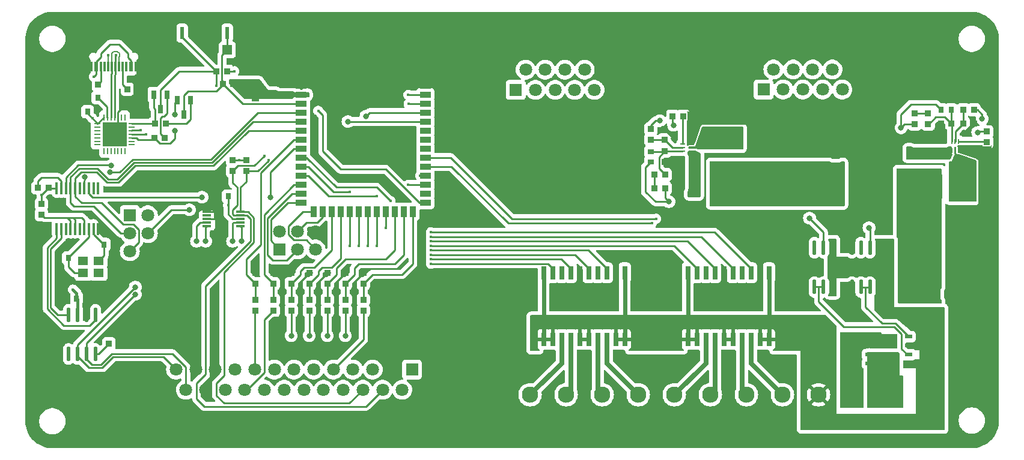
<source format=gtl>
G04 #@! TF.GenerationSoftware,KiCad,Pcbnew,8.0.6*
G04 #@! TF.CreationDate,2025-05-06T21:58:27+02:00*
G04 #@! TF.ProjectId,VCU2.0,56435532-2e30-42e6-9b69-6361645f7063,rev?*
G04 #@! TF.SameCoordinates,Original*
G04 #@! TF.FileFunction,Copper,L1,Top*
G04 #@! TF.FilePolarity,Positive*
%FSLAX46Y46*%
G04 Gerber Fmt 4.6, Leading zero omitted, Abs format (unit mm)*
G04 Created by KiCad (PCBNEW 8.0.6) date 2025-05-06 21:58:27*
%MOMM*%
%LPD*%
G01*
G04 APERTURE LIST*
G04 #@! TA.AperFunction,SMDPad,CuDef*
%ADD10R,0.700000X1.925000*%
G04 #@! TD*
G04 #@! TA.AperFunction,SMDPad,CuDef*
%ADD11R,0.600000X1.700000*%
G04 #@! TD*
G04 #@! TA.AperFunction,SMDPad,CuDef*
%ADD12R,1.524003X0.600000*%
G04 #@! TD*
G04 #@! TA.AperFunction,ComponentPad*
%ADD13O,0.700000X1.200000*%
G04 #@! TD*
G04 #@! TA.AperFunction,SMDPad,CuDef*
%ADD14R,1.000000X0.600000*%
G04 #@! TD*
G04 #@! TA.AperFunction,SMDPad,CuDef*
%ADD15R,3.900000X2.100000*%
G04 #@! TD*
G04 #@! TA.AperFunction,SMDPad,CuDef*
%ADD16O,0.588011X2.045009*%
G04 #@! TD*
G04 #@! TA.AperFunction,ComponentPad*
%ADD17C,1.800000*%
G04 #@! TD*
G04 #@! TA.AperFunction,ComponentPad*
%ADD18R,1.800000X1.800000*%
G04 #@! TD*
G04 #@! TA.AperFunction,ComponentPad*
%ADD19C,4.500000*%
G04 #@! TD*
G04 #@! TA.AperFunction,SMDPad,CuDef*
%ADD20R,0.806477X0.864008*%
G04 #@! TD*
G04 #@! TA.AperFunction,SMDPad,CuDef*
%ADD21R,0.864008X0.806477*%
G04 #@! TD*
G04 #@! TA.AperFunction,SMDPad,CuDef*
%ADD22R,0.900000X0.800000*%
G04 #@! TD*
G04 #@! TA.AperFunction,SMDPad,CuDef*
%ADD23R,0.800000X0.900000*%
G04 #@! TD*
G04 #@! TA.AperFunction,SMDPad,CuDef*
%ADD24R,1.750013X3.500000*%
G04 #@! TD*
G04 #@! TA.AperFunction,SMDPad,CuDef*
%ADD25R,1.410008X1.350013*%
G04 #@! TD*
G04 #@! TA.AperFunction,ComponentPad*
%ADD26C,2.300000*%
G04 #@! TD*
G04 #@! TA.AperFunction,ComponentPad*
%ADD27C,5.000000*%
G04 #@! TD*
G04 #@! TA.AperFunction,SMDPad,CuDef*
%ADD28R,1.400000X1.200000*%
G04 #@! TD*
G04 #@! TA.AperFunction,SMDPad,CuDef*
%ADD29R,0.680010X0.280010*%
G04 #@! TD*
G04 #@! TA.AperFunction,SMDPad,CuDef*
%ADD30R,3.000000X2.300000*%
G04 #@! TD*
G04 #@! TA.AperFunction,SMDPad,CuDef*
%ADD31R,2.300000X3.000000*%
G04 #@! TD*
G04 #@! TA.AperFunction,SMDPad,CuDef*
%ADD32R,3.350013X3.350013*%
G04 #@! TD*
G04 #@! TA.AperFunction,SMDPad,CuDef*
%ADD33R,0.905004X0.280010*%
G04 #@! TD*
G04 #@! TA.AperFunction,SMDPad,CuDef*
%ADD34R,0.280010X0.905004*%
G04 #@! TD*
G04 #@! TA.AperFunction,SMDPad,CuDef*
%ADD35O,0.364008X1.742012*%
G04 #@! TD*
G04 #@! TA.AperFunction,SMDPad,CuDef*
%ADD36R,3.420015X2.424003*%
G04 #@! TD*
G04 #@! TA.AperFunction,SMDPad,CuDef*
%ADD37R,0.300000X1.450013*%
G04 #@! TD*
G04 #@! TA.AperFunction,SMDPad,CuDef*
%ADD38R,0.600000X1.450013*%
G04 #@! TD*
G04 #@! TA.AperFunction,ComponentPad*
%ADD39O,1.000000X1.700000*%
G04 #@! TD*
G04 #@! TA.AperFunction,SMDPad,CuDef*
%ADD40R,1.800000X1.450013*%
G04 #@! TD*
G04 #@! TA.AperFunction,SMDPad,CuDef*
%ADD41R,0.700000X1.250013*%
G04 #@! TD*
G04 #@! TA.AperFunction,SMDPad,CuDef*
%ADD42R,1.500000X0.900000*%
G04 #@! TD*
G04 #@! TA.AperFunction,SMDPad,CuDef*
%ADD43R,0.900000X1.500000*%
G04 #@! TD*
G04 #@! TA.AperFunction,SMDPad,CuDef*
%ADD44R,0.900000X0.900000*%
G04 #@! TD*
G04 #@! TA.AperFunction,SMDPad,CuDef*
%ADD45R,0.280010X0.680010*%
G04 #@! TD*
G04 #@! TA.AperFunction,SMDPad,CuDef*
%ADD46R,1.100000X2.600000*%
G04 #@! TD*
G04 #@! TA.AperFunction,SMDPad,CuDef*
%ADD47R,1.300000X0.300000*%
G04 #@! TD*
G04 #@! TA.AperFunction,SMDPad,CuDef*
%ADD48R,1.350013X1.410008*%
G04 #@! TD*
G04 #@! TA.AperFunction,ViaPad*
%ADD49C,0.400000*%
G04 #@! TD*
G04 #@! TA.AperFunction,ViaPad*
%ADD50C,0.800000*%
G04 #@! TD*
G04 #@! TA.AperFunction,Conductor*
%ADD51C,0.250000*%
G04 #@! TD*
G04 #@! TA.AperFunction,Conductor*
%ADD52C,0.600000*%
G04 #@! TD*
G04 #@! TA.AperFunction,Conductor*
%ADD53C,0.400000*%
G04 #@! TD*
G04 #@! TA.AperFunction,Conductor*
%ADD54C,0.700000*%
G04 #@! TD*
G04 #@! TA.AperFunction,Conductor*
%ADD55C,0.200000*%
G04 #@! TD*
G04 APERTURE END LIST*
D10*
G04 #@! TO.P,IC603,1,VBB_1*
G04 #@! TO.N,+12P*
X130175000Y-143510000D03*
G04 #@! TO.P,IC603,2,GND1/2*
G04 #@! TO.N,GND*
X128905000Y-143510000D03*
G04 #@! TO.P,IC603,3,IN1*
G04 #@! TO.N,/PowerMGMT/LPWI7*
X127635000Y-143510000D03*
G04 #@! TO.P,IC603,4,ST1/2*
G04 #@! TO.N,unconnected-(IC603-ST1{slash}2-Pad4)*
X126365000Y-143510000D03*
G04 #@! TO.P,IC603,5,IN2*
G04 #@! TO.N,/PowerMGMT/LPWI6*
X125095000Y-143510000D03*
G04 #@! TO.P,IC603,6,GND3/4*
G04 #@! TO.N,GND*
X123825000Y-143510000D03*
G04 #@! TO.P,IC603,7,IN3*
G04 #@! TO.N,/PowerMGMT/LPWI5*
X122555000Y-143510000D03*
G04 #@! TO.P,IC603,8,ST3/4*
G04 #@! TO.N,unconnected-(IC603-ST3{slash}4-Pad8)*
X121285000Y-143510000D03*
G04 #@! TO.P,IC603,9,IN4*
G04 #@! TO.N,/PowerMGMT/LPWI4*
X120015000Y-143510000D03*
G04 #@! TO.P,IC603,10,VBB_2*
G04 #@! TO.N,+12P*
X118745000Y-143510000D03*
G04 #@! TO.P,IC603,11,VBB_3*
X118745000Y-152934000D03*
G04 #@! TO.P,IC603,12,VBB_4*
X120015000Y-152934000D03*
G04 #@! TO.P,IC603,13,OUT4*
G04 #@! TO.N,/Connector/LPWO4*
X121285000Y-152934000D03*
G04 #@! TO.P,IC603,14,OUT3*
G04 #@! TO.N,/Connector/LPWO5*
X122555000Y-152934000D03*
G04 #@! TO.P,IC603,15,VBB_5*
G04 #@! TO.N,+12P*
X123825000Y-152934000D03*
G04 #@! TO.P,IC603,16,VBB_6*
X125095000Y-152934000D03*
G04 #@! TO.P,IC603,17,OUT2*
G04 #@! TO.N,/Connector/LPWO6*
X126365000Y-152934000D03*
G04 #@! TO.P,IC603,18,OUT1*
G04 #@! TO.N,/Connector/LPWO7*
X127635000Y-152934000D03*
G04 #@! TO.P,IC603,19,VBB_7*
G04 #@! TO.N,+12P*
X128905000Y-152934000D03*
G04 #@! TO.P,IC603,20,VBB_8*
X130175000Y-152934000D03*
G04 #@! TD*
G04 #@! TO.P,IC602,1,VBB_1*
G04 #@! TO.N,+12P*
X109855000Y-143510000D03*
G04 #@! TO.P,IC602,2,GND1/2*
G04 #@! TO.N,GND*
X108585000Y-143510000D03*
G04 #@! TO.P,IC602,3,IN1*
G04 #@! TO.N,/PowerMGMT/LPWI3*
X107315000Y-143510000D03*
G04 #@! TO.P,IC602,4,ST1/2*
G04 #@! TO.N,unconnected-(IC602-ST1{slash}2-Pad4)*
X106045000Y-143510000D03*
G04 #@! TO.P,IC602,5,IN2*
G04 #@! TO.N,/PowerMGMT/LPWI2*
X104775000Y-143510000D03*
G04 #@! TO.P,IC602,6,GND3/4*
G04 #@! TO.N,GND*
X103505000Y-143510000D03*
G04 #@! TO.P,IC602,7,IN3*
G04 #@! TO.N,/PowerMGMT/LPWI1*
X102235000Y-143510000D03*
G04 #@! TO.P,IC602,8,ST3/4*
G04 #@! TO.N,unconnected-(IC602-ST3{slash}4-Pad8)*
X100965000Y-143510000D03*
G04 #@! TO.P,IC602,9,IN4*
G04 #@! TO.N,/PowerMGMT/LPWI0*
X99695000Y-143510000D03*
G04 #@! TO.P,IC602,10,VBB_2*
G04 #@! TO.N,+12P*
X98425000Y-143510000D03*
G04 #@! TO.P,IC602,11,VBB_3*
X98425000Y-152934000D03*
G04 #@! TO.P,IC602,12,VBB_4*
X99695000Y-152934000D03*
G04 #@! TO.P,IC602,13,OUT4*
G04 #@! TO.N,/Connector/LPWO0*
X100965000Y-152934000D03*
G04 #@! TO.P,IC602,14,OUT3*
G04 #@! TO.N,/Connector/LPWO1*
X102235000Y-152934000D03*
G04 #@! TO.P,IC602,15,VBB_5*
G04 #@! TO.N,+12P*
X103505000Y-152934000D03*
G04 #@! TO.P,IC602,16,VBB_6*
X104775000Y-152934000D03*
G04 #@! TO.P,IC602,17,OUT2*
G04 #@! TO.N,/Connector/LPWO2*
X106045000Y-152934000D03*
G04 #@! TO.P,IC602,18,OUT1*
G04 #@! TO.N,/Connector/LPWO3*
X107315000Y-152934000D03*
G04 #@! TO.P,IC602,19,VBB_7*
G04 #@! TO.N,+12P*
X108585000Y-152934000D03*
G04 #@! TO.P,IC602,20,VBB_8*
X109855000Y-152934000D03*
G04 #@! TD*
D11*
G04 #@! TO.P,U307,1,1*
G04 #@! TO.N,GND*
X52572917Y-109661987D03*
G04 #@! TO.P,U307,2,2*
G04 #@! TO.N,/esp32S3/EN*
X53848000Y-109661987D03*
G04 #@! TO.P,U307,3,3*
G04 #@! TO.N,GND*
X55123083Y-109661987D03*
D12*
G04 #@! TO.P,U307,4,4*
X51786024Y-107762064D03*
X55909976Y-107762064D03*
D13*
G04 #@! TO.P,U307,1,1*
X51697886Y-108961962D03*
G04 #@! TO.P,U307,3,3*
X55998114Y-108961962D03*
G04 #@! TD*
D11*
G04 #@! TO.P,U306,1,1*
G04 #@! TO.N,GND*
X46222917Y-109661987D03*
G04 #@! TO.P,U306,2,2*
G04 #@! TO.N,/esp32S3/BOOT*
X47498000Y-109661987D03*
G04 #@! TO.P,U306,3,3*
G04 #@! TO.N,GND*
X48773083Y-109661987D03*
D12*
G04 #@! TO.P,U306,4,4*
X45436024Y-107762064D03*
X49559976Y-107762064D03*
D13*
G04 #@! TO.P,U306,1,1*
X45347886Y-108961962D03*
G04 #@! TO.P,U306,3,3*
X49648114Y-108961962D03*
G04 #@! TD*
D14*
G04 #@! TO.P,U603,5,D2*
G04 #@! TO.N,/Connector/PWO0*
X144282180Y-152527072D03*
G04 #@! TO.P,U603,6,D2*
X144282180Y-153797075D03*
G04 #@! TO.P,U603,7,D1*
G04 #@! TO.N,/Connector/PWO1*
X144282180Y-155067077D03*
G04 #@! TO.P,U603,8,D1*
X144281926Y-156337080D03*
D15*
G04 #@! TO.P,U603,6,D2*
G04 #@! TO.N,/Connector/PWO0*
X146336028Y-153164106D03*
G04 #@! TO.P,U603,8,D1*
G04 #@! TO.N,/Connector/PWO1*
X146336028Y-155700047D03*
D14*
G04 #@! TO.P,U603,4,G2*
G04 #@! TO.N,Net-(U603B-G2)*
X149850125Y-152527072D03*
G04 #@! TO.P,U603,3,S2*
G04 #@! TO.N,+12P*
X149850125Y-153797075D03*
G04 #@! TO.P,U603,2,G1*
G04 #@! TO.N,Net-(U603A-G1)*
X149850125Y-155067077D03*
G04 #@! TO.P,U603,1,S1*
G04 #@! TO.N,+12P*
X149850125Y-156337080D03*
G04 #@! TD*
D16*
G04 #@! TO.P,U602,5,GND*
G04 #@! TO.N,GND*
X135304958Y-145520416D03*
G04 #@! TO.P,U602,6,OUTPUT#*
G04 #@! TO.N,Net-(U603A-G1)*
X136574961Y-145520416D03*
G04 #@! TO.P,U602,7,OUTPUT#*
X137844963Y-145520416D03*
G04 #@! TO.P,U602,8,VDD*
G04 #@! TO.N,+12P*
X139114966Y-145520416D03*
G04 #@! TO.P,U602,4,GND*
G04 #@! TO.N,GND*
X135304958Y-139975584D03*
G04 #@! TO.P,U602,3,NC*
G04 #@! TO.N,unconnected-(U602-NC-Pad3)*
X136574961Y-139975584D03*
G04 #@! TO.P,U602,2,INPUT*
G04 #@! TO.N,/PowerMGMT/PWI1*
X137844963Y-139975584D03*
G04 #@! TO.P,U602,1,VDD*
G04 #@! TO.N,+12P*
X139114966Y-139975584D03*
G04 #@! TD*
G04 #@! TO.P,U601,5,GND*
G04 #@! TO.N,GND*
X141858996Y-145520416D03*
G04 #@! TO.P,U601,6,OUTPUT#*
G04 #@! TO.N,Net-(U603B-G2)*
X143128999Y-145520416D03*
G04 #@! TO.P,U601,7,OUTPUT#*
X144399001Y-145520416D03*
G04 #@! TO.P,U601,8,VDD*
G04 #@! TO.N,+12P*
X145669004Y-145520416D03*
G04 #@! TO.P,U601,4,GND*
G04 #@! TO.N,GND*
X141858996Y-139975584D03*
G04 #@! TO.P,U601,3,NC*
G04 #@! TO.N,unconnected-(U601-NC-Pad3)*
X143128999Y-139975584D03*
G04 #@! TO.P,U601,2,INPUT*
G04 #@! TO.N,/PowerMGMT/PWI0*
X144399001Y-139975584D03*
G04 #@! TO.P,U601,1,VDD*
G04 #@! TO.N,+12P*
X145669004Y-139975584D03*
G04 #@! TD*
D17*
G04 #@! TO.P,U507,3,3*
G04 #@! TO.N,unconnected-(U507-Pad3)*
X134965194Y-117647980D03*
G04 #@! TO.P,U507,5,5*
G04 #@! TO.N,unconnected-(U507-Pad5)*
X140505199Y-117647980D03*
G04 #@! TO.P,U507,4,4*
G04 #@! TO.N,unconnected-(U507-Pad4)*
X137735324Y-117647980D03*
G04 #@! TO.P,U507,2,2*
G04 #@! TO.N,/Connector/CAN_L*
X132195318Y-117647980D03*
D18*
G04 #@! TO.P,U507,1,1*
G04 #@! TO.N,unconnected-(U507-Pad1)*
X129425189Y-117647980D03*
D17*
G04 #@! TO.P,U507,9,9*
G04 #@! TO.N,unconnected-(U507-Pad9)*
X139120134Y-114808000D03*
G04 #@! TO.P,U507,8,8*
G04 #@! TO.N,unconnected-(U507-Pad8)*
X136350005Y-114808000D03*
G04 #@! TO.P,U507,7,7*
G04 #@! TO.N,/Connector/CAN_H*
X133580129Y-114808000D03*
G04 #@! TO.P,U507,6,6*
G04 #@! TO.N,unconnected-(U507-Pad6)*
X130810000Y-114808000D03*
D19*
G04 #@! TO.P,U507,10,MH1*
G04 #@! TO.N,GND*
X147465321Y-116227863D03*
G04 #@! TO.P,U507,11,MH2*
X122465321Y-116227863D03*
G04 #@! TD*
D17*
G04 #@! TO.P,U506,3,3*
G04 #@! TO.N,/Connector/CAN_H*
X100049470Y-117692490D03*
G04 #@! TO.P,U506,5,5*
G04 #@! TO.N,/Connector/CAN_L*
X105589475Y-117692490D03*
G04 #@! TO.P,U506,4,4*
G04 #@! TO.N,unconnected-(U506-Pad4)*
X102819600Y-117692490D03*
G04 #@! TO.P,U506,2,2*
G04 #@! TO.N,unconnected-(U506-Pad2)*
X97279594Y-117692490D03*
D18*
G04 #@! TO.P,U506,1,1*
G04 #@! TO.N,unconnected-(U506-Pad1)*
X94509465Y-117692490D03*
D17*
G04 #@! TO.P,U506,9,9*
G04 #@! TO.N,unconnected-(U506-Pad9)*
X104204410Y-114852510D03*
G04 #@! TO.P,U506,8,8*
G04 #@! TO.N,unconnected-(U506-Pad8)*
X101434281Y-114852510D03*
G04 #@! TO.P,U506,7,7*
G04 #@! TO.N,unconnected-(U506-Pad7)*
X98664405Y-114852510D03*
G04 #@! TO.P,U506,6,6*
G04 #@! TO.N,unconnected-(U506-Pad6)*
X95894276Y-114852510D03*
D19*
G04 #@! TO.P,U506,10,MH1*
G04 #@! TO.N,GND*
X112549597Y-116272373D03*
G04 #@! TO.P,U506,11,MH2*
X87549597Y-116272373D03*
G04 #@! TD*
D17*
G04 #@! TO.P,H501,6,6*
G04 #@! TO.N,GND*
X66294005Y-137667997D03*
G04 #@! TO.P,H501,5,5*
G04 #@! TO.N,/Connector/IO3*
X66294005Y-140208003D03*
G04 #@! TO.P,H501,4,4*
G04 #@! TO.N,/Connector/IO4*
X63754000Y-137667997D03*
G04 #@! TO.P,H501,3,3*
G04 #@! TO.N,/Connector/IO2*
X63754000Y-140208003D03*
G04 #@! TO.P,H501,2,2*
G04 #@! TO.N,+3.3V*
X61213995Y-137667997D03*
D18*
G04 #@! TO.P,H501,1,1*
G04 #@! TO.N,/Connector/IO1*
X61213995Y-140208003D03*
G04 #@! TD*
D17*
G04 #@! TO.P,H302,6,6*
G04 #@! TO.N,GND*
X42672006Y-140462005D03*
G04 #@! TO.P,H302,5,5*
G04 #@! TO.N,/e/MOSI*
X40132000Y-140462005D03*
G04 #@! TO.P,H302,4,4*
G04 #@! TO.N,/esp32S3/EXT_CS*
X42672006Y-137922000D03*
G04 #@! TO.P,H302,3,3*
G04 #@! TO.N,/e/MISO*
X40132000Y-137922000D03*
G04 #@! TO.P,H302,2,2*
G04 #@! TO.N,+3.3V*
X42672006Y-135381995D03*
D18*
G04 #@! TO.P,H302,1,1*
G04 #@! TO.N,/e/SCK*
X40132000Y-135381995D03*
G04 #@! TD*
D20*
G04 #@! TO.P,R212,2,2*
G04 #@! TO.N,Net-(U202-FB)*
X155899401Y-122420472D03*
G04 #@! TO.P,R212,1,1*
G04 #@! TO.N,GND*
X154392669Y-122420472D03*
G04 #@! TD*
D21*
G04 #@! TO.P,R407,1,1*
G04 #@! TO.N,/e/P4*
X65405000Y-147320000D03*
G04 #@! TO.P,R407,2,2*
G04 #@! TO.N,/Connector/P4H*
X65405000Y-148826732D03*
G04 #@! TD*
D20*
G04 #@! TO.P,R210,2,2*
G04 #@! TO.N,Net-(U202-EN)*
X157567669Y-122420472D03*
G04 #@! TO.P,R210,1,1*
G04 #@! TO.N,GND*
X159074401Y-122420472D03*
G04 #@! TD*
D21*
G04 #@! TO.P,R206,2,2*
G04 #@! TO.N,Net-(U201-FB)*
X115451634Y-126373634D03*
G04 #@! TO.P,R206,1,1*
G04 #@! TO.N,GND*
X115451634Y-127880366D03*
G04 #@! TD*
D22*
G04 #@! TO.P,C303,1,1*
G04 #@! TO.N,+3.3V*
X60960000Y-118175025D03*
G04 #@! TO.P,C303,2,2*
G04 #@! TO.N,GND*
X60960000Y-116774975D03*
G04 #@! TD*
D23*
G04 #@! TO.P,C202,2,2*
G04 #@! TO.N,GND*
X117926609Y-128397000D03*
G04 #@! TO.P,C202,1,1*
G04 #@! TO.N,+12V*
X119326659Y-128397000D03*
G04 #@! TD*
G04 #@! TO.P,C305,1,1*
G04 #@! TO.N,VBUS*
X34163000Y-120777000D03*
G04 #@! TO.P,C305,2,2*
G04 #@! TO.N,GND*
X32762950Y-120777000D03*
G04 #@! TD*
D24*
G04 #@! TO.P,L202,2,2*
G04 #@! TO.N,+5V*
X153771130Y-131310472D03*
G04 #@! TO.P,L202,1,1*
G04 #@! TO.N,Net-(U202-SW)*
X156520940Y-131310472D03*
G04 #@! TD*
D25*
G04 #@! TO.P,C201,2,2*
G04 #@! TO.N,GND*
X117626634Y-130302000D03*
G04 #@! TO.P,C201,1,1*
G04 #@! TO.N,+12V*
X119626634Y-130302000D03*
G04 #@! TD*
D21*
G04 #@! TO.P,R409,1,1*
G04 #@! TO.N,/e/P6*
X70485000Y-147320000D03*
G04 #@! TO.P,R409,2,2*
G04 #@! TO.N,/Connector/P6H*
X70485000Y-148826732D03*
G04 #@! TD*
G04 #@! TO.P,R204,2,2*
G04 #@! TO.N,Net-(U201-EN)*
X115451634Y-124705366D03*
G04 #@! TO.P,R204,1,1*
G04 #@! TO.N,GND*
X115451634Y-123198634D03*
G04 #@! TD*
D20*
G04 #@! TO.P,R307,2,2*
G04 #@! TO.N,Net-(U305-CC1)*
X39759634Y-117602000D03*
G04 #@! TO.P,R307,1,1*
G04 #@! TO.N,GND*
X41266366Y-117602000D03*
G04 #@! TD*
D26*
G04 #@! TO.P,U504,1,1*
G04 #@! TO.N,/Connector/PWO0*
X142239990Y-160731988D03*
G04 #@! TO.P,U504,2,2*
G04 #@! TO.N,/Connector/PWO1*
X147320000Y-160731988D03*
G04 #@! TO.P,U504,3,3*
G04 #@! TO.N,+12P*
X152400010Y-160731988D03*
G04 #@! TD*
D27*
G04 #@! TO.P,U505,27,27*
G04 #@! TO.N,GND*
X39745136Y-158600137D03*
G04 #@! TO.P,U505,26,26*
X86785014Y-158600137D03*
D17*
G04 #@! TO.P,U505,25,25*
G04 #@! TO.N,/Connector/CAN_H*
X48030125Y-160020000D03*
G04 #@! TO.P,U505,24,24*
G04 #@! TO.N,GND*
X50800000Y-160020000D03*
G04 #@! TO.P,U505,23,23*
G04 #@! TO.N,/Connector/P4H*
X53570130Y-160020000D03*
G04 #@! TO.P,U505,22,22*
G04 #@! TO.N,/Connector/P2H*
X56340006Y-160020000D03*
G04 #@! TO.P,U505,21,21*
G04 #@! TO.N,/Connector/A3*
X59110135Y-160020000D03*
G04 #@! TO.P,U505,20,20*
G04 #@! TO.N,/Connector/A1*
X61880011Y-160020000D03*
G04 #@! TO.P,U505,19,19*
G04 #@! TO.N,unconnected-(U505-Pad19)*
X64650140Y-160020000D03*
G04 #@! TO.P,U505,18,18*
G04 #@! TO.N,unconnected-(U505-Pad18)*
X67420016Y-160020000D03*
G04 #@! TO.P,U505,17,17*
G04 #@! TO.N,+5V*
X70190145Y-160020000D03*
G04 #@! TO.P,U505,16,16*
G04 #@! TO.N,/Connector/SCL*
X72960021Y-160020000D03*
G04 #@! TO.P,U505,15,15*
G04 #@! TO.N,/Connector/SDA*
X75730150Y-160020000D03*
G04 #@! TO.P,U505,14,14*
G04 #@! TO.N,+3.3V*
X78500026Y-160020000D03*
G04 #@! TO.P,U505,13,13*
G04 #@! TO.N,/Connector/CAN_L*
X46645060Y-157180020D03*
G04 #@! TO.P,U505,12,12*
G04 #@! TO.N,GND*
X49415190Y-157180020D03*
G04 #@! TO.P,U505,11,11*
X52185065Y-157180020D03*
G04 #@! TO.P,U505,10,10*
G04 #@! TO.N,/Connector/P3H*
X54954941Y-157180020D03*
G04 #@! TO.P,U505,9,9*
G04 #@! TO.N,/Connector/P1H*
X57725070Y-157180020D03*
G04 #@! TO.P,U505,8,8*
G04 #@! TO.N,/Connector/A2*
X60494946Y-157180020D03*
G04 #@! TO.P,U505,7,7*
G04 #@! TO.N,/Connector/A0*
X63265075Y-157180020D03*
G04 #@! TO.P,U505,6,6*
G04 #@! TO.N,unconnected-(U505-Pad6)*
X66035205Y-157180020D03*
G04 #@! TO.P,U505,5,5*
G04 #@! TO.N,/Connector/P7H*
X68805080Y-157180020D03*
G04 #@! TO.P,U505,4,4*
G04 #@! TO.N,/Connector/P6H*
X71574956Y-157180020D03*
G04 #@! TO.P,U505,3,3*
G04 #@! TO.N,/Connector/P5H*
X74345086Y-157180020D03*
G04 #@! TO.P,U505,2,2*
G04 #@! TO.N,GND*
X77114961Y-157180020D03*
D18*
G04 #@! TO.P,U505,1,1*
G04 #@! TO.N,+12V*
X79885091Y-157180020D03*
G04 #@! TD*
D28*
G04 #@! TO.P,X401,1,OSC1*
G04 #@! TO.N,Net-(U402-OSC1)*
X35760159Y-141847955D03*
G04 #@! TO.P,X401,2,2*
G04 #@! TO.N,unconnected-(X401-Pad2)*
X33560007Y-141847955D03*
G04 #@! TO.P,X401,3,OSC2*
G04 #@! TO.N,Net-(U402-OSC2)*
X33560007Y-143547981D03*
G04 #@! TO.P,X401,4,4*
G04 #@! TO.N,unconnected-(X401-Pad4)*
X35760159Y-143547981D03*
G04 #@! TD*
D21*
G04 #@! TO.P,R403,1,1*
G04 #@! TO.N,Net-(U401-RS)*
X37200083Y-153492968D03*
G04 #@! TO.P,R403,2,2*
G04 #@! TO.N,GND*
X37200083Y-151986236D03*
G04 #@! TD*
D25*
G04 #@! TO.P,C301,1,1*
G04 #@! TO.N,GND*
X55864000Y-112014000D03*
G04 #@! TO.P,C301,2,2*
G04 #@! TO.N,/esp32S3/EN*
X53864000Y-112014000D03*
G04 #@! TD*
D29*
G04 #@! TO.P,U201,6,FB*
G04 #@! TO.N,Net-(U201-FB)*
X117986629Y-126356975D03*
G04 #@! TO.P,U201,5,EN*
G04 #@! TO.N,Net-(U201-EN)*
X117986629Y-125857102D03*
G04 #@! TO.P,U201,4,PG*
G04 #@! TO.N,Net-(U201-PG)*
X117986629Y-125356975D03*
G04 #@! TO.P,U201,3,GND*
G04 #@! TO.N,GND*
X119266791Y-125356975D03*
G04 #@! TO.P,U201,2,SW*
G04 #@! TO.N,Net-(U201-SW)*
X119266791Y-125857102D03*
G04 #@! TO.P,U201,1,VIN*
G04 #@! TO.N,+12V*
X119266791Y-126356975D03*
G04 #@! TD*
D26*
G04 #@! TO.P,U501,1,1*
G04 #@! TO.N,/Connector/LPWO0*
X96519990Y-160731988D03*
G04 #@! TO.P,U501,2,2*
G04 #@! TO.N,/Connector/LPWO1*
X101600000Y-160731988D03*
G04 #@! TO.P,U501,3,3*
G04 #@! TO.N,/Connector/LPWO2*
X106680010Y-160731988D03*
G04 #@! TD*
D30*
G04 #@! TO.P,C204,2,2*
G04 #@! TO.N,GND*
X130691634Y-124409574D03*
G04 #@! TO.P,C204,1,1*
G04 #@! TO.N,+3.3V*
X130691634Y-131114426D03*
G04 #@! TD*
G04 #@! TO.P,C205,2,2*
G04 #@! TO.N,GND*
X135771634Y-124409574D03*
G04 #@! TO.P,C205,1,1*
G04 #@! TO.N,+3.3V*
X135771634Y-131114426D03*
G04 #@! TD*
D21*
G04 #@! TO.P,R202,2,2*
G04 #@! TO.N,+12V*
X113546634Y-123198634D03*
G04 #@! TO.P,R202,1,1*
G04 #@! TO.N,Net-(U201-EN)*
X113546634Y-124705366D03*
G04 #@! TD*
D20*
G04 #@! TO.P,R203,2,2*
G04 #@! TO.N,+3.3V*
X115570000Y-131572000D03*
G04 #@! TO.P,R203,1,1*
G04 #@! TO.N,Net-(R203-Pad1)*
X114063268Y-131572000D03*
G04 #@! TD*
D31*
G04 #@! TO.P,C211,2,2*
G04 #@! TO.N,GND*
X157863461Y-142740472D03*
G04 #@! TO.P,C211,1,1*
G04 #@! TO.N,+5V*
X151158609Y-142740472D03*
G04 #@! TD*
D21*
G04 #@! TO.P,R405,1,1*
G04 #@! TO.N,/e/P2*
X60325000Y-147320000D03*
G04 #@! TO.P,R405,2,2*
G04 #@! TO.N,/Connector/P2H*
X60325000Y-148826732D03*
G04 #@! TD*
G04 #@! TO.P,R209,2,2*
G04 #@! TO.N,+5V*
X150701035Y-122538838D03*
G04 #@! TO.P,R209,1,1*
G04 #@! TO.N,Net-(R209-Pad1)*
X150701035Y-121032106D03*
G04 #@! TD*
G04 #@! TO.P,R415,1,1*
G04 #@! TO.N,GND*
X67945000Y-143510000D03*
G04 #@! TO.P,R415,2,2*
G04 #@! TO.N,/e/P5*
X67945000Y-145016732D03*
G04 #@! TD*
D32*
G04 #@! TO.P,U303,29,EP*
G04 #@! TO.N,GND*
X37973000Y-123952000D03*
D33*
G04 #@! TO.P,U303,28,DTR*
G04 #@! TO.N,Net-(U303-DTR)*
X40350445Y-122452127D03*
G04 #@! TO.P,U303,27,DSR*
G04 #@! TO.N,unconnected-(U303-DSR-Pad27)*
X40350445Y-122952000D03*
G04 #@! TO.P,U303,26,TXD*
G04 #@! TO.N,/esp32S3/RX*
X40350445Y-123452127D03*
G04 #@! TO.P,U303,25,RXD*
G04 #@! TO.N,/esp32S3/TX*
X40350445Y-123952000D03*
G04 #@! TO.P,U303,24,RTS*
G04 #@! TO.N,Net-(U302-E)*
X40350445Y-124452127D03*
G04 #@! TO.P,U303,23,CTS*
G04 #@! TO.N,unconnected-(U303-CTS-Pad23)*
X40350445Y-124952000D03*
G04 #@! TO.P,U303,22,GPIO.4*
G04 #@! TO.N,unconnected-(U303-GPIO.4-Pad22)*
X40350445Y-125452127D03*
D34*
G04 #@! TO.P,U303,21,GPIO.5*
G04 #@! TO.N,unconnected-(U303-GPIO.5-Pad21)*
X39472873Y-126329445D03*
G04 #@! TO.P,U303,20,GPIO.6*
G04 #@! TO.N,unconnected-(U303-GPIO.6-Pad20)*
X38973000Y-126329445D03*
G04 #@! TO.P,U303,19,GPIO.0/TXT*
G04 #@! TO.N,unconnected-(U303-GPIO.0{slash}TXT-Pad19)*
X38472873Y-126329445D03*
G04 #@! TO.P,U303,18,GPIO.1/RXT*
G04 #@! TO.N,unconnected-(U303-GPIO.1{slash}RXT-Pad18)*
X37973000Y-126329445D03*
G04 #@! TO.P,U303,17,GPIO.2/RS485*
G04 #@! TO.N,unconnected-(U303-GPIO.2{slash}RS485-Pad17)*
X37472873Y-126329445D03*
G04 #@! TO.P,U303,16,GPIO.3/WAKEUP*
G04 #@! TO.N,unconnected-(U303-GPIO.3{slash}WAKEUP-Pad16)*
X36973000Y-126329445D03*
G04 #@! TO.P,U303,15,CHR0*
G04 #@! TO.N,unconnected-(U303-CHR0-Pad15)*
X36472873Y-126329445D03*
D33*
G04 #@! TO.P,U303,14,CHR1*
G04 #@! TO.N,unconnected-(U303-CHR1-Pad14)*
X35595555Y-125452127D03*
G04 #@! TO.P,U303,13,CHREN*
G04 #@! TO.N,unconnected-(U303-CHREN-Pad13)*
X35595555Y-124952000D03*
G04 #@! TO.P,U303,12,SUSPEND*
G04 #@! TO.N,unconnected-(U303-SUSPEND-Pad12)*
X35595555Y-124452127D03*
G04 #@! TO.P,U303,11,SUSPENDb*
G04 #@! TO.N,unconnected-(U303-SUSPENDb-Pad11)*
X35595555Y-123952000D03*
G04 #@! TO.P,U303,10,NC*
G04 #@! TO.N,unconnected-(U303-NC-Pad10)*
X35595555Y-123452127D03*
G04 #@! TO.P,U303,9,RSTb*
G04 #@! TO.N,unconnected-(U303-RSTb-Pad9)*
X35595555Y-122952000D03*
G04 #@! TO.P,U303,8,VBUS*
G04 #@! TO.N,VBUS*
X35595555Y-122452127D03*
D34*
G04 #@! TO.P,U303,7,VREGIN*
X36472873Y-121574555D03*
G04 #@! TO.P,U303,6,VDD*
G04 #@! TO.N,Net-(U303-VDD)*
X36973000Y-121574555D03*
G04 #@! TO.P,U303,5,D-*
G04 #@! TO.N,Net-(U303-D-)*
X37472873Y-121574555D03*
G04 #@! TO.P,U303,4,D+*
G04 #@! TO.N,Net-(U303-D+)*
X37973000Y-121574555D03*
G04 #@! TO.P,U303,3,GND*
G04 #@! TO.N,GND*
X38472873Y-121574555D03*
G04 #@! TO.P,U303,2,RI/CLK*
G04 #@! TO.N,unconnected-(U303-RI{slash}CLK-Pad2)*
X38973000Y-121574555D03*
G04 #@! TO.P,U303,1,DCD*
G04 #@! TO.N,unconnected-(U303-DCD-Pad1)*
X39472873Y-121574555D03*
G04 #@! TD*
D23*
G04 #@! TO.P,C212,2,2*
G04 #@! TO.N,GND*
X155211060Y-146504702D03*
G04 #@! TO.P,C212,1,1*
G04 #@! TO.N,+5V*
X153811010Y-146504702D03*
G04 #@! TD*
D20*
G04 #@! TO.P,R205,2,2*
G04 #@! TO.N,Net-(R203-Pad1)*
X114063268Y-129667000D03*
G04 #@! TO.P,R205,1,1*
G04 #@! TO.N,Net-(U201-FB)*
X115570000Y-129667000D03*
G04 #@! TD*
G04 #@! TO.P,R301,1,1*
G04 #@! TO.N,+3.3V*
X54728366Y-116840000D03*
G04 #@! TO.P,R301,2,2*
G04 #@! TO.N,/esp32S3/EN*
X53221634Y-116840000D03*
G04 #@! TD*
G04 #@! TO.P,R201,2,2*
G04 #@! TO.N,+3.3V*
X116603268Y-121412000D03*
G04 #@! TO.P,R201,1,1*
G04 #@! TO.N,Net-(U201-PG)*
X118110000Y-121412000D03*
G04 #@! TD*
D21*
G04 #@! TO.P,R211,2,2*
G04 #@! TO.N,Net-(U202-FB)*
X152606035Y-122538838D03*
G04 #@! TO.P,R211,1,1*
G04 #@! TO.N,Net-(R209-Pad1)*
X152606035Y-121032106D03*
G04 #@! TD*
D35*
G04 #@! TO.P,U402,1,TXCAN*
G04 #@! TO.N,/e/TXCAN*
X29830013Y-137313936D03*
G04 #@! TO.P,U402,2,RXCAN*
G04 #@! TO.N,/e/RXCAN*
X30480000Y-137313936D03*
G04 #@! TO.P,U402,3,CLKOUTSOF*
G04 #@! TO.N,unconnected-(U402-CLKOUTSOF-Pad3)*
X31129988Y-137313936D03*
G04 #@! TO.P,U402,4,TX0RTS#*
G04 #@! TO.N,Net-(U402-TX0RTS#)*
X31779975Y-137313936D03*
G04 #@! TO.P,U402,5,TX1RTS#*
X32430216Y-137313936D03*
G04 #@! TO.P,U402,6,NC*
G04 #@! TO.N,unconnected-(U402-NC-Pad6)*
X33080204Y-137313936D03*
G04 #@! TO.P,U402,7,TX2RTS#*
G04 #@! TO.N,Net-(U402-TX0RTS#)*
X33730191Y-137313936D03*
G04 #@! TO.P,U402,8,OSC2*
G04 #@! TO.N,Net-(U402-OSC2)*
X34380178Y-137313936D03*
G04 #@! TO.P,U402,9,OSC1*
G04 #@! TO.N,Net-(U402-OSC1)*
X35030166Y-137313936D03*
G04 #@! TO.P,U402,10,VSS*
G04 #@! TO.N,GND*
X35680153Y-137313936D03*
G04 #@! TO.P,U402,11,RX1BF#*
G04 #@! TO.N,unconnected-(U402-RX1BF#-Pad11)*
X35680153Y-131572000D03*
G04 #@! TO.P,U402,12,RX0BF#*
G04 #@! TO.N,unconnected-(U402-RX0BF#-Pad12)*
X35030166Y-131572000D03*
G04 #@! TO.P,U402,13,INT#*
G04 #@! TO.N,/e/CAN_IN*
X34380178Y-131572000D03*
G04 #@! TO.P,U402,14,SCK*
G04 #@! TO.N,/e/SCK*
X33730191Y-131572000D03*
G04 #@! TO.P,U402,15,NC/2*
G04 #@! TO.N,unconnected-(U402-NC{slash}2-Pad15)*
X33080204Y-131572000D03*
G04 #@! TO.P,U402,16,SI*
G04 #@! TO.N,/e/MOSI*
X32430216Y-131572000D03*
G04 #@! TO.P,U402,17,SO*
G04 #@! TO.N,/e/MISO*
X31779975Y-131572000D03*
G04 #@! TO.P,U402,18,CS#*
G04 #@! TO.N,/e/CAN_CS*
X31129988Y-131572000D03*
G04 #@! TO.P,U402,19,RESET#*
G04 #@! TO.N,Net-(U402-RESET#)*
X30480000Y-131572000D03*
G04 #@! TO.P,U402,20,VDD*
G04 #@! TO.N,+3.3V*
X29830013Y-131572000D03*
G04 #@! TD*
D21*
G04 #@! TO.P,R406,1,1*
G04 #@! TO.N,/e/P3*
X62865000Y-147320000D03*
G04 #@! TO.P,R406,2,2*
G04 #@! TO.N,/Connector/P3H*
X62865000Y-148826732D03*
G04 #@! TD*
D26*
G04 #@! TO.P,U503,1,1*
G04 #@! TO.N,/Connector/LPWO6*
X126999990Y-160731988D03*
G04 #@! TO.P,U503,2,2*
G04 #@! TO.N,/Connector/LPWO7*
X132080000Y-160731988D03*
G04 #@! TO.P,U503,3,3*
G04 #@! TO.N,+12P*
X137160010Y-160731988D03*
G04 #@! TD*
D21*
G04 #@! TO.P,R303,1,1*
G04 #@! TO.N,/Connector/SDA*
X54610000Y-129141732D03*
G04 #@! TO.P,R303,2,2*
G04 #@! TO.N,+3.3V*
X54610000Y-127635000D03*
G04 #@! TD*
G04 #@! TO.P,R417,1,1*
G04 #@! TO.N,GND*
X73025000Y-143510000D03*
G04 #@! TO.P,R417,2,2*
G04 #@! TO.N,/e/P7*
X73025000Y-145016732D03*
G04 #@! TD*
D36*
G04 #@! TO.P,L201,2,2*
G04 #@! TO.N,+3.3V*
X124341634Y-131040131D03*
G04 #@! TO.P,L201,1,1*
G04 #@! TO.N,Net-(U201-SW)*
X124341634Y-124483869D03*
G04 #@! TD*
D21*
G04 #@! TO.P,R412,1,1*
G04 #@! TO.N,GND*
X60325000Y-143510000D03*
G04 #@! TO.P,R412,2,2*
G04 #@! TO.N,/e/P2*
X60325000Y-145016732D03*
G04 #@! TD*
D37*
G04 #@! TO.P,U305,B8,SBU2*
G04 #@! TO.N,unconnected-(U305-SBU2-PadB8)*
X39597926Y-114441894D03*
G04 #@! TO.P,U305,B7,DN2*
G04 #@! TO.N,Net-(U303-D-)*
X38597926Y-114441894D03*
G04 #@! TO.P,U305,B6,DP2*
G04 #@! TO.N,Net-(U303-D+)*
X37097799Y-114441894D03*
G04 #@! TO.P,U305,B5,CC2*
G04 #@! TO.N,Net-(U305-CC2)*
X36097799Y-114441894D03*
D38*
G04 #@! TO.P,U305,A12B1,GND*
G04 #@! TO.N,GND*
X34597977Y-114441894D03*
G04 #@! TO.P,U305,A9B4,VBUS*
G04 #@! TO.N,VBUS*
X35397977Y-114441894D03*
D37*
G04 #@! TO.P,U305,A8,SBU1*
G04 #@! TO.N,unconnected-(U305-SBU1-PadA8)*
X36597926Y-114441894D03*
G04 #@! TO.P,U305,A7,DN1*
G04 #@! TO.N,Net-(U303-D-)*
X37597926Y-114441894D03*
G04 #@! TO.P,U305,A6,DP1*
G04 #@! TO.N,Net-(U303-D+)*
X38097799Y-114441894D03*
G04 #@! TO.P,U305,A5,CC1*
G04 #@! TO.N,Net-(U305-CC1)*
X39097799Y-114441894D03*
D38*
G04 #@! TO.P,U305,A4B9,VBUS*
G04 #@! TO.N,VBUS*
X40297977Y-114441894D03*
G04 #@! TO.P,U305,A1B12,GND*
G04 #@! TO.N,GND*
X41097977Y-114441894D03*
D39*
G04 #@! TO.P,U305,15,15*
X33528000Y-109347000D03*
G04 #@! TO.P,U305,14,14*
X42167980Y-109347000D03*
D40*
G04 #@! TO.P,U305,13,13*
X32778013Y-113527010D03*
G04 #@! TO.P,U305,12,12*
X42917967Y-113527010D03*
G04 #@! TD*
D23*
G04 #@! TO.P,C402,1,1*
G04 #@! TO.N,GND*
X37900108Y-139522968D03*
G04 #@! TO.P,C402,2,2*
G04 #@! TO.N,Net-(U402-OSC1)*
X36500058Y-139522968D03*
G04 #@! TD*
D21*
G04 #@! TO.P,R414,1,1*
G04 #@! TO.N,GND*
X65405000Y-143510000D03*
G04 #@! TO.P,R414,2,2*
G04 #@! TO.N,/e/P4*
X65405000Y-145016732D03*
G04 #@! TD*
D23*
G04 #@! TO.P,C209,2,2*
G04 #@! TO.N,+5V*
X154446010Y-120515472D03*
G04 #@! TO.P,C209,1,1*
G04 #@! TO.N,Net-(U202-FB)*
X155846060Y-120515472D03*
G04 #@! TD*
D22*
G04 #@! TO.P,C206,2,2*
G04 #@! TO.N,GND*
X139581634Y-127061975D03*
G04 #@! TO.P,C206,1,1*
G04 #@! TO.N,+3.3V*
X139581634Y-128462025D03*
G04 #@! TD*
D41*
G04 #@! TO.P,U302,1,B*
G04 #@! TO.N,Net-(U302-B)*
X48701962Y-119142000D03*
G04 #@! TO.P,U302,2,E*
G04 #@! TO.N,Net-(U302-E)*
X46802038Y-119142000D03*
G04 #@! TO.P,U302,3,C*
G04 #@! TO.N,/esp32S3/EN*
X47752000Y-121142000D03*
G04 #@! TD*
D20*
G04 #@! TO.P,R304,1,1*
G04 #@! TO.N,/esp32S3/BOOT*
X52324000Y-115062000D03*
G04 #@! TO.P,R304,2,2*
G04 #@! TO.N,+3.3V*
X53830732Y-115062000D03*
G04 #@! TD*
D21*
G04 #@! TO.P,R408,1,1*
G04 #@! TO.N,/e/P5*
X67945000Y-147320000D03*
G04 #@! TO.P,R408,2,2*
G04 #@! TO.N,/Connector/P5H*
X67945000Y-148826732D03*
G04 #@! TD*
D20*
G04 #@! TO.P,R305,1,1*
G04 #@! TO.N,Net-(U302-B)*
X45203366Y-122428000D03*
G04 #@! TO.P,R305,2,2*
G04 #@! TO.N,Net-(U303-DTR)*
X43696634Y-122428000D03*
G04 #@! TD*
D22*
G04 #@! TO.P,C208,2,2*
G04 #@! TO.N,GND*
X153876035Y-124895447D03*
G04 #@! TO.P,C208,1,1*
G04 #@! TO.N,+12V*
X153876035Y-126295497D03*
G04 #@! TD*
D23*
G04 #@! TO.P,C404,1,1*
G04 #@! TO.N,+3.3V*
X53975000Y-132715000D03*
G04 #@! TO.P,C404,2,2*
G04 #@! TO.N,GND*
X52574950Y-132715000D03*
G04 #@! TD*
D20*
G04 #@! TO.P,R401,1,1*
G04 #@! TO.N,Net-(U402-RESET#)*
X27175717Y-131521968D03*
G04 #@! TO.P,R401,2,2*
G04 #@! TO.N,+3.3V*
X28682449Y-131521968D03*
G04 #@! TD*
D21*
G04 #@! TO.P,R410,1,1*
G04 #@! TO.N,/e/P7*
X73025000Y-147320000D03*
G04 #@! TO.P,R410,2,2*
G04 #@! TO.N,/Connector/P7H*
X73025000Y-148826732D03*
G04 #@! TD*
D20*
G04 #@! TO.P,R208,2,2*
G04 #@! TO.N,+12V*
X159074401Y-120515472D03*
G04 #@! TO.P,R208,1,1*
G04 #@! TO.N,Net-(U202-EN)*
X157567669Y-120515472D03*
G04 #@! TD*
D21*
G04 #@! TO.P,R404,1,1*
G04 #@! TO.N,/e/P1*
X57785000Y-147320000D03*
G04 #@! TO.P,R404,2,2*
G04 #@! TO.N,/Connector/P1H*
X57785000Y-148826732D03*
G04 #@! TD*
D16*
G04 #@! TO.P,U401,1,TXD*
G04 #@! TO.N,/e/TXCAN*
X35295087Y-149450552D03*
G04 #@! TO.P,U401,2,VSS*
G04 #@! TO.N,GND*
X34025084Y-149450552D03*
G04 #@! TO.P,U401,3,VDD*
G04 #@! TO.N,+5V*
X32755082Y-149450552D03*
G04 #@! TO.P,U401,4,RXD*
G04 #@! TO.N,/e/RXCAN*
X31485079Y-149450552D03*
G04 #@! TO.P,U401,5,VREF*
G04 #@! TO.N,unconnected-(U401-VREF-Pad5)*
X31485079Y-154995384D03*
G04 #@! TO.P,U401,6,CANL*
G04 #@! TO.N,/Connector/CAN_L*
X32755082Y-154995384D03*
G04 #@! TO.P,U401,7,CANH*
G04 #@! TO.N,/Connector/CAN_H*
X34025084Y-154995384D03*
G04 #@! TO.P,U401,8,RS*
G04 #@! TO.N,Net-(U401-RS)*
X35295087Y-154995384D03*
G04 #@! TD*
D22*
G04 #@! TO.P,C203,2,2*
G04 #@! TO.N,+3.3V*
X113546634Y-127827025D03*
G04 #@! TO.P,C203,1,1*
G04 #@! TO.N,Net-(U201-FB)*
X113546634Y-126426975D03*
G04 #@! TD*
D31*
G04 #@! TO.P,C210,2,2*
G04 #@! TO.N,GND*
X157863461Y-137660472D03*
G04 #@! TO.P,C210,1,1*
G04 #@! TO.N,+5V*
X151158609Y-137660472D03*
G04 #@! TD*
D21*
G04 #@! TO.P,R302,1,1*
G04 #@! TO.N,/Connector/SCL*
X56515000Y-129141732D03*
G04 #@! TO.P,R302,2,2*
G04 #@! TO.N,+3.3V*
X56515000Y-127635000D03*
G04 #@! TD*
D42*
G04 #@! TO.P,U301,1,GND*
G04 #@! TO.N,GND*
X64274936Y-117098542D03*
G04 #@! TO.P,U301,2,3V3*
G04 #@! TO.N,+3.3V*
X64274936Y-118368545D03*
G04 #@! TO.P,U301,3,EN*
G04 #@! TO.N,/esp32S3/EN*
X64274936Y-119638547D03*
G04 #@! TO.P,U301,4,IO4*
G04 #@! TO.N,/e/SCK*
X64274936Y-120908550D03*
G04 #@! TO.P,U301,5,IO5*
G04 #@! TO.N,/e/MISO*
X64274936Y-122178552D03*
G04 #@! TO.P,U301,6,IO6*
G04 #@! TO.N,/e/MOSI*
X64274936Y-123448555D03*
G04 #@! TO.P,U301,7,IO7*
G04 #@! TO.N,/e/P1*
X64274936Y-124718557D03*
G04 #@! TO.P,U301,8,IO15*
G04 #@! TO.N,/esp32S3/EXT_CS*
X64274936Y-125988560D03*
G04 #@! TO.P,U301,9,IO16*
G04 #@! TO.N,/PowerMGMT/LPWI7*
X64274936Y-127258563D03*
G04 #@! TO.P,U301,10,IO17*
G04 #@! TO.N,/PowerMGMT/LPWI4*
X64274936Y-128528565D03*
G04 #@! TO.P,U301,11,IO18*
G04 #@! TO.N,/PowerMGMT/LPWI5*
X64274936Y-129798568D03*
G04 #@! TO.P,U301,12,IO8*
G04 #@! TO.N,/e/P2*
X64274936Y-131068570D03*
G04 #@! TO.P,U301,13,IO19*
G04 #@! TO.N,/Connector/IO2*
X64274936Y-132338573D03*
G04 #@! TO.P,U301,14,IO20*
G04 #@! TO.N,/Connector/IO1*
X64274936Y-133608575D03*
D43*
G04 #@! TO.P,U301,15,IO3*
G04 #@! TO.N,/Connector/IO3*
X66039986Y-134888484D03*
G04 #@! TO.P,U301,16,IO46*
G04 #@! TO.N,/Connector/IO4*
X67309989Y-134888484D03*
G04 #@! TO.P,U301,17,IO9*
G04 #@! TO.N,/e/P3*
X68579991Y-134888484D03*
G04 #@! TO.P,U301,18,IO10*
G04 #@! TO.N,/e/P4*
X69849994Y-134888484D03*
G04 #@! TO.P,U301,19,IO11*
G04 #@! TO.N,/PowerMGMT/LPWI0*
X71119996Y-134888484D03*
G04 #@! TO.P,U301,20,IO12*
G04 #@! TO.N,/PowerMGMT/LPWI1*
X72389999Y-134888484D03*
G04 #@! TO.P,U301,21,IO13*
G04 #@! TO.N,/PowerMGMT/LPWI2*
X73660001Y-134888484D03*
G04 #@! TO.P,U301,22,IO14*
G04 #@! TO.N,/PowerMGMT/LPWI3*
X74930004Y-134888484D03*
G04 #@! TO.P,U301,23,IO21*
G04 #@! TO.N,/PowerMGMT/LPWI6*
X76200006Y-134888484D03*
G04 #@! TO.P,U301,24,IO47*
G04 #@! TO.N,/e/P5*
X77470009Y-134888484D03*
G04 #@! TO.P,U301,25,IO48*
G04 #@! TO.N,/e/P6*
X78740011Y-134888484D03*
G04 #@! TO.P,U301,26,IO45*
G04 #@! TO.N,/e/P7*
X80010014Y-134858512D03*
D42*
G04 #@! TO.P,U301,27,IO0*
G04 #@! TO.N,/esp32S3/BOOT*
X81775064Y-133608575D03*
G04 #@! TO.P,U301,28,IO35*
G04 #@! TO.N,unconnected-(U301-IO35-Pad28)*
X81775064Y-132338573D03*
G04 #@! TO.P,U301,29,IO36*
G04 #@! TO.N,/e/CAN_CS*
X81775064Y-131068570D03*
G04 #@! TO.P,U301,30,IO37*
G04 #@! TO.N,/e/CAN_IN*
X81775064Y-129798568D03*
G04 #@! TO.P,U301,31,IO38*
G04 #@! TO.N,/PowerMGMT/PWI0*
X81775064Y-128528565D03*
G04 #@! TO.P,U301,32,IO39*
G04 #@! TO.N,/PowerMGMT/PWI1*
X81775064Y-127258563D03*
G04 #@! TO.P,U301,33,IO40*
G04 #@! TO.N,unconnected-(U301-IO40-Pad33)*
X81775064Y-125988560D03*
G04 #@! TO.P,U301,34,IO41*
G04 #@! TO.N,unconnected-(U301-IO41-Pad34)*
X81775064Y-124718557D03*
G04 #@! TO.P,U301,35,IO42*
G04 #@! TO.N,unconnected-(U301-IO42-Pad35)*
X81775064Y-123448555D03*
G04 #@! TO.P,U301,36,RXD0*
G04 #@! TO.N,/esp32S3/RX*
X81775064Y-122178552D03*
G04 #@! TO.P,U301,37,TXD0*
G04 #@! TO.N,/esp32S3/TX*
X81775064Y-120908550D03*
G04 #@! TO.P,U301,38,IO2*
G04 #@! TO.N,/Connector/SCL*
X81775064Y-119638547D03*
G04 #@! TO.P,U301,39,IO1*
G04 #@! TO.N,/Connector/SDA*
X81775064Y-118368545D03*
G04 #@! TO.P,U301,40,GND*
G04 #@! TO.N,GND*
X81775064Y-117098542D03*
D44*
G04 #@! TO.P,U301,41,GND*
X70124822Y-123418583D03*
X70124822Y-124818634D03*
X70124822Y-126218684D03*
X71524873Y-123418583D03*
X71524873Y-124818634D03*
X71524873Y-126218684D03*
X72924924Y-123418583D03*
X72924924Y-124818634D03*
X72924924Y-126218684D03*
G04 #@! TD*
D45*
G04 #@! TO.P,U202,6,FB*
G04 #@! TO.N,Net-(U202-FB)*
X155916060Y-124955467D03*
G04 #@! TO.P,U202,5,EN*
G04 #@! TO.N,Net-(U202-EN)*
X156415933Y-124955467D03*
G04 #@! TO.P,U202,4,PG*
G04 #@! TO.N,Net-(U202-PG)*
X156916060Y-124955467D03*
G04 #@! TO.P,U202,3,GND*
G04 #@! TO.N,GND*
X156916060Y-126235629D03*
G04 #@! TO.P,U202,2,SW*
G04 #@! TO.N,Net-(U202-SW)*
X156415933Y-126235629D03*
G04 #@! TO.P,U202,1,VIN*
G04 #@! TO.N,+12V*
X155916060Y-126235629D03*
G04 #@! TD*
D23*
G04 #@! TO.P,C401,1,1*
G04 #@! TO.N,+5V*
X32625033Y-147142968D03*
G04 #@! TO.P,C401,2,2*
G04 #@! TO.N,GND*
X34025083Y-147142968D03*
G04 #@! TD*
G04 #@! TO.P,C403,1,1*
G04 #@! TO.N,GND*
X30085033Y-141427968D03*
G04 #@! TO.P,C403,2,2*
G04 #@! TO.N,Net-(U402-OSC2)*
X31485083Y-141427968D03*
G04 #@! TD*
D21*
G04 #@! TO.P,R416,1,1*
G04 #@! TO.N,GND*
X70485000Y-143510000D03*
G04 #@! TO.P,R416,2,2*
G04 #@! TO.N,/e/P6*
X70485000Y-145016732D03*
G04 #@! TD*
G04 #@! TO.P,R413,1,1*
G04 #@! TO.N,GND*
X62865000Y-143510000D03*
G04 #@! TO.P,R413,2,2*
G04 #@! TO.N,/e/P3*
X62865000Y-145016732D03*
G04 #@! TD*
D26*
G04 #@! TO.P,U502,1,1*
G04 #@! TO.N,/Connector/LPWO3*
X111759990Y-160731988D03*
G04 #@! TO.P,U502,2,2*
G04 #@! TO.N,/Connector/LPWO4*
X116840000Y-160731988D03*
G04 #@! TO.P,U502,3,3*
G04 #@! TO.N,/Connector/LPWO5*
X121920010Y-160731988D03*
G04 #@! TD*
D21*
G04 #@! TO.P,R411,1,1*
G04 #@! TO.N,GND*
X57785000Y-143510000D03*
G04 #@! TO.P,R411,2,2*
G04 #@! TO.N,/e/P1*
X57785000Y-145016732D03*
G04 #@! TD*
D23*
G04 #@! TO.P,C304,2,2*
G04 #@! TO.N,GND*
X34200194Y-118775303D03*
G04 #@! TO.P,C304,1,1*
G04 #@! TO.N,Net-(U303-VDD)*
X35600244Y-118775303D03*
G04 #@! TD*
D20*
G04 #@! TO.P,R308,1,1*
G04 #@! TO.N,GND*
X34163000Y-116967000D03*
G04 #@! TO.P,R308,2,2*
G04 #@! TO.N,Net-(U305-CC2)*
X35669732Y-116967000D03*
G04 #@! TD*
D41*
G04 #@! TO.P,U304,1,B*
G04 #@! TO.N,Net-(U304-B)*
X45399962Y-118380000D03*
G04 #@! TO.P,U304,2,E*
G04 #@! TO.N,Net-(U303-DTR)*
X43500038Y-118380000D03*
G04 #@! TO.P,U304,3,C*
G04 #@! TO.N,/esp32S3/BOOT*
X44450000Y-120380000D03*
G04 #@! TD*
D46*
G04 #@! TO.P,C302,1,1*
G04 #@! TO.N,+3.3V*
X57785000Y-118004975D03*
G04 #@! TO.P,C302,2,2*
G04 #@! TO.N,GND*
X57785000Y-114405025D03*
G04 #@! TD*
D47*
G04 #@! TO.P,U403,1,ADDR*
G04 #@! TO.N,GND*
X50989987Y-134890127D03*
G04 #@! TO.P,U403,2,ALERT/RDY*
G04 #@! TO.N,unconnected-(U403-ALERT{slash}RDY-Pad2)*
X50989987Y-135390000D03*
G04 #@! TO.P,U403,3,GND*
G04 #@! TO.N,GND*
X50989987Y-135889873D03*
G04 #@! TO.P,U403,4,AIN0*
G04 #@! TO.N,/Connector/A0*
X50989987Y-136390000D03*
G04 #@! TO.P,U403,5,AIN1*
G04 #@! TO.N,/Connector/A1*
X50989987Y-136890127D03*
G04 #@! TO.P,U403,6,AIN2*
G04 #@! TO.N,/Connector/A2*
X55690013Y-136889873D03*
G04 #@! TO.P,U403,7,AIN3*
G04 #@! TO.N,/Connector/A3*
X55690013Y-136390000D03*
G04 #@! TO.P,U403,8,VDD*
G04 #@! TO.N,+3.3V*
X55690013Y-135890127D03*
G04 #@! TO.P,U403,9,SDA*
G04 #@! TO.N,/Connector/SDA*
X55690013Y-135390000D03*
G04 #@! TO.P,U403,10,SCL*
G04 #@! TO.N,/Connector/SCL*
X55690013Y-134889873D03*
G04 #@! TD*
D48*
G04 #@! TO.P,C207,2,2*
G04 #@! TO.N,GND*
X151971035Y-124595472D03*
G04 #@! TO.P,C207,1,1*
G04 #@! TO.N,+12V*
X151971035Y-126595472D03*
G04 #@! TD*
D20*
G04 #@! TO.P,R306,1,1*
G04 #@! TO.N,Net-(U304-B)*
X45072881Y-124460000D03*
G04 #@! TO.P,R306,2,2*
G04 #@! TO.N,Net-(U302-E)*
X43566149Y-124460000D03*
G04 #@! TD*
D21*
G04 #@! TO.P,R402,1,1*
G04 #@! TO.N,Net-(U402-TX0RTS#)*
X27675083Y-135314700D03*
G04 #@! TO.P,R402,2,2*
G04 #@! TO.N,+3.3V*
X27675083Y-133807968D03*
G04 #@! TD*
G04 #@! TO.P,R207,2,2*
G04 #@! TO.N,+5V*
X160861035Y-123572106D03*
G04 #@! TO.P,R207,1,1*
G04 #@! TO.N,Net-(U202-PG)*
X160861035Y-125078838D03*
G04 #@! TD*
D49*
G04 #@! TO.N,VBUS*
X35052000Y-115824000D03*
G04 #@! TO.N,GND*
X131191000Y-139446000D03*
X127381000Y-139446000D03*
X130556000Y-139446000D03*
X128651000Y-139446000D03*
X132461000Y-139446000D03*
X131826000Y-139446000D03*
X129286000Y-139446000D03*
X128016000Y-139446000D03*
X133096000Y-139446000D03*
X129921000Y-139446000D03*
X131191000Y-138938000D03*
X127381000Y-138938000D03*
X130556000Y-138938000D03*
X128651000Y-138938000D03*
X132461000Y-138938000D03*
X131826000Y-138938000D03*
X129286000Y-138938000D03*
X128016000Y-138938000D03*
X133096000Y-138938000D03*
X129921000Y-138938000D03*
X115189000Y-144272000D03*
X111379000Y-144272000D03*
X114554000Y-144272000D03*
X112649000Y-144272000D03*
X116459000Y-144272000D03*
X115824000Y-144272000D03*
X113284000Y-144272000D03*
X112014000Y-144272000D03*
X117094000Y-144272000D03*
X113919000Y-144272000D03*
X115189000Y-143764000D03*
X111379000Y-143764000D03*
X114554000Y-143764000D03*
X112649000Y-143764000D03*
X116459000Y-143764000D03*
X115824000Y-143764000D03*
X113284000Y-143764000D03*
X112014000Y-143764000D03*
X117094000Y-143764000D03*
X113919000Y-143764000D03*
X71628000Y-147193000D03*
X71628000Y-151003000D03*
X71628000Y-147828000D03*
X71628000Y-149733000D03*
X71628000Y-145923000D03*
X71628000Y-146558000D03*
X71628000Y-149098000D03*
X71628000Y-150368000D03*
X71628000Y-145288000D03*
X71628000Y-148463000D03*
X69088000Y-147193000D03*
X69088000Y-151003000D03*
X69088000Y-147828000D03*
X69088000Y-149733000D03*
X69088000Y-145923000D03*
X69088000Y-146558000D03*
X69088000Y-149098000D03*
X69088000Y-150368000D03*
X69088000Y-145288000D03*
X69088000Y-148463000D03*
X66548000Y-147193000D03*
X66548000Y-151003000D03*
X66548000Y-147828000D03*
X66548000Y-149733000D03*
X66548000Y-145923000D03*
X66548000Y-146558000D03*
X66548000Y-149098000D03*
X66548000Y-150368000D03*
X66548000Y-145288000D03*
X66548000Y-148463000D03*
X64008000Y-147193000D03*
X64008000Y-151003000D03*
X64008000Y-147828000D03*
X64008000Y-149733000D03*
X64008000Y-145923000D03*
X64008000Y-146558000D03*
X64008000Y-149098000D03*
X64008000Y-150368000D03*
X64008000Y-145288000D03*
X64008000Y-148463000D03*
X61468000Y-146431000D03*
X61468000Y-150241000D03*
X61468000Y-147066000D03*
X61468000Y-148971000D03*
X61468000Y-145161000D03*
X61468000Y-145796000D03*
X61468000Y-148336000D03*
X61468000Y-149606000D03*
X61468000Y-144526000D03*
X61468000Y-147701000D03*
X68199000Y-154178000D03*
X65659000Y-154178000D03*
X69469000Y-154178000D03*
X68834000Y-154178000D03*
X66294000Y-154178000D03*
X65024000Y-154178000D03*
X70104000Y-154178000D03*
X66929000Y-154178000D03*
X117221000Y-164338000D03*
X113411000Y-164338000D03*
X116586000Y-164338000D03*
X114681000Y-164338000D03*
X118491000Y-164338000D03*
X117856000Y-164338000D03*
X115316000Y-164338000D03*
X114046000Y-164338000D03*
X119126000Y-164338000D03*
X115951000Y-164338000D03*
X117221000Y-163830000D03*
X113411000Y-163830000D03*
X116586000Y-163830000D03*
X114681000Y-163830000D03*
X118491000Y-163830000D03*
X117856000Y-163830000D03*
X115316000Y-163830000D03*
X114046000Y-163830000D03*
X119126000Y-163830000D03*
X115951000Y-163830000D03*
X117221000Y-163322000D03*
X113411000Y-163322000D03*
X116586000Y-163322000D03*
X114681000Y-163322000D03*
X118491000Y-163322000D03*
X117856000Y-163322000D03*
X115316000Y-163322000D03*
X114046000Y-163322000D03*
X119126000Y-163322000D03*
X115951000Y-163322000D03*
X142367000Y-135890000D03*
X138557000Y-135890000D03*
X141732000Y-135890000D03*
X139827000Y-135890000D03*
X143637000Y-135890000D03*
X143002000Y-135890000D03*
X140462000Y-135890000D03*
X139192000Y-135890000D03*
X144272000Y-135890000D03*
X141097000Y-135890000D03*
X139827000Y-147828000D03*
X141097000Y-147828000D03*
X141732000Y-147828000D03*
X140462000Y-147828000D03*
X125603000Y-148082000D03*
X121793000Y-148082000D03*
X124968000Y-148082000D03*
X123063000Y-148082000D03*
X126873000Y-148082000D03*
X126238000Y-148082000D03*
X123698000Y-148082000D03*
X122428000Y-148082000D03*
X127508000Y-148082000D03*
X124333000Y-148082000D03*
X71755000Y-117602000D03*
X67945000Y-117602000D03*
X71120000Y-117602000D03*
X69215000Y-117602000D03*
X73025000Y-117602000D03*
X72390000Y-117602000D03*
X69850000Y-117602000D03*
X68580000Y-117602000D03*
X73660000Y-117602000D03*
X70485000Y-117602000D03*
X71755000Y-117094000D03*
X67945000Y-117094000D03*
X71120000Y-117094000D03*
X69215000Y-117094000D03*
X73025000Y-117094000D03*
X72390000Y-117094000D03*
X69850000Y-117094000D03*
X68580000Y-117094000D03*
X73660000Y-117094000D03*
X70485000Y-117094000D03*
X30861000Y-123698000D03*
X27051000Y-123698000D03*
X30226000Y-123698000D03*
X28321000Y-123698000D03*
X32131000Y-123698000D03*
X31496000Y-123698000D03*
X28956000Y-123698000D03*
X27686000Y-123698000D03*
X32766000Y-123698000D03*
X29591000Y-123698000D03*
X30861000Y-123190000D03*
X27051000Y-123190000D03*
X30226000Y-123190000D03*
X28321000Y-123190000D03*
X32131000Y-123190000D03*
X31496000Y-123190000D03*
X28956000Y-123190000D03*
X27686000Y-123190000D03*
X32766000Y-123190000D03*
X29591000Y-123190000D03*
X79375000Y-146558000D03*
X75565000Y-146558000D03*
X78740000Y-146558000D03*
X76835000Y-146558000D03*
X80645000Y-146558000D03*
X80010000Y-146558000D03*
X77470000Y-146558000D03*
X76200000Y-146558000D03*
X81280000Y-146558000D03*
X78105000Y-146558000D03*
X79375000Y-146050000D03*
X75565000Y-146050000D03*
X78740000Y-146050000D03*
X76835000Y-146050000D03*
X80645000Y-146050000D03*
X80010000Y-146050000D03*
X77470000Y-146050000D03*
X76200000Y-146050000D03*
X81280000Y-146050000D03*
X78105000Y-146050000D03*
X160274000Y-142875000D03*
X160274000Y-146685000D03*
X160274000Y-143510000D03*
X160274000Y-145415000D03*
X160274000Y-141605000D03*
X160274000Y-142240000D03*
X160274000Y-144780000D03*
X160274000Y-146050000D03*
X160274000Y-140970000D03*
X160274000Y-144145000D03*
X159766000Y-142875000D03*
X159766000Y-146685000D03*
X159766000Y-143510000D03*
X159766000Y-145415000D03*
X159766000Y-141605000D03*
X159766000Y-142240000D03*
X159766000Y-144780000D03*
X159766000Y-146050000D03*
X159766000Y-140970000D03*
X159766000Y-144145000D03*
X137795000Y-121158000D03*
X133985000Y-121158000D03*
X137160000Y-121158000D03*
X135255000Y-121158000D03*
X139065000Y-121158000D03*
X138430000Y-121158000D03*
X135890000Y-121158000D03*
X134620000Y-121158000D03*
X139700000Y-121158000D03*
X136525000Y-121158000D03*
X137795000Y-120396000D03*
X133985000Y-120396000D03*
X137160000Y-120396000D03*
X135255000Y-120396000D03*
X139065000Y-120396000D03*
X138430000Y-120396000D03*
X135890000Y-120396000D03*
X134620000Y-120396000D03*
X139700000Y-120396000D03*
X136525000Y-120396000D03*
X100457000Y-124460000D03*
X96647000Y-124460000D03*
X99822000Y-124460000D03*
X97917000Y-124460000D03*
X101727000Y-124460000D03*
X101092000Y-124460000D03*
X98552000Y-124460000D03*
X97282000Y-124460000D03*
X102362000Y-124460000D03*
X99187000Y-124460000D03*
X100457000Y-123952000D03*
X96647000Y-123952000D03*
X99822000Y-123952000D03*
X97917000Y-123952000D03*
X101727000Y-123952000D03*
X101092000Y-123952000D03*
X98552000Y-123952000D03*
X97282000Y-123952000D03*
X102362000Y-123952000D03*
X99187000Y-123952000D03*
X100457000Y-123444000D03*
X96647000Y-123444000D03*
X99822000Y-123444000D03*
X97917000Y-123444000D03*
X101727000Y-123444000D03*
X101092000Y-123444000D03*
X98552000Y-123444000D03*
X97282000Y-123444000D03*
X102362000Y-123444000D03*
X99187000Y-123444000D03*
X100457000Y-122936000D03*
X96647000Y-122936000D03*
X99822000Y-122936000D03*
X97917000Y-122936000D03*
X101727000Y-122936000D03*
X101092000Y-122936000D03*
X98552000Y-122936000D03*
X97282000Y-122936000D03*
X102362000Y-122936000D03*
X99187000Y-122936000D03*
X100457000Y-122428000D03*
X96647000Y-122428000D03*
X99822000Y-122428000D03*
X97917000Y-122428000D03*
X101727000Y-122428000D03*
X101092000Y-122428000D03*
X98552000Y-122428000D03*
X97282000Y-122428000D03*
X102362000Y-122428000D03*
X99187000Y-122428000D03*
D50*
G04 #@! TO.N,/PowerMGMT/PWI1*
X135890000Y-135800000D03*
G04 #@! TO.N,/PowerMGMT/PWI0*
X144272000Y-137160000D03*
G04 #@! TO.N,/esp32S3/EXT_CS*
X59944000Y-132842000D03*
X48514000Y-134620000D03*
G04 #@! TO.N,/esp32S3/RX*
X70866000Y-122174000D03*
G04 #@! TO.N,/esp32S3/TX*
X73406000Y-121412000D03*
G04 #@! TO.N,/Connector/CAN_H*
X40898653Y-146562653D03*
G04 #@! TO.N,/Connector/CAN_L*
X40894000Y-145542000D03*
G04 #@! TO.N,Net-(U302-E)*
X46482000Y-121158000D03*
X46482000Y-123444000D03*
G04 #@! TO.N,/e/CAN_IN*
X50292000Y-132842000D03*
G04 #@! TO.N,/e/CAN_CS*
X37505000Y-128357000D03*
G04 #@! TO.N,/e/SCK*
X33782000Y-130011000D03*
X37328072Y-129341227D03*
G04 #@! TO.N,GND*
X154511035Y-123690472D03*
D49*
X104140000Y-147955000D03*
D50*
X116721634Y-127762000D03*
X157686035Y-123690472D03*
D49*
X107315000Y-147955000D03*
X102235000Y-147955000D03*
X57785000Y-142240000D03*
D50*
X158321035Y-126230472D03*
D49*
X103505000Y-147955000D03*
X106045000Y-147955000D03*
X106680000Y-147955000D03*
X102870000Y-147955000D03*
X57785000Y-141605000D03*
X104775000Y-147955000D03*
X101600000Y-147955000D03*
D50*
X119261634Y-123952000D03*
D49*
X105410000Y-147955000D03*
D50*
X116721634Y-124587000D03*
D49*
G04 #@! TO.N,+3.3V*
X138311634Y-130833869D03*
X139581634Y-132103869D03*
X139581634Y-130198869D03*
X56515000Y-116840000D03*
X137676634Y-130833869D03*
D50*
X116721634Y-122682000D03*
D49*
X137676634Y-130198869D03*
X138311634Y-133373869D03*
D50*
X123706634Y-133477000D03*
D49*
X140216634Y-132103869D03*
X54864000Y-115062000D03*
X140216634Y-131468869D03*
X140216634Y-133373869D03*
X138311634Y-132103869D03*
X139581634Y-133373869D03*
X138946634Y-131468869D03*
X138946634Y-132103869D03*
X138311634Y-131468869D03*
X138946634Y-130198869D03*
X56515000Y-118745000D03*
X138946634Y-133373869D03*
X137676634Y-132103869D03*
X56515000Y-117475000D03*
X137676634Y-131468869D03*
X139581634Y-131468869D03*
X55560261Y-127642072D03*
X137676634Y-132738869D03*
D50*
X135771634Y-128397000D03*
D49*
X138946634Y-130833869D03*
X140216634Y-130198869D03*
D50*
X116086634Y-133477000D03*
D49*
X138311634Y-130198869D03*
X138311634Y-132738869D03*
X139581634Y-132738869D03*
X140216634Y-130833869D03*
X137676634Y-133373869D03*
X53975000Y-133985000D03*
X138946634Y-132738869D03*
X139581634Y-130833869D03*
X140216634Y-132738869D03*
X56515000Y-118110000D03*
G04 #@! TO.N,VBUS*
X34840793Y-121687503D03*
D50*
G04 #@! TO.N,+12V*
X114816634Y-122047000D03*
X150066035Y-126230472D03*
X160226035Y-121785472D03*
X119261634Y-132207000D03*
D49*
G04 #@! TO.N,+5V*
X148899166Y-147185472D03*
X149534166Y-147185472D03*
X148899166Y-146550472D03*
X150169166Y-144645472D03*
X150169166Y-147185472D03*
G04 #@! TO.N,+3.3V*
X27675083Y-132537968D03*
G04 #@! TO.N,+5V*
X32120083Y-145872968D03*
X150804166Y-145280472D03*
X149534166Y-146550472D03*
X150804166Y-145915472D03*
X151439166Y-147185472D03*
X150804166Y-146550472D03*
X150804166Y-144645472D03*
X152074166Y-147185472D03*
X151439166Y-145280472D03*
X152074166Y-145280472D03*
X150804166Y-147185472D03*
X152074166Y-145915472D03*
X151439166Y-146550472D03*
X148899166Y-145280472D03*
X149534166Y-145280472D03*
X149534166Y-145915472D03*
X151439166Y-144645472D03*
X152074166Y-144645472D03*
X152074166Y-146550472D03*
X151439166Y-145915472D03*
D50*
X148781878Y-130667713D03*
X159591035Y-123690472D03*
D49*
X148899166Y-144645472D03*
X150169166Y-145280472D03*
X150169166Y-146550472D03*
X148899166Y-145915472D03*
D50*
X153876035Y-142740472D03*
X148781878Y-123047713D03*
D49*
X150169166Y-145915472D03*
X149534166Y-144645472D03*
G04 #@! TO.N,/esp32S3/RX*
X41682995Y-123417005D03*
G04 #@! TO.N,/esp32S3/TX*
X42418000Y-123952000D03*
G04 #@! TO.N,/PowerMGMT/PWI0*
X113665000Y-136525000D03*
G04 #@! TO.N,/PowerMGMT/LPWI2*
X73660000Y-139700000D03*
X82550000Y-140970000D03*
G04 #@! TO.N,/PowerMGMT/LPWI3*
X82550000Y-140335000D03*
X74930000Y-139700000D03*
G04 #@! TO.N,/PowerMGMT/LPWI0*
X82550000Y-142240000D03*
X71120000Y-139700000D03*
G04 #@! TO.N,/PowerMGMT/LPWI1*
X82550000Y-141605000D03*
X72390000Y-139700000D03*
G04 #@! TO.N,/PowerMGMT/PWI1*
X114300000Y-135890000D03*
G04 #@! TO.N,/PowerMGMT/LPWI4*
X71120000Y-132080000D03*
X82550000Y-139700000D03*
G04 #@! TO.N,/PowerMGMT/LPWI5*
X74930000Y-132715000D03*
X82550000Y-139065000D03*
G04 #@! TO.N,/PowerMGMT/LPWI6*
X82550000Y-138430000D03*
X76200000Y-137160000D03*
X82550000Y-138430000D03*
G04 #@! TO.N,/PowerMGMT/LPWI7*
X76835000Y-133350000D03*
X82550000Y-137795000D03*
G04 #@! TO.N,/esp32S3/BOOT*
X66672272Y-120634916D03*
X52324000Y-117094000D03*
G04 #@! TO.N,/e/CAN_IN*
X81026000Y-129798568D03*
G04 #@! TO.N,/e/CAN_CS*
X79356522Y-131068059D03*
G04 #@! TO.N,/Connector/SCL*
X79398548Y-119672028D03*
X59653015Y-127598015D03*
G04 #@! TO.N,/Connector/SDA*
X79367150Y-118392578D03*
X59055000Y-127000000D03*
D50*
G04 #@! TO.N,/Connector/P3H*
X62865000Y-152400000D03*
G04 #@! TO.N,/Connector/P4H*
X65405000Y-152400000D03*
G04 #@! TO.N,/Connector/P5H*
X67945000Y-152400000D03*
G04 #@! TO.N,/Connector/P6H*
X70485000Y-152400000D03*
G04 #@! TO.N,/Connector/A2*
X55880000Y-139065000D03*
G04 #@! TO.N,/Connector/A0*
X49530000Y-139065000D03*
G04 #@! TO.N,/Connector/A1*
X50800000Y-139065000D03*
G04 #@! TO.N,/Connector/A3*
X54610000Y-139065000D03*
D49*
G04 #@! TO.N,Net-(U303-D+)*
X37097926Y-112768139D03*
X38149136Y-112768139D03*
G04 #@! TD*
D51*
G04 #@! TO.N,VBUS*
X35397977Y-115478023D02*
X35052000Y-115824000D01*
X35397977Y-114441894D02*
X35397977Y-115478023D01*
G04 #@! TO.N,+3.3V*
X29830013Y-131572000D02*
X28732481Y-131572000D01*
X28732481Y-131572000D02*
X28682449Y-131521968D01*
X27675083Y-132537968D02*
X27675083Y-132529334D01*
X27675083Y-132529334D02*
X28682449Y-131521968D01*
G04 #@! TO.N,/PowerMGMT/PWI1*
X135890000Y-135800000D02*
X137844963Y-137754963D01*
X137844963Y-137754963D02*
X137844963Y-139975584D01*
G04 #@! TO.N,/PowerMGMT/PWI0*
X144399001Y-137287001D02*
X144399001Y-139975584D01*
X144272000Y-137160000D02*
X144399001Y-137287001D01*
G04 #@! TO.N,/Connector/IO3*
X66294005Y-140208003D02*
X64978999Y-138892997D01*
X64978999Y-138892997D02*
X63246588Y-138892997D01*
X64501516Y-134888484D02*
X66039986Y-134888484D01*
X63246588Y-138892997D02*
X62484000Y-138130409D01*
X62484000Y-138130409D02*
X62484000Y-136906000D01*
X62484000Y-136906000D02*
X64501516Y-134888484D01*
G04 #@! TO.N,/Connector/IO1*
X61213995Y-140208003D02*
X59988995Y-138983003D01*
X59988995Y-138983003D02*
X59988995Y-135973401D01*
X59988995Y-135973401D02*
X62353821Y-133608575D01*
X62353821Y-133608575D02*
X64274936Y-133608575D01*
G04 #@! TO.N,/Connector/IO4*
X65023997Y-136398000D02*
X66548000Y-136398000D01*
X63754000Y-137667997D02*
X65023997Y-136398000D01*
X66548000Y-136398000D02*
X67309989Y-135636011D01*
X67309989Y-135636011D02*
X67309989Y-134888484D01*
G04 #@! TO.N,/Connector/IO2*
X64274936Y-132338573D02*
X62987427Y-132338573D01*
X59505000Y-140949008D02*
X60287992Y-141732000D01*
X59505000Y-135821000D02*
X59505000Y-140949008D01*
X60287992Y-141732000D02*
X62230003Y-141732000D01*
X62987427Y-132338573D02*
X59505000Y-135821000D01*
X62230003Y-141732000D02*
X63754000Y-140208003D01*
G04 #@! TO.N,/e/P4*
X65405000Y-145016732D02*
X66675000Y-143746732D01*
X66675000Y-143746732D02*
X66675000Y-143294758D01*
X66675000Y-143294758D02*
X67187996Y-142781762D01*
X67187996Y-142781762D02*
X68546238Y-142781762D01*
X68546238Y-142781762D02*
X69849994Y-141478006D01*
X69849994Y-141478006D02*
X69849994Y-134888484D01*
G04 #@! TO.N,/e/P3*
X62865000Y-145016732D02*
X64135000Y-143746732D01*
X64135000Y-143294758D02*
X64647996Y-142781762D01*
X68579991Y-140333613D02*
X68579991Y-134888484D01*
X64135000Y-143746732D02*
X64135000Y-143294758D01*
X64647996Y-142781762D02*
X66131842Y-142781762D01*
X66131842Y-142781762D02*
X68579991Y-140333613D01*
G04 #@! TO.N,/esp32S3/EXT_CS*
X42672006Y-137922000D02*
X45974006Y-134620000D01*
X45974006Y-134620000D02*
X48514000Y-134620000D01*
X59944000Y-132842000D02*
X59944000Y-129319496D01*
X59944000Y-129319496D02*
X63274936Y-125988560D01*
X63274936Y-125988560D02*
X64274936Y-125988560D01*
G04 #@! TO.N,/e/MOSI*
X32430216Y-131572000D02*
X32430216Y-132760216D01*
X32430216Y-132760216D02*
X33332000Y-133662000D01*
X33332000Y-133662000D02*
X36126000Y-133662000D01*
X41357000Y-137414588D02*
X41357000Y-139237005D01*
X36126000Y-133662000D02*
X39161000Y-136697000D01*
X39161000Y-136697000D02*
X40639412Y-136697000D01*
X40639412Y-136697000D02*
X41357000Y-137414588D01*
X41357000Y-139237005D02*
X40132000Y-140462005D01*
G04 #@! TO.N,/e/MISO*
X35049208Y-134112000D02*
X32258000Y-134112000D01*
X38859208Y-137922000D02*
X35049208Y-134112000D01*
X31779975Y-133633975D02*
X31779975Y-131572000D01*
X40132000Y-137922000D02*
X38859208Y-137922000D01*
X32258000Y-134112000D02*
X31779975Y-133633975D01*
G04 #@! TO.N,/esp32S3/TX*
X73406000Y-121412000D02*
X73909450Y-120908550D01*
X73909450Y-120908550D02*
X81775064Y-120908550D01*
G04 #@! TO.N,/esp32S3/RX*
X70866000Y-122174000D02*
X70870552Y-122178552D01*
X70870552Y-122178552D02*
X81775064Y-122178552D01*
G04 #@! TO.N,GND*
X38472873Y-120832175D02*
X39370000Y-119935048D01*
X38472873Y-121574555D02*
X38472873Y-120832175D01*
G04 #@! TO.N,/Connector/CAN_H*
X34025084Y-154995384D02*
X34025084Y-153436222D01*
X34025084Y-153436222D02*
X40898653Y-146562653D01*
G04 #@! TO.N,/Connector/CAN_L*
X39370000Y-147066000D02*
X40894000Y-145542000D01*
X32755082Y-154995384D02*
X32755082Y-153680918D01*
X32755082Y-153680918D02*
X39370000Y-147066000D01*
G04 #@! TO.N,Net-(U603B-G2)*
X149850125Y-152527072D02*
X148003053Y-150680000D01*
X143764000Y-148336000D02*
X143764000Y-145542000D01*
X148003053Y-150680000D02*
X146108000Y-150680000D01*
X146108000Y-150680000D02*
X143764000Y-148336000D01*
G04 #@! TO.N,Net-(U603A-G1)*
X149850125Y-155067077D02*
X149650125Y-155067077D01*
X149650125Y-155067077D02*
X148844000Y-154260952D01*
X148844000Y-152157343D02*
X147816657Y-151130000D01*
X148844000Y-154260952D02*
X148844000Y-152157343D01*
X147816657Y-151130000D02*
X140716000Y-151130000D01*
X137160000Y-145542000D02*
X137138416Y-145520416D01*
X140716000Y-151130000D02*
X137160000Y-147574000D01*
X137160000Y-147574000D02*
X137160000Y-145542000D01*
G04 #@! TO.N,Net-(U603B-G2)*
X144399001Y-145520416D02*
X144377417Y-145542000D01*
X144377417Y-145542000D02*
X143764000Y-145542000D01*
G04 #@! TO.N,Net-(U603A-G1)*
X137138416Y-145520416D02*
X137844963Y-145520416D01*
X137138416Y-145520416D02*
X136574961Y-145520416D01*
G04 #@! TO.N,Net-(U603B-G2)*
X143764000Y-145542000D02*
X143150583Y-145542000D01*
X143150583Y-145542000D02*
X143128999Y-145520416D01*
G04 #@! TO.N,/esp32S3/EN*
X47752000Y-121142000D02*
X47752000Y-118466956D01*
X47752000Y-118466956D02*
X48362956Y-117856000D01*
X48362956Y-117856000D02*
X52304463Y-117856000D01*
X52304463Y-117856000D02*
X53221634Y-116938829D01*
X53221634Y-116938829D02*
X53221634Y-116840000D01*
G04 #@! TO.N,/esp32S3/BOOT*
X52324000Y-117094000D02*
X52324000Y-115062000D01*
X44450000Y-120380000D02*
X44450000Y-117704956D01*
X47092956Y-115062000D02*
X52324000Y-115062000D01*
X44450000Y-117704956D02*
X47092956Y-115062000D01*
G04 #@! TO.N,Net-(U302-E)*
X46482000Y-123444000D02*
X46482000Y-124536123D01*
X46482000Y-124536123D02*
X45801119Y-125217004D01*
X45801119Y-125217004D02*
X44323153Y-125217004D01*
X44323153Y-125217004D02*
X43566149Y-124460000D01*
X46482000Y-121158000D02*
X46482000Y-119462038D01*
X46482000Y-119462038D02*
X46802038Y-119142000D01*
G04 #@! TO.N,Net-(U304-B)*
X44734124Y-121412000D02*
X44958000Y-121412000D01*
X44475128Y-123862247D02*
X44475128Y-121670996D01*
X44475128Y-121670996D02*
X44734124Y-121412000D01*
X45399962Y-120970038D02*
X45399962Y-118380000D01*
X45072881Y-124460000D02*
X44475128Y-123862247D01*
X44958000Y-121412000D02*
X45399962Y-120970038D01*
G04 #@! TO.N,Net-(U302-E)*
X40350445Y-124452127D02*
X41052947Y-124452127D01*
X41052947Y-124452127D02*
X41314820Y-124714000D01*
X43312149Y-124714000D02*
X43566149Y-124460000D01*
X41314820Y-124714000D02*
X43312149Y-124714000D01*
G04 #@! TO.N,Net-(U303-DTR)*
X43696634Y-122428000D02*
X43696634Y-120404634D01*
X43696634Y-120404634D02*
X43500038Y-120208038D01*
X43500038Y-120208038D02*
X43500038Y-118380000D01*
G04 #@! TO.N,Net-(U302-B)*
X45203366Y-122428000D02*
X48091006Y-122428000D01*
X48091006Y-122428000D02*
X48701962Y-121817044D01*
X48701962Y-121817044D02*
X48701962Y-119142000D01*
G04 #@! TO.N,Net-(U303-DTR)*
X43696634Y-122428000D02*
X40374572Y-122428000D01*
X40374572Y-122428000D02*
X40350445Y-122452127D01*
G04 #@! TO.N,/e/CAN_IN*
X34894151Y-132842000D02*
X34380178Y-132328027D01*
X50292000Y-132842000D02*
X34894151Y-132842000D01*
X34380178Y-132328027D02*
X34380178Y-131572000D01*
G04 #@! TO.N,/e/MOSI*
X51932000Y-128408000D02*
X40890445Y-128408000D01*
X40890445Y-128408000D02*
X38546445Y-130752000D01*
X56891445Y-123448555D02*
X51932000Y-128408000D01*
X35431604Y-129286000D02*
X33274000Y-129286000D01*
X38546445Y-130752000D02*
X36897604Y-130752000D01*
X64274936Y-123448555D02*
X56891445Y-123448555D01*
X36897604Y-130752000D02*
X35431604Y-129286000D01*
X33274000Y-129286000D02*
X32430216Y-130129784D01*
X32430216Y-130129784D02*
X32430216Y-131572000D01*
G04 #@! TO.N,/e/MISO*
X31779975Y-131572000D02*
X31779975Y-130018025D01*
X38360049Y-130302000D02*
X40704049Y-127958000D01*
X35560000Y-128778000D02*
X37084000Y-130302000D01*
X33020000Y-128778000D02*
X35560000Y-128778000D01*
X40704049Y-127958000D02*
X51745604Y-127958000D01*
X37084000Y-130302000D02*
X38360049Y-130302000D01*
X31779975Y-130018025D02*
X33020000Y-128778000D01*
X51745604Y-127958000D02*
X57525052Y-122178552D01*
X57525052Y-122178552D02*
X64274936Y-122178552D01*
G04 #@! TO.N,/e/SCK*
X40517653Y-127508000D02*
X51559208Y-127508000D01*
X38684426Y-129341227D02*
X40517653Y-127508000D01*
X37328072Y-129341227D02*
X38684426Y-129341227D01*
X51559208Y-127508000D02*
X58158658Y-120908550D01*
X58158658Y-120908550D02*
X64274936Y-120908550D01*
G04 #@! TO.N,/e/CAN_CS*
X31129988Y-130031616D02*
X31129988Y-131572000D01*
X37505000Y-128357000D02*
X37476000Y-128328000D01*
X37476000Y-128328000D02*
X32833604Y-128328000D01*
X32833604Y-128328000D02*
X31129988Y-130031616D01*
G04 #@! TO.N,/e/SCK*
X33730191Y-130450994D02*
X33730191Y-131572000D01*
X33782000Y-130011000D02*
X33782000Y-130399185D01*
X33782000Y-130399185D02*
X33730191Y-130450994D01*
G04 #@! TO.N,/e/CAN_IN*
X81026000Y-129798568D02*
X81775064Y-129798568D01*
G04 #@! TO.N,Net-(U402-RESET#)*
X27175717Y-131521968D02*
X27175717Y-130558283D01*
X27175717Y-130558283D02*
X27686000Y-130048000D01*
X27686000Y-130048000D02*
X29972000Y-130048000D01*
X29972000Y-130048000D02*
X30480000Y-130556000D01*
X30480000Y-130556000D02*
X30480000Y-131572000D01*
G04 #@! TO.N,/Connector/CAN_L*
X46645060Y-157180020D02*
X44855040Y-155390000D01*
X37778396Y-155390000D02*
X36254396Y-156914000D01*
X32755082Y-155329288D02*
X32755082Y-154995384D01*
X44855040Y-155390000D02*
X37778396Y-155390000D01*
X36254396Y-156914000D02*
X34339794Y-156914000D01*
X34339794Y-156914000D02*
X32755082Y-155329288D01*
G04 #@! TO.N,/Connector/CAN_H*
X48030125Y-160020000D02*
X48030125Y-156832673D01*
X48030125Y-156832673D02*
X46137452Y-154940000D01*
X46137452Y-154940000D02*
X37592000Y-154940000D01*
X36068000Y-156464000D02*
X34798000Y-156464000D01*
X37592000Y-154940000D02*
X36068000Y-156464000D01*
X34798000Y-156464000D02*
X34025084Y-155691084D01*
X34025084Y-155691084D02*
X34025084Y-154995384D01*
G04 #@! TO.N,/esp32S3/EN*
X53221634Y-116840000D02*
X53221634Y-116450366D01*
X53102494Y-112775506D02*
X53864000Y-112014000D01*
X53221634Y-116450366D02*
X53102494Y-116331226D01*
X53102494Y-116331226D02*
X53102494Y-112775506D01*
G04 #@! TO.N,/esp32S3/BOOT*
X52324000Y-115062000D02*
X47498000Y-110236000D01*
X47498000Y-110236000D02*
X47498000Y-109661987D01*
G04 #@! TO.N,/esp32S3/EN*
X53848000Y-109661987D02*
X53848000Y-111998000D01*
X53848000Y-111998000D02*
X53864000Y-112014000D01*
G04 #@! TO.N,GND*
X115451634Y-123198634D02*
X115451634Y-123317000D01*
X37973000Y-123952000D02*
X38472873Y-123452127D01*
X67945000Y-143510000D02*
X66675000Y-144780000D01*
D52*
X64274936Y-117098542D02*
X64274936Y-117335064D01*
D51*
X73025000Y-143510000D02*
X71755000Y-144780000D01*
X57785000Y-143510000D02*
X57785000Y-141605000D01*
X115451634Y-123317000D02*
X116721634Y-124587000D01*
X69215000Y-144780000D02*
X69215000Y-145415000D01*
X50989987Y-134890127D02*
X50989987Y-134299963D01*
X38472873Y-123452127D02*
X38472873Y-121574555D01*
X50989987Y-134299963D02*
X52574950Y-132715000D01*
X50989987Y-135889873D02*
X51940114Y-135889873D01*
X66675000Y-144780000D02*
X66675000Y-145415000D01*
D52*
X61283567Y-117098542D02*
X60960000Y-116774975D01*
D51*
X51940114Y-135889873D02*
X52070000Y-135759987D01*
X71755000Y-144780000D02*
X71755000Y-145415000D01*
X159074401Y-122420472D02*
X158956035Y-122420472D01*
D52*
X60960000Y-116774975D02*
X60960000Y-116205000D01*
D51*
X158956035Y-122420472D02*
X157686035Y-123690472D01*
X52070000Y-135759987D02*
X52070000Y-135020013D01*
D52*
X59160025Y-114405025D02*
X57785000Y-114405025D01*
D51*
X70485000Y-143510000D02*
X69215000Y-144780000D01*
X65405000Y-143510000D02*
X64135000Y-144780000D01*
D52*
X64274936Y-117098542D02*
X61283567Y-117098542D01*
D51*
X34597977Y-114441894D02*
X34597977Y-114727099D01*
D52*
X60960000Y-116205000D02*
X59160025Y-114405025D01*
D51*
X51940114Y-134890127D02*
X50989987Y-134890127D01*
X64135000Y-144780000D02*
X64135000Y-145415000D01*
X52070000Y-135020013D02*
X51940114Y-134890127D01*
G04 #@! TO.N,+3.3V*
X116603268Y-122563634D02*
X116721634Y-122682000D01*
X112771634Y-128602025D02*
X112771634Y-132067000D01*
X116603268Y-121412000D02*
X116603268Y-122563634D01*
X53975000Y-132715000D02*
X53975000Y-135261256D01*
X115570000Y-132960366D02*
X116086634Y-133477000D01*
X54603871Y-135890127D02*
X55690013Y-135890127D01*
X115570000Y-131572000D02*
X115570000Y-132960366D01*
X114181634Y-133477000D02*
X116086634Y-133477000D01*
X54610000Y-127635000D02*
X56515000Y-127635000D01*
X53975000Y-135261256D02*
X54603871Y-135890127D01*
X54864000Y-115062000D02*
X53830732Y-115062000D01*
X113546634Y-127827025D02*
X112771634Y-128602025D01*
X112771634Y-132067000D02*
X114181634Y-133477000D01*
G04 #@! TO.N,VBUS*
X38608000Y-111252000D02*
X39878000Y-112522000D01*
X34163000Y-120777000D02*
X34163000Y-121019572D01*
X35595555Y-122452127D02*
X35595555Y-122451873D01*
X39878000Y-112522000D02*
X39878000Y-113126463D01*
X39878000Y-113126463D02*
X40297977Y-113546440D01*
X36068000Y-113055602D02*
X36068000Y-112522000D01*
X40297977Y-113546440D02*
X40297977Y-114441894D01*
X35397977Y-113725625D02*
X36068000Y-113055602D01*
X34163000Y-121019572D02*
X35595555Y-122452127D01*
X35595555Y-122451873D02*
X36472873Y-121574555D01*
X36068000Y-112522000D02*
X37338000Y-111252000D01*
X35397977Y-114441894D02*
X35397977Y-113725625D01*
X37338000Y-111252000D02*
X38608000Y-111252000D01*
G04 #@! TO.N,+12V*
X114181634Y-122047000D02*
X114816634Y-122047000D01*
X113546634Y-122682000D02*
X114181634Y-122047000D01*
X159591035Y-120515472D02*
X160226035Y-121150472D01*
X160226035Y-121150472D02*
X160226035Y-121785472D01*
X113546634Y-123198634D02*
X113546634Y-122682000D01*
X159074401Y-120515472D02*
X159591035Y-120515472D01*
G04 #@! TO.N,+5V*
X150686878Y-122531079D02*
X149298512Y-122531079D01*
X154431853Y-120507713D02*
X153656853Y-119732713D01*
X149298512Y-122531079D02*
X148781878Y-123047713D01*
X148781878Y-121142713D02*
X148781878Y-123047713D01*
D53*
X32755082Y-149450552D02*
X32755082Y-147273017D01*
X32755082Y-147273017D02*
X32625033Y-147142968D01*
X32625033Y-146377918D02*
X32120083Y-145872968D01*
D51*
X160861035Y-123572106D02*
X159709401Y-123572106D01*
D53*
X32625033Y-147142968D02*
X32625033Y-146377918D01*
D51*
X150191878Y-119732713D02*
X148781878Y-121142713D01*
X153656853Y-119732713D02*
X150191878Y-119732713D01*
X159709401Y-123572106D02*
X159591035Y-123690472D01*
G04 #@! TO.N,+3.3V*
X27675083Y-133807968D02*
X27675083Y-132537968D01*
G04 #@! TO.N,/esp32S3/RX*
X40385567Y-123417005D02*
X40513000Y-123417005D01*
X40513000Y-123417005D02*
X41682995Y-123417005D01*
X40350445Y-123452127D02*
X40385567Y-123417005D01*
G04 #@! TO.N,/esp32S3/EN*
X53221634Y-116840000D02*
X56020181Y-119638547D01*
X56020181Y-119638547D02*
X64274936Y-119638547D01*
G04 #@! TO.N,/esp32S3/TX*
X40350445Y-123952000D02*
X42418000Y-123952000D01*
G04 #@! TO.N,/PowerMGMT/PWI0*
X113665000Y-136525000D02*
X93435939Y-136525000D01*
X93435939Y-136525000D02*
X85439504Y-128528565D01*
X85439504Y-128528565D02*
X81775064Y-128528565D01*
D52*
G04 #@! TO.N,+12P*
X109855000Y-143510000D02*
X109855000Y-152934000D01*
X98425000Y-143510000D02*
X98425000Y-152934000D01*
X118745000Y-143510000D02*
X118745000Y-152934000D01*
X130175000Y-143510000D02*
X130175000Y-152934000D01*
D51*
G04 #@! TO.N,/PowerMGMT/LPWI2*
X102847500Y-140970000D02*
X82550000Y-140970000D01*
X73660000Y-139700000D02*
X73660001Y-139699999D01*
X73660001Y-139699999D02*
X73660001Y-134888484D01*
X104775000Y-142897500D02*
X102847500Y-140970000D01*
X104775000Y-143510000D02*
X104775000Y-142897500D01*
G04 #@! TO.N,/PowerMGMT/LPWI3*
X104752500Y-140335000D02*
X82550000Y-140335000D01*
X74930004Y-139064996D02*
X74930004Y-134888484D01*
X107315000Y-142897500D02*
X104752500Y-140335000D01*
X74930000Y-139065000D02*
X74930004Y-139064996D01*
X74930000Y-139700000D02*
X74930000Y-139065000D01*
X107315000Y-143510000D02*
X107315000Y-142897500D01*
G04 #@! TO.N,/PowerMGMT/LPWI0*
X99695000Y-142897500D02*
X99020000Y-142222500D01*
X99020000Y-142222500D02*
X82550000Y-142222500D01*
X71120000Y-139700000D02*
X71119996Y-139699996D01*
X99695000Y-143510000D02*
X99695000Y-142897500D01*
X71119996Y-139699996D02*
X71119996Y-134888484D01*
G04 #@! TO.N,/PowerMGMT/LPWI1*
X72389999Y-139064999D02*
X72389999Y-134888484D01*
X102235000Y-142897500D02*
X100942500Y-141605000D01*
X100942500Y-141605000D02*
X82550000Y-141605000D01*
X72390000Y-139065000D02*
X72389999Y-139064999D01*
X72390000Y-139700000D02*
X72390000Y-139065000D01*
X102235000Y-143510000D02*
X102235000Y-142897500D01*
G04 #@! TO.N,/PowerMGMT/PWI1*
X93980000Y-135890000D02*
X85348563Y-127258563D01*
X114300000Y-135890000D02*
X93980000Y-135890000D01*
X85348563Y-127258563D02*
X81775064Y-127258563D01*
G04 #@! TO.N,/PowerMGMT/LPWI4*
X71120000Y-132080000D02*
X68826371Y-132080000D01*
X116817500Y-139700000D02*
X82550000Y-139700000D01*
X65274936Y-128528565D02*
X64274936Y-128528565D01*
X120015000Y-142897500D02*
X116817500Y-139700000D01*
X120015000Y-143510000D02*
X120015000Y-142897500D01*
X68826371Y-132080000D02*
X65274936Y-128528565D01*
G04 #@! TO.N,/PowerMGMT/LPWI5*
X118722500Y-139065000D02*
X82550000Y-139065000D01*
X65274936Y-129798568D02*
X68191368Y-132715000D01*
X68191368Y-132715000D02*
X74930000Y-132715000D01*
X122555000Y-142897500D02*
X118722500Y-139065000D01*
X64274936Y-129798568D02*
X65274936Y-129798568D01*
X122555000Y-143510000D02*
X122555000Y-142897500D01*
G04 #@! TO.N,/PowerMGMT/LPWI6*
X76200000Y-137160000D02*
X76200000Y-134888490D01*
X125095000Y-142897500D02*
X120627500Y-138430000D01*
X125095000Y-143510000D02*
X125095000Y-142897500D01*
X76200000Y-134888490D02*
X76200006Y-134888484D01*
X99695000Y-138430000D02*
X82550000Y-138430000D01*
X120627500Y-138430000D02*
X99695000Y-138430000D01*
G04 #@! TO.N,/PowerMGMT/LPWI7*
X74930000Y-131445000D02*
X76835000Y-133350000D01*
X65028563Y-127258563D02*
X69215000Y-131445000D01*
X122532500Y-137795000D02*
X127635000Y-142897500D01*
X127635000Y-142897500D02*
X127635000Y-143510000D01*
X64274936Y-127258563D02*
X65028563Y-127258563D01*
X82550000Y-137795000D02*
X122532500Y-137795000D01*
X69215000Y-131445000D02*
X74930000Y-131445000D01*
G04 #@! TO.N,/esp32S3/BOOT*
X81775064Y-133608575D02*
X80903575Y-133608575D01*
X76200000Y-128905000D02*
X69850000Y-128905000D01*
X81775064Y-133608575D02*
X81656425Y-133608575D01*
X69850000Y-128905000D02*
X67310000Y-126365000D01*
X67310000Y-121285000D02*
X66675000Y-120650000D01*
X80903575Y-133608575D02*
X76200000Y-128905000D01*
X67310000Y-126365000D02*
X67310000Y-121285000D01*
G04 #@! TO.N,/e/P1*
X58605000Y-129388493D02*
X63274936Y-124718557D01*
X57785000Y-145016732D02*
X56515000Y-143746732D01*
X58605000Y-139515000D02*
X58605000Y-129388493D01*
X63274936Y-124718557D02*
X64274936Y-124718557D01*
X56515000Y-141605000D02*
X58605000Y-139515000D01*
X56515000Y-143746732D02*
X56515000Y-141605000D01*
X57785000Y-145016732D02*
X57785000Y-147320000D01*
G04 #@! TO.N,/e/P2*
X63274936Y-131068570D02*
X64274936Y-131068570D01*
X59055000Y-135288506D02*
X63274936Y-131068570D01*
X60325000Y-145016732D02*
X60325000Y-147320000D01*
X60325000Y-145016732D02*
X59055000Y-143746732D01*
X59055000Y-143746732D02*
X59055000Y-135288506D01*
G04 #@! TO.N,/e/P3*
X62865000Y-145016732D02*
X62865000Y-147320000D01*
G04 #@! TO.N,/e/P4*
X65405000Y-145016732D02*
X65405000Y-147320000D01*
G04 #@! TO.N,/e/RXCAN*
X28945083Y-140157968D02*
X30480000Y-138623051D01*
X30480000Y-138623051D02*
X30480000Y-137313936D01*
X31485079Y-149450552D02*
X29984063Y-149450552D01*
X28945083Y-148411572D02*
X28945083Y-140157968D01*
X29984063Y-149450552D02*
X28945083Y-148411572D01*
G04 #@! TO.N,/e/CAN_CS*
X81775064Y-131068570D02*
X79357033Y-131068570D01*
X79357033Y-131068570D02*
X79356522Y-131068059D01*
G04 #@! TO.N,/e/TXCAN*
X28495083Y-148597968D02*
X28495083Y-139971572D01*
X29830013Y-138636642D02*
X29830013Y-137313936D01*
X28495083Y-139971572D02*
X29830013Y-138636642D01*
X34477164Y-150952968D02*
X30850083Y-150952968D01*
X35295087Y-149450552D02*
X35295087Y-150135045D01*
X35295087Y-150135045D02*
X34477164Y-150952968D01*
X30850083Y-150952968D02*
X28495083Y-148597968D01*
D54*
G04 #@! TO.N,/Connector/LPWO1*
X102235000Y-160096988D02*
X102235000Y-152934000D01*
X101600000Y-160731988D02*
X102235000Y-160096988D01*
G04 #@! TO.N,/Connector/LPWO0*
X96519990Y-160731988D02*
X100965000Y-156286978D01*
X100965000Y-156286978D02*
X100965000Y-152934000D01*
G04 #@! TO.N,/Connector/LPWO2*
X106680010Y-160731988D02*
X106045000Y-160096978D01*
X106045000Y-160096978D02*
X106045000Y-152934000D01*
G04 #@! TO.N,/Connector/LPWO3*
X107315000Y-152934000D02*
X107315000Y-156286998D01*
X107315000Y-156286998D02*
X111759990Y-160731988D01*
G04 #@! TO.N,/Connector/LPWO4*
X116840000Y-160731988D02*
X121285000Y-156286988D01*
X121285000Y-156286988D02*
X121285000Y-152934000D01*
G04 #@! TO.N,/Connector/LPWO5*
X122555000Y-160096998D02*
X122555000Y-152934000D01*
X121920010Y-160731988D02*
X122555000Y-160096998D01*
G04 #@! TO.N,/Connector/LPWO6*
X126365000Y-160096998D02*
X126365000Y-152934000D01*
X126999990Y-160731988D02*
X126365000Y-160096998D01*
G04 #@! TO.N,/Connector/LPWO7*
X132080000Y-160731988D02*
X127635000Y-156286988D01*
X127635000Y-156286988D02*
X127635000Y-152934000D01*
D51*
G04 #@! TO.N,/Connector/SCL*
X55690013Y-134889873D02*
X55695000Y-134884886D01*
X53410065Y-158044935D02*
X53410065Y-143439935D01*
X52345130Y-159109870D02*
X53410065Y-158044935D01*
X53410065Y-143439935D02*
X57600000Y-139250000D01*
X58183268Y-129141732D02*
X56515000Y-129141732D01*
X53422588Y-161925000D02*
X52345130Y-160847542D01*
X55695000Y-131445000D02*
X56515000Y-130625000D01*
X59653015Y-127671985D02*
X58183268Y-129141732D01*
X71055021Y-161925000D02*
X53422588Y-161925000D01*
X72960021Y-160020000D02*
X71055021Y-161925000D01*
X57600000Y-139250000D02*
X57600000Y-135713718D01*
X56515000Y-130625000D02*
X56515000Y-129141732D01*
X57600000Y-135713718D02*
X56776155Y-134889873D01*
X81775064Y-119638547D02*
X79432029Y-119638547D01*
X59653015Y-127598015D02*
X59653015Y-127671985D01*
X79432029Y-119638547D02*
X79398548Y-119672028D01*
X56776155Y-134889873D02*
X55690013Y-134889873D01*
X52345130Y-160847542D02*
X52345130Y-159109870D01*
X55695000Y-134884886D02*
X55695000Y-131445000D01*
G04 #@! TO.N,/Connector/SDA*
X54610000Y-130810000D02*
X54610000Y-129141732D01*
X54610000Y-134620000D02*
X55245000Y-133985000D01*
X49530000Y-159117497D02*
X50800000Y-157847497D01*
X73375150Y-162375000D02*
X50614999Y-162375000D01*
X49530000Y-161290001D02*
X49530000Y-159117497D01*
X57150000Y-139063604D02*
X57150000Y-135900114D01*
X54610000Y-135259860D02*
X54610000Y-134620000D01*
X79367150Y-118392578D02*
X81751031Y-118392578D01*
X81751031Y-118392578D02*
X81775064Y-118368545D01*
X54740140Y-135390000D02*
X54610000Y-135259860D01*
X56639886Y-135390000D02*
X55690013Y-135390000D01*
X55245000Y-133985000D02*
X55245000Y-131445000D01*
X50800000Y-157847497D02*
X50800000Y-145413604D01*
X57150000Y-135900114D02*
X56639886Y-135390000D01*
X55388494Y-128363238D02*
X57690366Y-128363238D01*
X75730150Y-160020000D02*
X73375150Y-162375000D01*
X55690013Y-135390000D02*
X54740140Y-135390000D01*
X54610000Y-129141732D02*
X55388494Y-128363238D01*
X50614999Y-162375000D02*
X49530000Y-161290001D01*
X81775064Y-118368545D02*
X81911965Y-118505446D01*
X57690366Y-128363238D02*
X59054302Y-126999302D01*
X50800000Y-145413604D02*
X57150000Y-139063604D01*
X55245000Y-131445000D02*
X54610000Y-130810000D01*
G04 #@! TO.N,/Connector/P1H*
X57725070Y-148886662D02*
X57785000Y-148826732D01*
X57725070Y-157180020D02*
X57725070Y-148886662D01*
G04 #@! TO.N,/Connector/P2H*
X56617502Y-160020000D02*
X59055000Y-157582502D01*
X59055000Y-157582502D02*
X59055000Y-150096732D01*
X59055000Y-150096732D02*
X60325000Y-148826732D01*
X56340006Y-160020000D02*
X56617502Y-160020000D01*
G04 #@! TO.N,/Connector/P3H*
X62865000Y-152400000D02*
X62865000Y-148826732D01*
G04 #@! TO.N,/Connector/P4H*
X65405000Y-152400000D02*
X65405000Y-148826732D01*
G04 #@! TO.N,/Connector/P5H*
X67945000Y-152400000D02*
X67945000Y-148826732D01*
G04 #@! TO.N,/e/P5*
X67945000Y-145016732D02*
X67945000Y-147320000D01*
X77470009Y-139699991D02*
X77470009Y-134888484D01*
X77470000Y-140335000D02*
X77470000Y-139700000D01*
X77470000Y-139700000D02*
X77470009Y-139699991D01*
X76200000Y-141605000D02*
X77470000Y-140335000D01*
X70485000Y-141605000D02*
X76200000Y-141605000D01*
X69215000Y-142875000D02*
X70485000Y-141605000D01*
X69215000Y-143746732D02*
X69215000Y-142875000D01*
X67945000Y-145016732D02*
X69215000Y-143746732D01*
G04 #@! TO.N,/e/P6*
X71755000Y-142875000D02*
X72390000Y-142240000D01*
X71755000Y-143746732D02*
X71755000Y-142875000D01*
X78740011Y-140334989D02*
X78740011Y-134888484D01*
X78740000Y-140970000D02*
X78740000Y-140335000D01*
X72390000Y-142240000D02*
X77470000Y-142240000D01*
X70485000Y-145016732D02*
X71755000Y-143746732D01*
X77470000Y-142240000D02*
X78740000Y-140970000D01*
X78740000Y-140335000D02*
X78740011Y-140334989D01*
X70485000Y-145016732D02*
X70485000Y-147320000D01*
G04 #@! TO.N,/Connector/P6H*
X70485000Y-152400000D02*
X70485000Y-148826732D01*
G04 #@! TO.N,/e/P7*
X74295000Y-143746732D02*
X78503268Y-143746732D01*
X73025000Y-145016732D02*
X74295000Y-143746732D01*
X78503268Y-143746732D02*
X80010014Y-142239986D01*
X80010014Y-142239986D02*
X80010014Y-134858512D01*
X73025000Y-145016732D02*
X73025000Y-147320000D01*
G04 #@! TO.N,/Connector/P7H*
X68805080Y-157180020D02*
X73025000Y-152960100D01*
X73025000Y-152960100D02*
X73025000Y-148826732D01*
G04 #@! TO.N,/Connector/A2*
X55880000Y-137079860D02*
X55690013Y-136889873D01*
X55880000Y-139065000D02*
X55880000Y-137079860D01*
G04 #@! TO.N,/Connector/A0*
X49530000Y-136900114D02*
X50040114Y-136390000D01*
X49530000Y-139065000D02*
X49530000Y-136900114D01*
X50040114Y-136390000D02*
X50989987Y-136390000D01*
G04 #@! TO.N,/Connector/A1*
X50800000Y-139065000D02*
X50800000Y-137080114D01*
X50800000Y-137080114D02*
X50989987Y-136890127D01*
G04 #@! TO.N,/Connector/A3*
X54610000Y-139065000D02*
X54610000Y-136519886D01*
X54610000Y-136519886D02*
X54739886Y-136390000D01*
X54739886Y-136390000D02*
X55690013Y-136390000D01*
G04 #@! TO.N,Net-(U201-FB)*
X115489783Y-126356975D02*
X116721634Y-126356975D01*
X115468293Y-126356975D02*
X115451634Y-126373634D01*
X115570000Y-129667000D02*
X114694630Y-128791630D01*
X115398293Y-126426975D02*
X115451634Y-126373634D01*
X113546634Y-126426975D02*
X115398293Y-126426975D01*
X114694630Y-128791630D02*
X114694630Y-127152128D01*
X117986629Y-126356975D02*
X116721634Y-126356975D01*
X114694630Y-127152128D02*
X115489783Y-126356975D01*
X116721634Y-126356975D02*
X115468293Y-126356975D01*
G04 #@! TO.N,Net-(U202-FB)*
X155917337Y-122528406D02*
X155917337Y-123760257D01*
X155916060Y-122437131D02*
X155899401Y-122420472D01*
X155917337Y-123760257D02*
X155917337Y-122506916D01*
X155847337Y-122436916D02*
X155847337Y-120585257D01*
X152607312Y-122608623D02*
X153683798Y-121532137D01*
X153683798Y-121532137D02*
X154921068Y-121532137D01*
X154921068Y-121532137D02*
X155917337Y-122528406D01*
X155917337Y-122506916D02*
X155847337Y-122436916D01*
X155916060Y-124955467D02*
X155916060Y-122437131D01*
G04 #@! TO.N,Net-(U303-VDD)*
X36973000Y-121574555D02*
X36937878Y-121574555D01*
X36937878Y-120112937D02*
X35600244Y-118775303D01*
X36937878Y-121574555D02*
X36937878Y-120112937D01*
G04 #@! TO.N,Net-(U402-OSC1)*
X36483171Y-139522968D02*
X35030166Y-138069963D01*
X36500058Y-141108056D02*
X36500058Y-139522968D01*
X35760159Y-141847955D02*
X36500058Y-141108056D01*
X35030166Y-138069963D02*
X35030166Y-137313936D01*
X36500058Y-139522968D02*
X36483171Y-139522968D01*
G04 #@! TO.N,Net-(U402-OSC2)*
X34380178Y-138434942D02*
X34380178Y-137313936D01*
X31485083Y-142697968D02*
X31485083Y-141330037D01*
X32335096Y-143547981D02*
X31485083Y-142697968D01*
X33560007Y-143547981D02*
X32335096Y-143547981D01*
X31485083Y-141330037D02*
X34380178Y-138434942D01*
G04 #@! TO.N,Net-(U201-PG)*
X117986629Y-121417005D02*
X117991634Y-121412000D01*
X117986629Y-125356975D02*
X117986629Y-121417005D01*
G04 #@! TO.N,Net-(U201-EN)*
X116603370Y-125857102D02*
X117986629Y-125857102D01*
X113546634Y-124705366D02*
X115451634Y-124705366D01*
X115451634Y-124705366D02*
X116603370Y-125857102D01*
G04 #@! TO.N,Net-(R203-Pad1)*
X114063268Y-131572000D02*
X114063268Y-129667000D01*
G04 #@! TO.N,Net-(U202-PG)*
X156921065Y-124960472D02*
X160861035Y-124960472D01*
G04 #@! TO.N,Net-(U202-EN)*
X156417896Y-123591127D02*
X156417896Y-124974386D01*
X157569632Y-122439391D02*
X156417896Y-123591127D01*
X157569632Y-120534391D02*
X157569632Y-122439391D01*
G04 #@! TO.N,Net-(R209-Pad1)*
X150701035Y-121032106D02*
X152606035Y-121032106D01*
G04 #@! TO.N,Net-(U305-CC1)*
X39097799Y-114441894D02*
X39097799Y-116940165D01*
X39097799Y-116940165D02*
X39759634Y-117602000D01*
G04 #@! TO.N,Net-(U305-CC2)*
X36097799Y-116538933D02*
X35669732Y-116967000D01*
X36097799Y-114441894D02*
X36097799Y-116538933D01*
G04 #@! TO.N,Net-(U402-TX0RTS#)*
X32120083Y-135712968D02*
X30850083Y-135712968D01*
X33730191Y-137313936D02*
X33730191Y-136053076D01*
X32430216Y-137313936D02*
X32430216Y-136023101D01*
X33730191Y-136053076D02*
X33390083Y-135712968D01*
X30850083Y-135712968D02*
X28073351Y-135712968D01*
X32430216Y-136023101D02*
X32120083Y-135712968D01*
X31779975Y-136192930D02*
X31300013Y-135712968D01*
X28073351Y-135712968D02*
X27675083Y-135314700D01*
X31300013Y-135712968D02*
X30850083Y-135712968D01*
X33390083Y-135712968D02*
X32120083Y-135712968D01*
X31779975Y-137313936D02*
X31779975Y-136192930D01*
G04 #@! TO.N,Net-(U401-RS)*
X35295087Y-154995384D02*
X35697667Y-154995384D01*
X35697667Y-154995384D02*
X37200083Y-153492968D01*
G04 #@! TO.N,Net-(U303-D-)*
X37472873Y-121574555D02*
X37472873Y-115491900D01*
X37597926Y-115366847D02*
X37597926Y-114441894D01*
D55*
X38597926Y-113026456D02*
X38597926Y-114441894D01*
X38649136Y-112975246D02*
X38597926Y-113026456D01*
D51*
X37472873Y-115491900D02*
X37597926Y-115366847D01*
D55*
X38649136Y-112561032D02*
X38649136Y-112975246D01*
X38356243Y-112268139D02*
X38649136Y-112561032D01*
X37597926Y-112522000D02*
X37851787Y-112268139D01*
X37597926Y-114441894D02*
X37597926Y-112522000D01*
X37851787Y-112268139D02*
X38356243Y-112268139D01*
D51*
G04 #@! TO.N,Net-(U303-D+)*
X37973000Y-115628169D02*
X38097799Y-115503370D01*
D55*
X37097799Y-112768266D02*
X37097799Y-114441894D01*
D51*
X37973000Y-115628169D02*
X37973000Y-121574555D01*
X38097799Y-112819476D02*
X38149136Y-112768139D01*
D55*
X37097926Y-112768139D02*
X37097799Y-112768266D01*
D51*
X38097799Y-115503370D02*
X38097799Y-114441894D01*
X38097799Y-114441894D02*
X38097799Y-112819476D01*
G04 #@! TD*
G04 #@! TA.AperFunction,Conductor*
G04 #@! TO.N,+12P*
G36*
X150876000Y-163576000D02*
G01*
X154940000Y-163576000D01*
X154940000Y-165611000D01*
X154920315Y-165678039D01*
X154867511Y-165723794D01*
X154816000Y-165735000D01*
X134744000Y-165735000D01*
X134676961Y-165715315D01*
X134631206Y-165662511D01*
X134620000Y-165611000D01*
X134620000Y-163462000D01*
X150876000Y-163462000D01*
X150876000Y-163576000D01*
G37*
G04 #@! TD.AperFunction*
G04 #@! TD*
G04 #@! TA.AperFunction,Conductor*
G04 #@! TO.N,+3.3V*
G36*
X57183814Y-116205439D02*
G01*
X57183819Y-116205347D01*
X57187100Y-116205522D01*
X57187127Y-116205525D01*
X58358999Y-116205524D01*
X58426038Y-116225209D01*
X58457618Y-116254355D01*
X59585505Y-117734140D01*
X60750788Y-117730682D01*
X60817881Y-117750166D01*
X60820015Y-117751560D01*
X60904388Y-117807936D01*
X60904389Y-117807936D01*
X60904390Y-117807937D01*
X60904392Y-117807938D01*
X61050065Y-117868277D01*
X61050070Y-117868279D01*
X61204720Y-117899041D01*
X61204723Y-117899042D01*
X61204725Y-117899042D01*
X63116705Y-117899042D01*
X63183744Y-117918727D01*
X63191016Y-117923775D01*
X63282604Y-117992337D01*
X63282607Y-117992339D01*
X63298871Y-117998405D01*
X63417453Y-118042633D01*
X63477063Y-118049042D01*
X63882157Y-118049041D01*
X63929610Y-118058480D01*
X63965522Y-118073355D01*
X64041439Y-118104801D01*
X64196089Y-118135563D01*
X64196092Y-118135564D01*
X64196094Y-118135564D01*
X64353780Y-118135564D01*
X64353781Y-118135563D01*
X64508433Y-118104801D01*
X64620261Y-118058479D01*
X64667714Y-118049041D01*
X65072807Y-118049041D01*
X65072808Y-118049041D01*
X65132419Y-118042633D01*
X65237637Y-118003388D01*
X65307328Y-117998405D01*
X65368651Y-118031890D01*
X65402136Y-118093213D01*
X65404969Y-118119946D01*
X65403466Y-118617331D01*
X65383579Y-118684310D01*
X65330637Y-118729906D01*
X65261449Y-118739640D01*
X65236135Y-118733138D01*
X65132421Y-118694456D01*
X65132419Y-118694455D01*
X65072819Y-118688048D01*
X65072817Y-118688047D01*
X65072809Y-118688047D01*
X65072800Y-118688047D01*
X63477065Y-118688047D01*
X63477059Y-118688048D01*
X63417452Y-118694455D01*
X63282607Y-118744749D01*
X63282600Y-118744753D01*
X63167391Y-118830999D01*
X63167388Y-118831002D01*
X63081143Y-118946210D01*
X63079909Y-118948471D01*
X63078086Y-118950293D01*
X63075824Y-118953316D01*
X63075389Y-118952990D01*
X63030505Y-118997878D01*
X62971075Y-119013047D01*
X56330633Y-119013047D01*
X56263594Y-118993362D01*
X56242952Y-118976728D01*
X54161691Y-116895467D01*
X54128206Y-116834144D01*
X54125372Y-116807786D01*
X54125372Y-116360125D01*
X54125372Y-116360124D01*
X54123451Y-116342253D01*
X54135858Y-116273494D01*
X54183469Y-116222358D01*
X54246741Y-116205000D01*
X57175601Y-116205000D01*
X57183814Y-116205439D01*
G37*
G04 #@! TD.AperFunction*
G04 #@! TD*
G04 #@! TA.AperFunction,Conductor*
G04 #@! TO.N,+5V*
G36*
X154454074Y-128790157D02*
G01*
X154499829Y-128842961D01*
X154511035Y-128894472D01*
X154511035Y-145592025D01*
X154491350Y-145659064D01*
X154461350Y-145691289D01*
X154453517Y-145697152D01*
X154453511Y-145697159D01*
X154367266Y-145812366D01*
X154367262Y-145812373D01*
X154316968Y-145947219D01*
X154310561Y-146006818D01*
X154310560Y-146006837D01*
X154310560Y-147002572D01*
X154310561Y-147002578D01*
X154316968Y-147062185D01*
X154367262Y-147197030D01*
X154367263Y-147197031D01*
X154367264Y-147197033D01*
X154453512Y-147312245D01*
X154453511Y-147312245D01*
X154453512Y-147312246D01*
X154453514Y-147312248D01*
X154461347Y-147318111D01*
X154503216Y-147374042D01*
X154511035Y-147417377D01*
X154511035Y-147696472D01*
X154491350Y-147763511D01*
X154438546Y-147809266D01*
X154387035Y-147820472D01*
X148457500Y-147820472D01*
X148390461Y-147800787D01*
X148344706Y-147747983D01*
X148333500Y-147696472D01*
X148333500Y-138808010D01*
X148333500Y-138808000D01*
X148321947Y-138700544D01*
X148310741Y-138649033D01*
X148300128Y-138617145D01*
X148276616Y-138546502D01*
X148276613Y-138546496D01*
X148198828Y-138425462D01*
X148198826Y-138425459D01*
X148198825Y-138425457D01*
X148191320Y-138416796D01*
X148162297Y-138353241D01*
X148161035Y-138335595D01*
X148161035Y-128894472D01*
X148180720Y-128827433D01*
X148233524Y-128781678D01*
X148285035Y-128770472D01*
X154387035Y-128770472D01*
X154454074Y-128790157D01*
G37*
G04 #@! TD.AperFunction*
G04 #@! TD*
G04 #@! TA.AperFunction,Conductor*
G04 #@! TO.N,Net-(U201-SW)*
G36*
X126424852Y-122859831D02*
G01*
X126491842Y-122879685D01*
X126537464Y-122932604D01*
X126548540Y-122983701D01*
X126551699Y-125991036D01*
X126532085Y-126058096D01*
X126479329Y-126103906D01*
X126427555Y-126115166D01*
X120202171Y-126107953D01*
X120148978Y-126095896D01*
X120032980Y-126040627D01*
X119952560Y-126002309D01*
X119911434Y-125986248D01*
X119911432Y-125986247D01*
X119911426Y-125986245D01*
X119877294Y-125975687D01*
X119873426Y-125974618D01*
X119859447Y-125970754D01*
X119859445Y-125970753D01*
X119859447Y-125970753D01*
X119747349Y-125964627D01*
X119747333Y-125964627D01*
X119678074Y-125973697D01*
X119678066Y-125973698D01*
X119628725Y-125987514D01*
X119595292Y-125992106D01*
X118943618Y-125992106D01*
X118876579Y-125972421D01*
X118830824Y-125919617D01*
X118819629Y-125866431D01*
X118819822Y-125852123D01*
X118820259Y-125819803D01*
X118840848Y-125753037D01*
X118894265Y-125708000D01*
X118944248Y-125697480D01*
X119626546Y-125697480D01*
X119626547Y-125697479D01*
X119641364Y-125694532D01*
X119685025Y-125685848D01*
X119685025Y-125685847D01*
X119685027Y-125685847D01*
X119751348Y-125641532D01*
X119751348Y-125641531D01*
X119751701Y-125641296D01*
X119767064Y-125628348D01*
X119786232Y-125614799D01*
X119786234Y-125614799D01*
X120737309Y-122928429D01*
X120778238Y-122871805D01*
X120843285Y-122846296D01*
X120854508Y-122845815D01*
X126424852Y-122859831D01*
G37*
G04 #@! TD.AperFunction*
G04 #@! TD*
G04 #@! TA.AperFunction,Conductor*
G04 #@! TO.N,+3.3V*
G36*
X138735998Y-127781685D02*
G01*
X138768222Y-127811686D01*
X138774088Y-127819521D01*
X138774089Y-127819521D01*
X138774090Y-127819523D01*
X138812637Y-127848379D01*
X138889303Y-127905771D01*
X138889304Y-127905771D01*
X138889305Y-127905772D01*
X139024151Y-127956066D01*
X139024150Y-127956066D01*
X139031078Y-127956810D01*
X139083761Y-127962475D01*
X140079506Y-127962474D01*
X140139117Y-127956066D01*
X140273965Y-127905771D01*
X140389180Y-127819521D01*
X140395043Y-127811687D01*
X140450974Y-127769819D01*
X140494309Y-127762000D01*
X140727634Y-127762000D01*
X140794673Y-127781685D01*
X140840428Y-127834489D01*
X140851634Y-127886000D01*
X140851634Y-133988000D01*
X140831949Y-134055039D01*
X140779145Y-134100794D01*
X140727634Y-134112000D01*
X121925634Y-134112000D01*
X121858595Y-134092315D01*
X121812840Y-134039511D01*
X121801634Y-133988000D01*
X121801634Y-127886000D01*
X121821319Y-127818961D01*
X121874123Y-127773206D01*
X121925634Y-127762000D01*
X138668959Y-127762000D01*
X138735998Y-127781685D01*
G37*
G04 #@! TD.AperFunction*
G04 #@! TD*
G04 #@! TA.AperFunction,Conductor*
G04 #@! TO.N,+12V*
G36*
X119821152Y-126278103D02*
G01*
X120116116Y-126418645D01*
X120451102Y-126578256D01*
X120503156Y-126624863D01*
X120521763Y-126689482D01*
X120531632Y-128396654D01*
X120531634Y-128397371D01*
X120531634Y-132716698D01*
X120511949Y-132783737D01*
X120459145Y-132829492D01*
X120406339Y-132840691D01*
X118846709Y-132824397D01*
X118779878Y-132804013D01*
X118734678Y-132750734D01*
X118724004Y-132700378D01*
X118724174Y-131976494D01*
X118743874Y-131909461D01*
X118754450Y-131895335D01*
X118764937Y-131883234D01*
X118806225Y-131792824D01*
X118824706Y-131752359D01*
X118824707Y-131752354D01*
X118845183Y-131609940D01*
X118845183Y-127164940D01*
X118840783Y-127098392D01*
X118801737Y-126959912D01*
X118744354Y-126868473D01*
X118725387Y-126802536D01*
X118725477Y-126418641D01*
X118745176Y-126351610D01*
X118797991Y-126305868D01*
X118863769Y-126295501D01*
X118881921Y-126297607D01*
X119651660Y-126297606D01*
X119651675Y-126297604D01*
X119651678Y-126297604D01*
X119676782Y-126294693D01*
X119676783Y-126294692D01*
X119676787Y-126294692D01*
X119717733Y-126276612D01*
X119787008Y-126267541D01*
X119821152Y-126278103D01*
G37*
G04 #@! TD.AperFunction*
G04 #@! TD*
G04 #@! TA.AperFunction,Conductor*
G04 #@! TO.N,+12V*
G36*
X150305214Y-125700531D02*
G01*
X150372249Y-125720231D01*
X150386385Y-125730815D01*
X150389801Y-125733775D01*
X150436370Y-125755042D01*
X150520675Y-125793544D01*
X150520678Y-125793544D01*
X150520679Y-125793545D01*
X150663095Y-125814021D01*
X150663098Y-125814021D01*
X155108082Y-125814021D01*
X155108095Y-125814021D01*
X155174643Y-125809621D01*
X155313124Y-125770575D01*
X155392587Y-125720707D01*
X155458524Y-125701739D01*
X155853519Y-125701831D01*
X155920552Y-125721531D01*
X155966294Y-125774346D01*
X155976662Y-125840121D01*
X155975428Y-125850753D01*
X155975428Y-126620490D01*
X155975430Y-126620516D01*
X155978341Y-126645621D01*
X155978342Y-126645622D01*
X155978342Y-126645624D01*
X155978343Y-126645625D01*
X156021216Y-126742724D01*
X156030288Y-126812001D01*
X156019725Y-126846146D01*
X155742743Y-127427468D01*
X155696136Y-127479522D01*
X155631517Y-127498129D01*
X153924346Y-127507998D01*
X153923629Y-127508000D01*
X149604302Y-127508000D01*
X149537263Y-127488315D01*
X149491508Y-127435511D01*
X149480309Y-127382705D01*
X149480628Y-127352127D01*
X149496602Y-125823072D01*
X149516986Y-125756245D01*
X149570265Y-125711044D01*
X149620620Y-125700370D01*
X150305214Y-125700531D01*
G37*
G04 #@! TD.AperFunction*
G04 #@! TD*
G04 #@! TA.AperFunction,Conductor*
G04 #@! TO.N,Net-(U202-SW)*
G36*
X156457661Y-125717416D02*
G01*
X156524426Y-125738006D01*
X156569462Y-125791425D01*
X156578469Y-125860712D01*
X156577600Y-125865588D01*
X156575555Y-125875871D01*
X156575555Y-126595386D01*
X156587186Y-126653863D01*
X156587187Y-126653864D01*
X156631502Y-126720186D01*
X156697824Y-126764501D01*
X156697825Y-126764502D01*
X156756302Y-126776133D01*
X156756305Y-126776134D01*
X156894914Y-126776134D01*
X156936296Y-126783242D01*
X159340293Y-127634347D01*
X159396919Y-127675277D01*
X159422428Y-127740324D01*
X159422909Y-127751550D01*
X159408893Y-133321870D01*
X159389039Y-133388860D01*
X159336120Y-133434482D01*
X159285002Y-133445558D01*
X155642667Y-133448759D01*
X155575610Y-133429133D01*
X155529809Y-133376370D01*
X155518558Y-133324619D01*
X155524812Y-127926519D01*
X155544574Y-127859506D01*
X155597431Y-127813812D01*
X155631133Y-127803933D01*
X155633277Y-127803624D01*
X155633283Y-127803624D01*
X155716051Y-127791701D01*
X155780670Y-127773094D01*
X155780675Y-127773091D01*
X155780681Y-127773090D01*
X155834747Y-127751766D01*
X155834747Y-127751765D01*
X155834752Y-127751764D01*
X155923737Y-127683306D01*
X155970344Y-127631252D01*
X156018537Y-127558875D01*
X156295519Y-126977553D01*
X156311579Y-126936433D01*
X156322142Y-126902288D01*
X156327076Y-126884437D01*
X156333202Y-126772334D01*
X156332176Y-126764502D01*
X156324130Y-126703059D01*
X156324129Y-126703053D01*
X156300685Y-126619324D01*
X156300684Y-126619321D01*
X156291493Y-126598504D01*
X156280928Y-126548420D01*
X156280928Y-125840714D01*
X156300613Y-125773675D01*
X156353417Y-125727920D01*
X156406601Y-125716726D01*
X156457661Y-125717416D01*
G37*
G04 #@! TD.AperFunction*
G04 #@! TD*
G04 #@! TA.AperFunction,Conductor*
G04 #@! TO.N,GND*
G36*
X160233002Y-125524308D02*
G01*
X160240162Y-125560306D01*
X160240163Y-125560307D01*
X160284478Y-125626629D01*
X160350800Y-125670944D01*
X160350801Y-125670945D01*
X160409278Y-125682576D01*
X160409281Y-125682577D01*
X160409283Y-125682577D01*
X161312789Y-125682577D01*
X161312790Y-125682576D01*
X161327607Y-125679629D01*
X161371268Y-125670945D01*
X161371268Y-125670944D01*
X161371270Y-125670944D01*
X161437591Y-125626629D01*
X161481906Y-125560308D01*
X161481906Y-125560306D01*
X161481907Y-125560306D01*
X161487096Y-125534215D01*
X161516728Y-125534450D01*
X161516728Y-147759450D01*
X155007480Y-147759450D01*
X155016535Y-147696472D01*
X155016535Y-147417377D01*
X155008502Y-147327618D01*
X155006676Y-147317500D01*
X155000684Y-147284290D01*
X155000683Y-147284283D01*
X154976845Y-147197390D01*
X154976843Y-147197387D01*
X154976843Y-147197385D01*
X154936415Y-147123347D01*
X154907891Y-147071109D01*
X154866022Y-147015178D01*
X154866003Y-147015153D01*
X154858576Y-147007727D01*
X154846987Y-146994352D01*
X154840787Y-146986069D01*
X154816375Y-146920603D01*
X154816060Y-146911767D01*
X154816060Y-146100924D01*
X154835745Y-146033885D01*
X154849301Y-146016432D01*
X154861337Y-146003505D01*
X154916602Y-145932361D01*
X154976373Y-145801484D01*
X154996058Y-145734445D01*
X154996059Y-145734441D01*
X155016535Y-145592025D01*
X155016535Y-134086522D01*
X159702781Y-134013062D01*
X159717329Y-127596287D01*
X159550747Y-127546821D01*
X159517305Y-127508732D01*
X159517296Y-127508724D01*
X159460677Y-127467800D01*
X159460676Y-127467799D01*
X159460670Y-127467796D01*
X159460662Y-127467791D01*
X159408889Y-127440635D01*
X159408883Y-127440632D01*
X159408876Y-127440629D01*
X157004879Y-126589524D01*
X157004880Y-126589524D01*
X157004868Y-126589520D01*
X156971077Y-126580706D01*
X156929717Y-126573602D01*
X156929703Y-126573600D01*
X156894519Y-126570600D01*
X156829395Y-126545290D01*
X156788292Y-126488790D01*
X156781055Y-126447048D01*
X156781055Y-125886607D01*
X156781089Y-125883689D01*
X156782254Y-125834221D01*
X156773247Y-125764934D01*
X156768489Y-125740253D01*
X156735770Y-125676798D01*
X156722544Y-125608194D01*
X156748507Y-125543327D01*
X156805419Y-125502795D01*
X156837018Y-125497479D01*
X160233002Y-125524308D01*
G37*
G04 #@! TD.AperFunction*
G04 #@! TD*
G04 #@! TA.AperFunction,Conductor*
G04 #@! TO.N,GND*
G36*
X154677655Y-122177322D02*
G01*
X154698297Y-122193956D01*
X154959343Y-122455002D01*
X154992828Y-122516325D01*
X154995662Y-122542683D01*
X154995662Y-122900345D01*
X154995663Y-122900352D01*
X155002070Y-122959959D01*
X155052364Y-123094804D01*
X155052368Y-123094811D01*
X155130806Y-123199590D01*
X155108095Y-125308521D01*
X150663095Y-125308521D01*
X150701035Y-123690472D01*
X153876035Y-123690472D01*
X153876035Y-122224489D01*
X153906569Y-122193956D01*
X153967892Y-122160471D01*
X153994250Y-122157637D01*
X154610616Y-122157637D01*
X154677655Y-122177322D01*
G37*
G04 #@! TD.AperFunction*
G04 #@! TD*
G04 #@! TA.AperFunction,Conductor*
G04 #@! TO.N,+12P*
G36*
X138209087Y-149511685D02*
G01*
X138229726Y-149528317D01*
X139663681Y-150962272D01*
X139697166Y-151023594D01*
X139700000Y-151049952D01*
X139700000Y-163462000D01*
X134620000Y-163462000D01*
X134620000Y-160731988D01*
X135504908Y-160731988D01*
X135525284Y-160990900D01*
X135585911Y-161243433D01*
X135585916Y-161243450D01*
X135685300Y-161483385D01*
X135685302Y-161483388D01*
X135821002Y-161704830D01*
X135821003Y-161704831D01*
X135826811Y-161711632D01*
X136482421Y-161056022D01*
X136495357Y-161087252D01*
X136577437Y-161210093D01*
X136681905Y-161314561D01*
X136804746Y-161396641D01*
X136835974Y-161409576D01*
X136180364Y-162065185D01*
X136187167Y-162070995D01*
X136408609Y-162206695D01*
X136408612Y-162206697D01*
X136648547Y-162306081D01*
X136648564Y-162306086D01*
X136901098Y-162366713D01*
X136901097Y-162366713D01*
X137160010Y-162387089D01*
X137418922Y-162366713D01*
X137671455Y-162306086D01*
X137671472Y-162306081D01*
X137911407Y-162206697D01*
X137911410Y-162206695D01*
X138132854Y-162070993D01*
X138139654Y-162065185D01*
X137484045Y-161409576D01*
X137515274Y-161396641D01*
X137638115Y-161314561D01*
X137742583Y-161210093D01*
X137824663Y-161087252D01*
X137837598Y-161056023D01*
X138493207Y-161711632D01*
X138499015Y-161704832D01*
X138634717Y-161483388D01*
X138634719Y-161483385D01*
X138734103Y-161243450D01*
X138734108Y-161243433D01*
X138794735Y-160990900D01*
X138815111Y-160731988D01*
X138794735Y-160473075D01*
X138734108Y-160220542D01*
X138734103Y-160220525D01*
X138634719Y-159980590D01*
X138634717Y-159980587D01*
X138499017Y-159759145D01*
X138493207Y-159752342D01*
X137837597Y-160407951D01*
X137824663Y-160376724D01*
X137742583Y-160253883D01*
X137638115Y-160149415D01*
X137515274Y-160067335D01*
X137484045Y-160054399D01*
X138139655Y-159398789D01*
X138132853Y-159392981D01*
X138132852Y-159392980D01*
X137911410Y-159257280D01*
X137911407Y-159257278D01*
X137671472Y-159157894D01*
X137671455Y-159157889D01*
X137418921Y-159097262D01*
X137418922Y-159097262D01*
X137160010Y-159076886D01*
X136901097Y-159097262D01*
X136648564Y-159157889D01*
X136648547Y-159157894D01*
X136408612Y-159257278D01*
X136408609Y-159257280D01*
X136187165Y-159392981D01*
X136180363Y-159398788D01*
X136835974Y-160054399D01*
X136804746Y-160067335D01*
X136681905Y-160149415D01*
X136577437Y-160253883D01*
X136495357Y-160376724D01*
X136482421Y-160407952D01*
X135826810Y-159752341D01*
X135821003Y-159759143D01*
X135685302Y-159980587D01*
X135685300Y-159980590D01*
X135585916Y-160220525D01*
X135585911Y-160220542D01*
X135525284Y-160473075D01*
X135504908Y-160731988D01*
X134620000Y-160731988D01*
X134620000Y-154572000D01*
X130827771Y-154572000D01*
X130760732Y-154552315D01*
X130714977Y-154499511D01*
X130705033Y-154430353D01*
X130734058Y-154366797D01*
X130760330Y-154345625D01*
X130759989Y-154345169D01*
X130882187Y-154253690D01*
X130882190Y-154253687D01*
X130968350Y-154138593D01*
X130968354Y-154138586D01*
X131018596Y-154003879D01*
X131018598Y-154003872D01*
X131024999Y-153944344D01*
X131025000Y-153944327D01*
X131025000Y-153184000D01*
X128779000Y-153184000D01*
X128711961Y-153164315D01*
X128666206Y-153111511D01*
X128655000Y-153060000D01*
X128655000Y-152684000D01*
X129155000Y-152684000D01*
X129925000Y-152684000D01*
X130425000Y-152684000D01*
X131025000Y-152684000D01*
X131025000Y-151923672D01*
X131024999Y-151923655D01*
X131018598Y-151864127D01*
X131018596Y-151864120D01*
X130968354Y-151729413D01*
X130968350Y-151729406D01*
X130882190Y-151614312D01*
X130882187Y-151614309D01*
X130767093Y-151528149D01*
X130767086Y-151528145D01*
X130632379Y-151477903D01*
X130632372Y-151477901D01*
X130572844Y-151471500D01*
X130425000Y-151471500D01*
X130425000Y-152684000D01*
X129925000Y-152684000D01*
X129925000Y-151471500D01*
X129777155Y-151471500D01*
X129717627Y-151477901D01*
X129717620Y-151477903D01*
X129583333Y-151527989D01*
X129513641Y-151532973D01*
X129496667Y-151527989D01*
X129362379Y-151477903D01*
X129362372Y-151477901D01*
X129302844Y-151471500D01*
X129155000Y-151471500D01*
X129155000Y-152684000D01*
X128655000Y-152684000D01*
X128655000Y-151471500D01*
X128507155Y-151471500D01*
X128447627Y-151477901D01*
X128447617Y-151477903D01*
X128314046Y-151527722D01*
X128244355Y-151532706D01*
X128227381Y-151527722D01*
X128092482Y-151477408D01*
X128092483Y-151477408D01*
X128032883Y-151471001D01*
X128032881Y-151471000D01*
X128032873Y-151471000D01*
X128032864Y-151471000D01*
X127237129Y-151471000D01*
X127237123Y-151471001D01*
X127177515Y-151477409D01*
X127043332Y-151527455D01*
X126973640Y-151532439D01*
X126956668Y-151527455D01*
X126822485Y-151477409D01*
X126822483Y-151477408D01*
X126762883Y-151471001D01*
X126762881Y-151471000D01*
X126762873Y-151471000D01*
X126762864Y-151471000D01*
X125967129Y-151471000D01*
X125967123Y-151471001D01*
X125907515Y-151477409D01*
X125772617Y-151527722D01*
X125702926Y-151532706D01*
X125685952Y-151527722D01*
X125552380Y-151477903D01*
X125552372Y-151477901D01*
X125492844Y-151471500D01*
X125345000Y-151471500D01*
X125345000Y-153060000D01*
X125325315Y-153127039D01*
X125272511Y-153172794D01*
X125221000Y-153184000D01*
X123699000Y-153184000D01*
X123631961Y-153164315D01*
X123586206Y-153111511D01*
X123575000Y-153060000D01*
X123575000Y-152684000D01*
X124075000Y-152684000D01*
X124845000Y-152684000D01*
X124845000Y-151471500D01*
X124697155Y-151471500D01*
X124637627Y-151477901D01*
X124637620Y-151477903D01*
X124503333Y-151527989D01*
X124433641Y-151532973D01*
X124416667Y-151527989D01*
X124282379Y-151477903D01*
X124282372Y-151477901D01*
X124222844Y-151471500D01*
X124075000Y-151471500D01*
X124075000Y-152684000D01*
X123575000Y-152684000D01*
X123575000Y-151471500D01*
X123427155Y-151471500D01*
X123367627Y-151477901D01*
X123367617Y-151477903D01*
X123234046Y-151527722D01*
X123164355Y-151532706D01*
X123147381Y-151527722D01*
X123012482Y-151477408D01*
X123012483Y-151477408D01*
X122952883Y-151471001D01*
X122952881Y-151471000D01*
X122952873Y-151471000D01*
X122952864Y-151471000D01*
X122157129Y-151471000D01*
X122157123Y-151471001D01*
X122097515Y-151477409D01*
X121963332Y-151527455D01*
X121893640Y-151532439D01*
X121876668Y-151527455D01*
X121742485Y-151477409D01*
X121742483Y-151477408D01*
X121682883Y-151471001D01*
X121682881Y-151471000D01*
X121682873Y-151471000D01*
X121682864Y-151471000D01*
X120887129Y-151471000D01*
X120887123Y-151471001D01*
X120827515Y-151477409D01*
X120692617Y-151527722D01*
X120622926Y-151532706D01*
X120605952Y-151527722D01*
X120472380Y-151477903D01*
X120472372Y-151477901D01*
X120412844Y-151471500D01*
X120265000Y-151471500D01*
X120265000Y-153060000D01*
X120245315Y-153127039D01*
X120192511Y-153172794D01*
X120141000Y-153184000D01*
X117895000Y-153184000D01*
X117895000Y-153944344D01*
X117901401Y-154003872D01*
X117901403Y-154003879D01*
X117951645Y-154138586D01*
X117951649Y-154138593D01*
X118037809Y-154253687D01*
X118037812Y-154253690D01*
X118160011Y-154345169D01*
X118159003Y-154346515D01*
X118201060Y-154388572D01*
X118215913Y-154456845D01*
X118191497Y-154522309D01*
X118135564Y-154564181D01*
X118092229Y-154572000D01*
X110507771Y-154572000D01*
X110440732Y-154552315D01*
X110394977Y-154499511D01*
X110385033Y-154430353D01*
X110414058Y-154366797D01*
X110440330Y-154345625D01*
X110439989Y-154345169D01*
X110562187Y-154253690D01*
X110562190Y-154253687D01*
X110648350Y-154138593D01*
X110648354Y-154138586D01*
X110698596Y-154003879D01*
X110698598Y-154003872D01*
X110704999Y-153944344D01*
X110705000Y-153944327D01*
X110705000Y-153184000D01*
X108459000Y-153184000D01*
X108391961Y-153164315D01*
X108346206Y-153111511D01*
X108335000Y-153060000D01*
X108335000Y-152684000D01*
X108835000Y-152684000D01*
X109605000Y-152684000D01*
X110105000Y-152684000D01*
X110705000Y-152684000D01*
X110705000Y-151923672D01*
X110704999Y-151923655D01*
X117895000Y-151923655D01*
X117895000Y-152684000D01*
X118495000Y-152684000D01*
X118995000Y-152684000D01*
X119765000Y-152684000D01*
X119765000Y-151471500D01*
X119617155Y-151471500D01*
X119557627Y-151477901D01*
X119557620Y-151477903D01*
X119423333Y-151527989D01*
X119353641Y-151532973D01*
X119336667Y-151527989D01*
X119202379Y-151477903D01*
X119202372Y-151477901D01*
X119142844Y-151471500D01*
X118995000Y-151471500D01*
X118995000Y-152684000D01*
X118495000Y-152684000D01*
X118495000Y-151471500D01*
X118347155Y-151471500D01*
X118287627Y-151477901D01*
X118287620Y-151477903D01*
X118152913Y-151528145D01*
X118152906Y-151528149D01*
X118037812Y-151614309D01*
X118037809Y-151614312D01*
X117951649Y-151729406D01*
X117951645Y-151729413D01*
X117901403Y-151864120D01*
X117901401Y-151864127D01*
X117895000Y-151923655D01*
X110704999Y-151923655D01*
X110698598Y-151864127D01*
X110698596Y-151864120D01*
X110648354Y-151729413D01*
X110648350Y-151729406D01*
X110562190Y-151614312D01*
X110562187Y-151614309D01*
X110447093Y-151528149D01*
X110447086Y-151528145D01*
X110312379Y-151477903D01*
X110312372Y-151477901D01*
X110252844Y-151471500D01*
X110105000Y-151471500D01*
X110105000Y-152684000D01*
X109605000Y-152684000D01*
X109605000Y-151471500D01*
X109457155Y-151471500D01*
X109397627Y-151477901D01*
X109397620Y-151477903D01*
X109263333Y-151527989D01*
X109193641Y-151532973D01*
X109176667Y-151527989D01*
X109042379Y-151477903D01*
X109042372Y-151477901D01*
X108982844Y-151471500D01*
X108835000Y-151471500D01*
X108835000Y-152684000D01*
X108335000Y-152684000D01*
X108335000Y-151471500D01*
X108187155Y-151471500D01*
X108127627Y-151477901D01*
X108127617Y-151477903D01*
X107994046Y-151527722D01*
X107924355Y-151532706D01*
X107907381Y-151527722D01*
X107772482Y-151477408D01*
X107772483Y-151477408D01*
X107712883Y-151471001D01*
X107712881Y-151471000D01*
X107712873Y-151471000D01*
X107712864Y-151471000D01*
X106917129Y-151471000D01*
X106917123Y-151471001D01*
X106857515Y-151477409D01*
X106723332Y-151527455D01*
X106653640Y-151532439D01*
X106636668Y-151527455D01*
X106502485Y-151477409D01*
X106502483Y-151477408D01*
X106442883Y-151471001D01*
X106442881Y-151471000D01*
X106442873Y-151471000D01*
X106442864Y-151471000D01*
X105647129Y-151471000D01*
X105647123Y-151471001D01*
X105587515Y-151477409D01*
X105452617Y-151527722D01*
X105382926Y-151532706D01*
X105365952Y-151527722D01*
X105232380Y-151477903D01*
X105232372Y-151477901D01*
X105172844Y-151471500D01*
X105025000Y-151471500D01*
X105025000Y-153060000D01*
X105005315Y-153127039D01*
X104952511Y-153172794D01*
X104901000Y-153184000D01*
X103379000Y-153184000D01*
X103311961Y-153164315D01*
X103266206Y-153111511D01*
X103255000Y-153060000D01*
X103255000Y-152684000D01*
X103755000Y-152684000D01*
X104525000Y-152684000D01*
X104525000Y-151471500D01*
X104377155Y-151471500D01*
X104317627Y-151477901D01*
X104317620Y-151477903D01*
X104183333Y-151527989D01*
X104113641Y-151532973D01*
X104096667Y-151527989D01*
X103962379Y-151477903D01*
X103962372Y-151477901D01*
X103902844Y-151471500D01*
X103755000Y-151471500D01*
X103755000Y-152684000D01*
X103255000Y-152684000D01*
X103255000Y-151471500D01*
X103107155Y-151471500D01*
X103047627Y-151477901D01*
X103047617Y-151477903D01*
X102914046Y-151527722D01*
X102844355Y-151532706D01*
X102827381Y-151527722D01*
X102692482Y-151477408D01*
X102692483Y-151477408D01*
X102632883Y-151471001D01*
X102632881Y-151471000D01*
X102632873Y-151471000D01*
X102632864Y-151471000D01*
X101837129Y-151471000D01*
X101837123Y-151471001D01*
X101777515Y-151477409D01*
X101643332Y-151527455D01*
X101573640Y-151532439D01*
X101556668Y-151527455D01*
X101422485Y-151477409D01*
X101422483Y-151477408D01*
X101362883Y-151471001D01*
X101362881Y-151471000D01*
X101362873Y-151471000D01*
X101362864Y-151471000D01*
X100567129Y-151471000D01*
X100567123Y-151471001D01*
X100507515Y-151477409D01*
X100372617Y-151527722D01*
X100302926Y-151532706D01*
X100285952Y-151527722D01*
X100152380Y-151477903D01*
X100152372Y-151477901D01*
X100092844Y-151471500D01*
X99945000Y-151471500D01*
X99945000Y-153060000D01*
X99925315Y-153127039D01*
X99872511Y-153172794D01*
X99821000Y-153184000D01*
X97575000Y-153184000D01*
X97575000Y-153944344D01*
X97581401Y-154003872D01*
X97581403Y-154003879D01*
X97631645Y-154138586D01*
X97631649Y-154138593D01*
X97717809Y-154253687D01*
X97717812Y-154253690D01*
X97840011Y-154345169D01*
X97839003Y-154346515D01*
X97881060Y-154388572D01*
X97895913Y-154456845D01*
X97871497Y-154522309D01*
X97815564Y-154564181D01*
X97772229Y-154572000D01*
X96644000Y-154572000D01*
X96576961Y-154552315D01*
X96531206Y-154499511D01*
X96520000Y-154448000D01*
X96520000Y-151923655D01*
X97575000Y-151923655D01*
X97575000Y-152684000D01*
X98175000Y-152684000D01*
X98675000Y-152684000D01*
X99445000Y-152684000D01*
X99445000Y-151471500D01*
X99297155Y-151471500D01*
X99237627Y-151477901D01*
X99237620Y-151477903D01*
X99103333Y-151527989D01*
X99033641Y-151532973D01*
X99016667Y-151527989D01*
X98882379Y-151477903D01*
X98882372Y-151477901D01*
X98822844Y-151471500D01*
X98675000Y-151471500D01*
X98675000Y-152684000D01*
X98175000Y-152684000D01*
X98175000Y-151471500D01*
X98027155Y-151471500D01*
X97967627Y-151477901D01*
X97967620Y-151477903D01*
X97832913Y-151528145D01*
X97832906Y-151528149D01*
X97717812Y-151614309D01*
X97717809Y-151614312D01*
X97631649Y-151729406D01*
X97631645Y-151729413D01*
X97581403Y-151864120D01*
X97581401Y-151864127D01*
X97575000Y-151923655D01*
X96520000Y-151923655D01*
X96520000Y-149616000D01*
X96539685Y-149548961D01*
X96592489Y-149503206D01*
X96644000Y-149492000D01*
X138142048Y-149492000D01*
X138209087Y-149511685D01*
G37*
G04 #@! TD.AperFunction*
G04 #@! TD*
G04 #@! TA.AperFunction,Conductor*
G04 #@! TO.N,GND*
G36*
X118339683Y-127164940D02*
G01*
X118339683Y-131609940D01*
X116721634Y-131572000D01*
X116721634Y-128397000D01*
X115320130Y-128397000D01*
X115320130Y-127462580D01*
X115339815Y-127395541D01*
X115356449Y-127374899D01*
X115417657Y-127313691D01*
X115478980Y-127280206D01*
X115505338Y-127277372D01*
X115931509Y-127277372D01*
X115931510Y-127277372D01*
X115991121Y-127270964D01*
X116125969Y-127220669D01*
X116230752Y-127142228D01*
X118339683Y-127164940D01*
G37*
G04 #@! TD.AperFunction*
G04 #@! TD*
G04 #@! TA.AperFunction,Conductor*
G04 #@! TO.N,GND*
G36*
X140851634Y-127274328D02*
G01*
X140797671Y-127266569D01*
X140727634Y-127256500D01*
X140494309Y-127256500D01*
X140494305Y-127256500D01*
X140404568Y-127264530D01*
X140404537Y-127264534D01*
X140361222Y-127272350D01*
X140361209Y-127272353D01*
X140274332Y-127296186D01*
X140274331Y-127296187D01*
X140274330Y-127296187D01*
X140274328Y-127296188D01*
X140242829Y-127313387D01*
X140148048Y-127365138D01*
X140092087Y-127407028D01*
X140092057Y-127407051D01*
X140084636Y-127414473D01*
X140071278Y-127426050D01*
X140065897Y-127430079D01*
X140063020Y-127432232D01*
X139997561Y-127456657D01*
X139988699Y-127456974D01*
X139177857Y-127456974D01*
X139110818Y-127437289D01*
X139093364Y-127423731D01*
X139080459Y-127411716D01*
X139080433Y-127411694D01*
X139009300Y-127356436D01*
X139009297Y-127356434D01*
X139009295Y-127356433D01*
X138915040Y-127313387D01*
X138878421Y-127296663D01*
X138876803Y-127296188D01*
X138811379Y-127276977D01*
X138811381Y-127276977D01*
X138811376Y-127276976D01*
X138749313Y-127268053D01*
X138668959Y-127256500D01*
X127178382Y-127256500D01*
X127105246Y-122590947D01*
X120688471Y-122576399D01*
X120645248Y-122721957D01*
X120611694Y-122751417D01*
X120611691Y-122751420D01*
X120611691Y-122751421D01*
X120570762Y-122808045D01*
X120570760Y-122808047D01*
X120570756Y-122808054D01*
X120570754Y-122808056D01*
X120543594Y-122859838D01*
X120543591Y-122859845D01*
X120543591Y-122859846D01*
X119760258Y-125072418D01*
X119640966Y-125409364D01*
X119600036Y-125465990D01*
X119534989Y-125491499D01*
X119524075Y-125491980D01*
X118944247Y-125491980D01*
X118901926Y-125496385D01*
X118851913Y-125506911D01*
X118843088Y-125508974D01*
X118761806Y-125550886D01*
X118761796Y-125550893D01*
X118731061Y-125576806D01*
X118667118Y-125604968D01*
X118598101Y-125594090D01*
X118588645Y-125585669D01*
X118616845Y-122015915D01*
X118657791Y-121988556D01*
X118702106Y-121922235D01*
X118702106Y-121922233D01*
X118702107Y-121922233D01*
X118713738Y-121863756D01*
X118713739Y-121863754D01*
X118713739Y-120960245D01*
X118713738Y-120960243D01*
X118702107Y-120901766D01*
X118702106Y-120901765D01*
X118657791Y-120835443D01*
X118626338Y-120814426D01*
X118626634Y-120777000D01*
X140851634Y-120777000D01*
X140851634Y-127274328D01*
G37*
G04 #@! TD.AperFunction*
G04 #@! TD*
G04 #@! TA.AperFunction,Conductor*
G04 #@! TO.N,/Connector/PWO0*
G36*
X145993039Y-151911685D02*
G01*
X146038794Y-151964489D01*
X146050000Y-152016000D01*
X146050000Y-154025547D01*
X146030315Y-154092586D01*
X145977511Y-154138341D01*
X145926000Y-154149547D01*
X144338157Y-154149547D01*
X144338153Y-154149548D01*
X144278545Y-154155955D01*
X144271177Y-154158704D01*
X144227850Y-154166520D01*
X144087706Y-154166520D01*
X144056846Y-154170957D01*
X144018545Y-154176465D01*
X144018540Y-154176466D01*
X144018536Y-154176467D01*
X143880498Y-154216998D01*
X143833978Y-154246894D01*
X143766944Y-154266577D01*
X143734312Y-154266577D01*
X143734302Y-154266578D01*
X143674696Y-154272985D01*
X143539851Y-154323279D01*
X143539844Y-154323283D01*
X143424635Y-154409529D01*
X143424632Y-154409532D01*
X143338386Y-154524741D01*
X143338382Y-154524748D01*
X143288090Y-154659590D01*
X143288089Y-154659594D01*
X143281680Y-154719204D01*
X143281680Y-154719211D01*
X143281680Y-154719212D01*
X143281680Y-155414947D01*
X143281681Y-155414953D01*
X143288088Y-155474560D01*
X143338382Y-155609405D01*
X143338384Y-155609409D01*
X143351999Y-155627595D01*
X143376418Y-155693059D01*
X143361568Y-155761332D01*
X143352002Y-155776217D01*
X143338131Y-155794745D01*
X143338128Y-155794751D01*
X143287836Y-155929593D01*
X143287835Y-155929597D01*
X143281426Y-155989207D01*
X143281426Y-155989214D01*
X143281426Y-155989215D01*
X143281426Y-156684950D01*
X143281427Y-156684956D01*
X143287834Y-156744563D01*
X143338128Y-156879408D01*
X143338129Y-156879409D01*
X143338130Y-156879411D01*
X143424380Y-156994626D01*
X143462810Y-157023394D01*
X143504682Y-157079327D01*
X143512500Y-157122661D01*
X143512500Y-162436000D01*
X143492815Y-162503039D01*
X143440011Y-162548794D01*
X143388500Y-162560000D01*
X140332000Y-162560000D01*
X140264961Y-162540315D01*
X140219206Y-162487511D01*
X140208000Y-162436000D01*
X140208000Y-152016000D01*
X140227685Y-151948961D01*
X140280489Y-151903206D01*
X140332000Y-151892000D01*
X145926000Y-151892000D01*
X145993039Y-151911685D01*
G37*
G04 #@! TD.AperFunction*
G04 #@! TD*
G04 #@! TA.AperFunction,Conductor*
G04 #@! TO.N,/Connector/PWO1*
G36*
X144185331Y-154673430D02*
G01*
X144278545Y-154708197D01*
X144278544Y-154708197D01*
X144285472Y-154708941D01*
X144338155Y-154714606D01*
X148333900Y-154714605D01*
X148346391Y-154713262D01*
X148415151Y-154725668D01*
X148439895Y-154743512D01*
X148440437Y-154742851D01*
X148440448Y-154742860D01*
X148446159Y-154748029D01*
X148447327Y-154748871D01*
X148449586Y-154751130D01*
X148449608Y-154751150D01*
X148553681Y-154855223D01*
X148587166Y-154916546D01*
X148590000Y-154942904D01*
X148590000Y-157988000D01*
X148974000Y-157988000D01*
X149041039Y-158007685D01*
X149086794Y-158060489D01*
X149098000Y-158112000D01*
X149098000Y-162436000D01*
X149078315Y-162503039D01*
X149025511Y-162548794D01*
X148974000Y-162560000D01*
X144142000Y-162560000D01*
X144074961Y-162540315D01*
X144029206Y-162487511D01*
X144018000Y-162436000D01*
X144018000Y-154789613D01*
X144037685Y-154722574D01*
X144090489Y-154676819D01*
X144159647Y-154666875D01*
X144185331Y-154673430D01*
G37*
G04 #@! TD.AperFunction*
G04 #@! TD*
G04 #@! TA.AperFunction,Conductor*
G04 #@! TO.N,+12P*
G36*
X154940000Y-163576000D02*
G01*
X150876000Y-163576000D01*
X150876000Y-156972000D01*
X149222000Y-156972000D01*
X149154961Y-156952315D01*
X149109206Y-156899511D01*
X149098000Y-156848000D01*
X149098000Y-155983663D01*
X149117685Y-155916624D01*
X149170489Y-155870869D01*
X149235255Y-155860374D01*
X149249315Y-155861885D01*
X149302252Y-155867577D01*
X150397997Y-155867576D01*
X150457608Y-155861168D01*
X150592456Y-155810873D01*
X150704852Y-155726732D01*
X150770316Y-155702316D01*
X150779163Y-155702000D01*
X151384000Y-155702000D01*
X151384000Y-154432000D01*
X150778958Y-154432000D01*
X150711919Y-154412315D01*
X150704647Y-154407267D01*
X150592456Y-154323281D01*
X150592453Y-154323279D01*
X150457607Y-154272985D01*
X150457608Y-154272985D01*
X150398008Y-154266578D01*
X150398006Y-154266577D01*
X150397998Y-154266577D01*
X150397990Y-154266577D01*
X149785577Y-154266577D01*
X149718538Y-154246892D01*
X149697896Y-154230258D01*
X149505819Y-154038181D01*
X149472334Y-153976858D01*
X149469500Y-153950500D01*
X149469500Y-153451571D01*
X149489185Y-153384532D01*
X149541989Y-153338777D01*
X149593500Y-153327571D01*
X150397996Y-153327571D01*
X150397997Y-153327571D01*
X150457608Y-153321163D01*
X150592456Y-153270868D01*
X150707671Y-153184618D01*
X150724603Y-153162000D01*
X154940000Y-153162000D01*
X154940000Y-163576000D01*
G37*
G04 #@! TD.AperFunction*
G04 #@! TD*
G04 #@! TA.AperFunction,Conductor*
G04 #@! TO.N,+12P*
G36*
X139643039Y-138703685D02*
G01*
X139688794Y-138756489D01*
X139700000Y-138808000D01*
X139700000Y-141224000D01*
X141203952Y-141224000D01*
X141270991Y-141243685D01*
X141291628Y-141260314D01*
X141325321Y-141294007D01*
X141352530Y-141321216D01*
X141482650Y-141408160D01*
X141482663Y-141408167D01*
X141627243Y-141468053D01*
X141627248Y-141468055D01*
X141627252Y-141468055D01*
X141627253Y-141468056D01*
X141780741Y-141498588D01*
X141780744Y-141498588D01*
X141937250Y-141498588D01*
X142040512Y-141478046D01*
X142090744Y-141468055D01*
X142235335Y-141408164D01*
X142365463Y-141321215D01*
X142406315Y-141280363D01*
X142467638Y-141246877D01*
X142537329Y-141251861D01*
X142581678Y-141280362D01*
X142622528Y-141321212D01*
X142622532Y-141321215D01*
X142752653Y-141408160D01*
X142752666Y-141408167D01*
X142897246Y-141468053D01*
X142897251Y-141468055D01*
X142897255Y-141468055D01*
X142897256Y-141468056D01*
X143050744Y-141498588D01*
X143050747Y-141498588D01*
X143207253Y-141498588D01*
X143310515Y-141478046D01*
X143360747Y-141468055D01*
X143505338Y-141408164D01*
X143635466Y-141321215D01*
X143676318Y-141280363D01*
X143737641Y-141246877D01*
X143807332Y-141251861D01*
X143851682Y-141280363D01*
X143892530Y-141321212D01*
X143892534Y-141321215D01*
X144022655Y-141408160D01*
X144022668Y-141408167D01*
X144167248Y-141468053D01*
X144167253Y-141468055D01*
X144167257Y-141468055D01*
X144167258Y-141468056D01*
X144320746Y-141498588D01*
X144320749Y-141498588D01*
X144477255Y-141498588D01*
X144580517Y-141478046D01*
X144630749Y-141468055D01*
X144775340Y-141408164D01*
X144905468Y-141321215D01*
X144966365Y-141260317D01*
X145027686Y-141226834D01*
X145031585Y-141226414D01*
X145034000Y-141224000D01*
X145034000Y-141221425D01*
X145053685Y-141154386D01*
X145054857Y-141152594D01*
X145103082Y-141080422D01*
X145162973Y-140935831D01*
X145173497Y-140882926D01*
X145193506Y-140782337D01*
X145193506Y-139168830D01*
X145162974Y-139015342D01*
X145162973Y-139015341D01*
X145162973Y-139015337D01*
X145103082Y-138870746D01*
X145100785Y-138866448D01*
X145086546Y-138798045D01*
X145111550Y-138732802D01*
X145167857Y-138691434D01*
X145210146Y-138684000D01*
X147704000Y-138684000D01*
X147771039Y-138703685D01*
X147816794Y-138756489D01*
X147828000Y-138808000D01*
X147828000Y-148336000D01*
X154816000Y-148336000D01*
X154883039Y-148355685D01*
X154928794Y-148408489D01*
X154940000Y-148460000D01*
X154940000Y-153162000D01*
X150724603Y-153162000D01*
X150793921Y-153069403D01*
X150844216Y-152934555D01*
X150850625Y-152874945D01*
X150850624Y-152179200D01*
X150844216Y-152119589D01*
X150793921Y-151984741D01*
X150793920Y-151984740D01*
X150793918Y-151984736D01*
X150707672Y-151869527D01*
X150707669Y-151869524D01*
X150592460Y-151783278D01*
X150592453Y-151783274D01*
X150457607Y-151732980D01*
X150457608Y-151732980D01*
X150398008Y-151726573D01*
X150398006Y-151726572D01*
X150397998Y-151726572D01*
X150397990Y-151726572D01*
X150189246Y-151726572D01*
X150122207Y-151706887D01*
X150107591Y-151695892D01*
X150006254Y-151607222D01*
X148590000Y-150368000D01*
X148589998Y-150368000D01*
X148587542Y-150365851D01*
X148548038Y-150340395D01*
X148493251Y-150285608D01*
X148493231Y-150285586D01*
X148401786Y-150194141D01*
X148350562Y-150159915D01*
X148299340Y-150125689D01*
X148299339Y-150125688D01*
X148299336Y-150125686D01*
X148299333Y-150125685D01*
X148218845Y-150092347D01*
X148185506Y-150078537D01*
X148175480Y-150076543D01*
X148125082Y-150066518D01*
X148064663Y-150054500D01*
X148064660Y-150054500D01*
X148064659Y-150054500D01*
X146418453Y-150054500D01*
X146351414Y-150034815D01*
X146330772Y-150018181D01*
X145070319Y-148757728D01*
X145036834Y-148696405D01*
X145034000Y-148670047D01*
X145034000Y-146766257D01*
X145053685Y-146699218D01*
X145054857Y-146697426D01*
X145103082Y-146625254D01*
X145162973Y-146480663D01*
X145172964Y-146430431D01*
X145193506Y-146327169D01*
X145193506Y-144713662D01*
X145162974Y-144560174D01*
X145162973Y-144560173D01*
X145162973Y-144560169D01*
X145103082Y-144415578D01*
X145103075Y-144415567D01*
X145054898Y-144343464D01*
X145034020Y-144276787D01*
X145034000Y-144274574D01*
X145034000Y-144272000D01*
X145025667Y-144263667D01*
X144987006Y-144252315D01*
X144966368Y-144235685D01*
X144905468Y-144174785D01*
X144905467Y-144174784D01*
X144905466Y-144174783D01*
X144775346Y-144087839D01*
X144775333Y-144087832D01*
X144630753Y-144027946D01*
X144630743Y-144027943D01*
X144477255Y-143997412D01*
X144477253Y-143997412D01*
X144320749Y-143997412D01*
X144320747Y-143997412D01*
X144167258Y-144027943D01*
X144167248Y-144027946D01*
X144022668Y-144087832D01*
X144022655Y-144087839D01*
X143892534Y-144174784D01*
X143892530Y-144174787D01*
X143851681Y-144215637D01*
X143790358Y-144249122D01*
X143720666Y-144244138D01*
X143676319Y-144215637D01*
X143635469Y-144174787D01*
X143635465Y-144174784D01*
X143505344Y-144087839D01*
X143505331Y-144087832D01*
X143360751Y-144027946D01*
X143360741Y-144027943D01*
X143207253Y-143997412D01*
X143207251Y-143997412D01*
X143050747Y-143997412D01*
X143050745Y-143997412D01*
X142897256Y-144027943D01*
X142897246Y-144027946D01*
X142752666Y-144087832D01*
X142752653Y-144087839D01*
X142622532Y-144174784D01*
X142622527Y-144174788D01*
X142581677Y-144215638D01*
X142520354Y-144249123D01*
X142450662Y-144244137D01*
X142406316Y-144215637D01*
X142365466Y-144174787D01*
X142365462Y-144174784D01*
X142235341Y-144087839D01*
X142235328Y-144087832D01*
X142090748Y-144027946D01*
X142090738Y-144027943D01*
X141937250Y-143997412D01*
X141937248Y-143997412D01*
X141780744Y-143997412D01*
X141780742Y-143997412D01*
X141627253Y-144027943D01*
X141627243Y-144027946D01*
X141482663Y-144087832D01*
X141482650Y-144087839D01*
X141352530Y-144174783D01*
X141325322Y-144201992D01*
X141291631Y-144235682D01*
X141230311Y-144269166D01*
X141203952Y-144272000D01*
X139700000Y-144272000D01*
X139700000Y-146688000D01*
X139680315Y-146755039D01*
X139627511Y-146800794D01*
X139576000Y-146812000D01*
X138656108Y-146812000D01*
X138589069Y-146792315D01*
X138543314Y-146739511D01*
X138533370Y-146670353D01*
X138546750Y-146629547D01*
X138549044Y-146625254D01*
X138608933Y-146480667D01*
X138608935Y-146480663D01*
X138618926Y-146430431D01*
X138639468Y-146327169D01*
X138639468Y-144713662D01*
X138608936Y-144560174D01*
X138608935Y-144560173D01*
X138608935Y-144560169D01*
X138549047Y-144415585D01*
X138549047Y-144415584D01*
X138549040Y-144415571D01*
X138462095Y-144285450D01*
X138458230Y-144280740D01*
X138460447Y-144278920D01*
X138432834Y-144228350D01*
X138430000Y-144201992D01*
X138430000Y-141294007D01*
X138449685Y-141226968D01*
X138458798Y-141215726D01*
X138458230Y-141215260D01*
X138462090Y-141210554D01*
X138462095Y-141210550D01*
X138549044Y-141080422D01*
X138608935Y-140935831D01*
X138619459Y-140882926D01*
X138639468Y-140782337D01*
X138639468Y-139168830D01*
X138608936Y-139015342D01*
X138608935Y-139015341D01*
X138608935Y-139015337D01*
X138549044Y-138870746D01*
X138546747Y-138866448D01*
X138532508Y-138798045D01*
X138557512Y-138732802D01*
X138613819Y-138691434D01*
X138656108Y-138684000D01*
X139576000Y-138684000D01*
X139643039Y-138703685D01*
G37*
G04 #@! TD.AperFunction*
G04 #@! TD*
G04 #@! TA.AperFunction,Conductor*
G04 #@! TO.N,GND*
G36*
X52703899Y-144496809D02*
G01*
X52759832Y-144538681D01*
X52784249Y-144604145D01*
X52784565Y-144612991D01*
X52784565Y-157734482D01*
X52764880Y-157801521D01*
X52748246Y-157822163D01*
X51946399Y-158624010D01*
X51946397Y-158624012D01*
X51912707Y-158657702D01*
X51859271Y-158711137D01*
X51844619Y-158733064D01*
X51844620Y-158733065D01*
X51790816Y-158813587D01*
X51790815Y-158813588D01*
X51757477Y-158894077D01*
X51754318Y-158901704D01*
X51743667Y-158927415D01*
X51743665Y-158927423D01*
X51719630Y-159048259D01*
X51719630Y-159048264D01*
X51719630Y-160909148D01*
X51738876Y-161005907D01*
X51743668Y-161029997D01*
X51743669Y-161030002D01*
X51753573Y-161053910D01*
X51753573Y-161053912D01*
X51753574Y-161053912D01*
X51763405Y-161077646D01*
X51790818Y-161143828D01*
X51800189Y-161157853D01*
X51825044Y-161195049D01*
X51825045Y-161195051D01*
X51859270Y-161246273D01*
X51859271Y-161246274D01*
X51859272Y-161246275D01*
X51946397Y-161333400D01*
X51946398Y-161333400D01*
X51953465Y-161340467D01*
X51953464Y-161340467D01*
X51953468Y-161340470D01*
X52150817Y-161537819D01*
X52184302Y-161599142D01*
X52179318Y-161668834D01*
X52137446Y-161724767D01*
X52071982Y-161749184D01*
X52063136Y-161749500D01*
X50925451Y-161749500D01*
X50858412Y-161729815D01*
X50837770Y-161713181D01*
X50191819Y-161067230D01*
X50158334Y-161005907D01*
X50155500Y-160979549D01*
X50155500Y-159427948D01*
X50175185Y-159360909D01*
X50191814Y-159340271D01*
X51198729Y-158333357D01*
X51198733Y-158333355D01*
X51285858Y-158246230D01*
X51354311Y-158143783D01*
X51401463Y-158029949D01*
X51425500Y-157909103D01*
X51425500Y-145724056D01*
X51445185Y-145657017D01*
X51461819Y-145636375D01*
X52572884Y-144525310D01*
X52634207Y-144491825D01*
X52703899Y-144496809D01*
G37*
G04 #@! TD.AperFunction*
G04 #@! TA.AperFunction,Conductor*
G36*
X53596830Y-127730272D02*
G01*
X53652763Y-127772144D01*
X53677180Y-127837608D01*
X53677496Y-127846453D01*
X53677496Y-128086108D01*
X53677497Y-128086115D01*
X53683904Y-128145722D01*
X53734198Y-128280567D01*
X53734199Y-128280569D01*
X53759267Y-128314056D01*
X53783683Y-128379521D01*
X53768831Y-128447794D01*
X53759267Y-128462676D01*
X53734199Y-128496162D01*
X53734198Y-128496164D01*
X53683904Y-128631010D01*
X53677497Y-128690609D01*
X53677496Y-128690628D01*
X53677496Y-129592841D01*
X53677497Y-129592847D01*
X53683904Y-129652454D01*
X53734198Y-129787299D01*
X53734202Y-129787306D01*
X53803354Y-129879680D01*
X53820450Y-129902517D01*
X53934812Y-129988128D01*
X53976682Y-130044061D01*
X53984500Y-130087394D01*
X53984500Y-130748393D01*
X53984500Y-130871607D01*
X53984500Y-130871609D01*
X53984499Y-130871609D01*
X53992394Y-130911294D01*
X53992394Y-130911296D01*
X54008535Y-130992444D01*
X54008539Y-130992458D01*
X54014336Y-131006453D01*
X54055685Y-131106281D01*
X54055687Y-131106284D01*
X54055688Y-131106286D01*
X54063464Y-131117923D01*
X54089882Y-131157461D01*
X54089883Y-131157462D01*
X54089884Y-131157463D01*
X54124142Y-131208733D01*
X54211267Y-131295858D01*
X54211268Y-131295858D01*
X54218335Y-131302925D01*
X54218334Y-131302925D01*
X54218338Y-131302928D01*
X54468229Y-131552819D01*
X54501714Y-131614142D01*
X54496730Y-131683834D01*
X54454858Y-131739767D01*
X54389394Y-131764184D01*
X54380548Y-131764500D01*
X53527129Y-131764500D01*
X53527123Y-131764501D01*
X53467516Y-131770908D01*
X53332671Y-131821202D01*
X53332664Y-131821206D01*
X53217455Y-131907452D01*
X53217452Y-131907455D01*
X53131206Y-132022664D01*
X53131202Y-132022671D01*
X53080908Y-132157517D01*
X53074501Y-132217116D01*
X53074500Y-132217135D01*
X53074500Y-133212870D01*
X53074501Y-133212876D01*
X53080908Y-133272483D01*
X53131202Y-133407328D01*
X53131206Y-133407335D01*
X53176483Y-133467816D01*
X53217454Y-133522546D01*
X53285833Y-133573735D01*
X53327704Y-133629668D01*
X53332688Y-133699360D01*
X53327464Y-133716971D01*
X53289861Y-133816122D01*
X53289859Y-133816130D01*
X53269355Y-133985000D01*
X53289859Y-134153870D01*
X53289860Y-134153875D01*
X53341442Y-134289883D01*
X53349500Y-134333854D01*
X53349500Y-135199649D01*
X53349500Y-135322863D01*
X53349500Y-135322865D01*
X53349499Y-135322865D01*
X53359739Y-135374339D01*
X53359739Y-135374341D01*
X53373535Y-135443701D01*
X53373536Y-135443705D01*
X53373537Y-135443708D01*
X53377615Y-135453553D01*
X53377616Y-135453560D01*
X53377618Y-135453560D01*
X53420688Y-135557542D01*
X53423714Y-135562070D01*
X53443357Y-135591467D01*
X53443358Y-135591469D01*
X53489141Y-135659988D01*
X53489144Y-135659992D01*
X53580586Y-135751434D01*
X53580608Y-135751454D01*
X53996242Y-136167088D01*
X54029727Y-136228411D01*
X54024743Y-136298103D01*
X54023122Y-136302222D01*
X54008538Y-136337430D01*
X54008535Y-136337439D01*
X54000893Y-136375856D01*
X54000894Y-136375857D01*
X53985270Y-136454412D01*
X53985266Y-136454432D01*
X53984500Y-136458279D01*
X53984500Y-138366312D01*
X53964815Y-138433351D01*
X53952650Y-138449284D01*
X53877466Y-138532784D01*
X53782821Y-138696715D01*
X53782818Y-138696722D01*
X53731556Y-138854492D01*
X53724326Y-138876744D01*
X53704540Y-139065000D01*
X53724326Y-139253256D01*
X53724327Y-139253259D01*
X53782818Y-139433277D01*
X53782821Y-139433284D01*
X53877467Y-139597216D01*
X53975000Y-139705537D01*
X54004129Y-139737888D01*
X54157265Y-139849148D01*
X54157270Y-139849151D01*
X54330192Y-139926142D01*
X54330197Y-139926144D01*
X54515354Y-139965500D01*
X54515355Y-139965500D01*
X54704644Y-139965500D01*
X54704646Y-139965500D01*
X54889803Y-139926144D01*
X55062730Y-139849151D01*
X55172117Y-139769676D01*
X55237920Y-139746198D01*
X55305974Y-139762023D01*
X55317871Y-139769668D01*
X55340275Y-139785946D01*
X55382939Y-139841274D01*
X55388918Y-139910888D01*
X55356312Y-139972683D01*
X55355069Y-139973943D01*
X50401270Y-144927743D01*
X50314141Y-145014871D01*
X50306216Y-145026733D01*
X50300988Y-145034558D01*
X50245690Y-145117314D01*
X50245685Y-145117323D01*
X50234940Y-145143266D01*
X50198538Y-145231148D01*
X50198535Y-145231158D01*
X50194351Y-145252192D01*
X50194352Y-145252193D01*
X50179104Y-145328856D01*
X50175701Y-145345964D01*
X50175699Y-145345972D01*
X50174501Y-145351992D01*
X50174500Y-145352003D01*
X50174500Y-157537044D01*
X50154815Y-157604083D01*
X50138181Y-157624725D01*
X49044144Y-158718761D01*
X49044138Y-158718769D01*
X49009914Y-158769988D01*
X49009914Y-158769989D01*
X48979403Y-158815650D01*
X48925790Y-158860454D01*
X48856465Y-158869160D01*
X48803279Y-158845978D01*
X48803046Y-158846336D01*
X48800933Y-158844955D01*
X48800140Y-158844610D01*
X48798759Y-158843535D01*
X48798744Y-158843525D01*
X48720607Y-158801239D01*
X48671016Y-158752020D01*
X48655625Y-158692185D01*
X48655625Y-156771068D01*
X48653479Y-156760280D01*
X48638496Y-156684952D01*
X48638496Y-156684951D01*
X48631589Y-156650228D01*
X48631588Y-156650221D01*
X48628749Y-156643368D01*
X48612087Y-156603141D01*
X48612072Y-156603108D01*
X48612057Y-156603070D01*
X48584437Y-156536388D01*
X48584435Y-156536385D01*
X48584434Y-156536382D01*
X48552009Y-156487856D01*
X48552008Y-156487854D01*
X48515986Y-156433944D01*
X48515980Y-156433936D01*
X48425762Y-156343718D01*
X48425731Y-156343689D01*
X46627650Y-154545608D01*
X46627630Y-154545586D01*
X46536188Y-154454144D01*
X46536184Y-154454141D01*
X46466704Y-154407716D01*
X46433738Y-154385688D01*
X46433739Y-154385688D01*
X46433737Y-154385687D01*
X46392608Y-154368652D01*
X46351479Y-154351616D01*
X46319905Y-154338537D01*
X46309879Y-154336543D01*
X46259481Y-154326518D01*
X46199062Y-154314500D01*
X46199059Y-154314500D01*
X46199058Y-154314500D01*
X38188792Y-154314500D01*
X38121753Y-154294815D01*
X38075998Y-154242011D01*
X38066054Y-154172853D01*
X38074491Y-154147484D01*
X38072784Y-154146848D01*
X38126178Y-154003689D01*
X38132587Y-153944080D01*
X38132586Y-153041857D01*
X38126178Y-152982246D01*
X38107517Y-152932214D01*
X38075884Y-152847400D01*
X38075880Y-152847393D01*
X37989634Y-152732184D01*
X37989631Y-152732181D01*
X37874422Y-152645935D01*
X37874415Y-152645931D01*
X37739569Y-152595637D01*
X37739570Y-152595637D01*
X37679970Y-152589230D01*
X37679968Y-152589229D01*
X37679960Y-152589229D01*
X37679951Y-152589229D01*
X36720208Y-152589229D01*
X36720202Y-152589230D01*
X36660595Y-152595637D01*
X36525750Y-152645931D01*
X36525743Y-152645935D01*
X36410534Y-152732181D01*
X36410531Y-152732184D01*
X36324285Y-152847393D01*
X36324281Y-152847400D01*
X36273987Y-152982246D01*
X36269745Y-153021707D01*
X36267580Y-153041852D01*
X36267579Y-153041864D01*
X36267579Y-153489519D01*
X36247894Y-153556558D01*
X36231260Y-153577200D01*
X36067812Y-153740648D01*
X36006489Y-153774133D01*
X35936797Y-153769149D01*
X35892450Y-153740648D01*
X35801557Y-153649755D01*
X35801553Y-153649752D01*
X35671432Y-153562807D01*
X35671419Y-153562800D01*
X35526839Y-153502914D01*
X35526829Y-153502911D01*
X35373341Y-153472380D01*
X35373339Y-153472380D01*
X35216835Y-153472380D01*
X35216833Y-153472380D01*
X35189188Y-153477879D01*
X35119596Y-153471652D01*
X35064419Y-153428789D01*
X35041174Y-153362900D01*
X35057242Y-153294903D01*
X35077315Y-153268581D01*
X37841397Y-150504500D01*
X40846425Y-147499472D01*
X40907748Y-147465987D01*
X40934106Y-147463153D01*
X40993297Y-147463153D01*
X40993299Y-147463153D01*
X41178456Y-147423797D01*
X41351383Y-147346804D01*
X41504524Y-147235541D01*
X41631186Y-147094869D01*
X41725832Y-146930937D01*
X41784327Y-146750909D01*
X41804113Y-146562653D01*
X41784327Y-146374397D01*
X41725832Y-146194369D01*
X41677291Y-146110294D01*
X41660819Y-146042396D01*
X41677290Y-145986300D01*
X41721179Y-145910284D01*
X41779674Y-145730256D01*
X41799460Y-145542000D01*
X41779674Y-145353744D01*
X41721179Y-145173716D01*
X41626533Y-145009784D01*
X41499871Y-144869112D01*
X41452178Y-144834461D01*
X41346734Y-144757851D01*
X41346729Y-144757848D01*
X41173807Y-144680857D01*
X41173802Y-144680855D01*
X41021489Y-144648481D01*
X40988646Y-144641500D01*
X40799354Y-144641500D01*
X40766897Y-144648398D01*
X40614197Y-144680855D01*
X40614192Y-144680857D01*
X40441270Y-144757848D01*
X40441265Y-144757851D01*
X40288129Y-144869111D01*
X40161466Y-145009785D01*
X40066821Y-145173715D01*
X40066818Y-145173722D01*
X40008327Y-145353740D01*
X40008326Y-145353744D01*
X39996335Y-145467835D01*
X39990679Y-145521649D01*
X39964094Y-145586263D01*
X39955039Y-145596368D01*
X38971267Y-146580143D01*
X36301273Y-149250137D01*
X36239950Y-149283622D01*
X36170258Y-149278638D01*
X36114325Y-149236766D01*
X36089908Y-149171302D01*
X36089592Y-149162456D01*
X36089592Y-148643798D01*
X36059060Y-148490310D01*
X36059059Y-148490309D01*
X36059059Y-148490305D01*
X36046511Y-148460010D01*
X35999171Y-148345720D01*
X35999164Y-148345707D01*
X35912219Y-148215586D01*
X35912216Y-148215582D01*
X35801557Y-148104923D01*
X35801553Y-148104920D01*
X35671432Y-148017975D01*
X35671419Y-148017968D01*
X35526839Y-147958082D01*
X35526829Y-147958079D01*
X35373341Y-147927548D01*
X35373339Y-147927548D01*
X35216835Y-147927548D01*
X35216833Y-147927548D01*
X35063344Y-147958079D01*
X35063334Y-147958082D01*
X34918754Y-148017968D01*
X34918741Y-148017975D01*
X34788620Y-148104920D01*
X34788616Y-148104923D01*
X34677957Y-148215582D01*
X34677954Y-148215586D01*
X34591009Y-148345707D01*
X34591002Y-148345720D01*
X34531116Y-148490300D01*
X34531113Y-148490310D01*
X34500582Y-148643798D01*
X34500582Y-149993598D01*
X34480897Y-150060637D01*
X34464263Y-150081279D01*
X34254393Y-150291149D01*
X34193070Y-150324634D01*
X34166712Y-150327468D01*
X33673587Y-150327468D01*
X33606548Y-150307783D01*
X33560793Y-150254979D01*
X33549587Y-150203468D01*
X33549587Y-148643798D01*
X33519055Y-148490310D01*
X33519054Y-148490309D01*
X33519054Y-148490305D01*
X33506506Y-148460010D01*
X33465021Y-148359854D01*
X33455582Y-148312402D01*
X33455582Y-147891207D01*
X33467557Y-147844289D01*
X33465729Y-147843608D01*
X33468827Y-147835301D01*
X33468829Y-147835299D01*
X33519124Y-147700451D01*
X33525533Y-147640841D01*
X33525532Y-146645096D01*
X33519124Y-146585485D01*
X33519123Y-146585483D01*
X33468830Y-146450639D01*
X33468826Y-146450632D01*
X33404020Y-146364063D01*
X33382579Y-146335422D01*
X33382577Y-146335420D01*
X33382575Y-146335418D01*
X33359780Y-146318354D01*
X33317910Y-146262420D01*
X33312475Y-146243280D01*
X33304045Y-146200899D01*
X33302368Y-146192468D01*
X33298613Y-146173589D01*
X33268514Y-146100924D01*
X33245810Y-146046110D01*
X33169145Y-145931372D01*
X33169144Y-145931371D01*
X32668390Y-145430618D01*
X32654023Y-145413380D01*
X32648266Y-145405039D01*
X32603235Y-145365145D01*
X32597798Y-145360026D01*
X32566632Y-145328859D01*
X32566628Y-145328856D01*
X32566627Y-145328855D01*
X32566626Y-145328854D01*
X32555918Y-145321699D01*
X32542588Y-145311416D01*
X32520939Y-145292237D01*
X32520930Y-145292231D01*
X32484246Y-145272976D01*
X32472991Y-145266288D01*
X32451892Y-145252191D01*
X32451889Y-145252190D01*
X32422700Y-145240100D01*
X32412528Y-145235336D01*
X32370309Y-145213178D01*
X32348289Y-145207751D01*
X32330514Y-145201916D01*
X32324411Y-145199388D01*
X32324409Y-145199387D01*
X32324408Y-145199387D01*
X32324407Y-145199386D01*
X32275069Y-145189572D01*
X32269589Y-145188352D01*
X32205141Y-145172468D01*
X32205139Y-145172468D01*
X32035027Y-145172468D01*
X32035024Y-145172468D01*
X31970584Y-145188350D01*
X31965106Y-145189570D01*
X31915754Y-145199388D01*
X31909648Y-145201917D01*
X31891880Y-145207749D01*
X31869858Y-145213177D01*
X31827644Y-145235333D01*
X31817476Y-145240095D01*
X31788275Y-145252191D01*
X31788272Y-145252193D01*
X31767173Y-145266289D01*
X31755917Y-145272978D01*
X31719232Y-145292232D01*
X31697576Y-145311418D01*
X31684248Y-145321698D01*
X31673545Y-145328850D01*
X31673539Y-145328855D01*
X31642362Y-145360030D01*
X31636913Y-145365158D01*
X31591903Y-145405035D01*
X31591898Y-145405040D01*
X31586137Y-145413386D01*
X31579469Y-145421420D01*
X31579831Y-145421717D01*
X31575973Y-145426418D01*
X31541065Y-145478660D01*
X31540014Y-145480207D01*
X31495266Y-145545036D01*
X31495264Y-145545039D01*
X31469519Y-145612921D01*
X31468141Y-145616396D01*
X31446502Y-145668641D01*
X31446501Y-145668646D01*
X31446436Y-145668974D01*
X31440763Y-145688749D01*
X31434942Y-145704097D01*
X31428444Y-145757611D01*
X31426966Y-145766850D01*
X31419583Y-145803972D01*
X31419583Y-145823093D01*
X31418679Y-145838039D01*
X31414438Y-145872968D01*
X31415532Y-145881981D01*
X31418679Y-145907894D01*
X31419583Y-145922841D01*
X31419583Y-145941966D01*
X31426966Y-145979088D01*
X31428444Y-145988326D01*
X31434942Y-146041838D01*
X31434943Y-146041840D01*
X31440761Y-146057180D01*
X31446437Y-146076963D01*
X31446503Y-146077295D01*
X31446503Y-146077297D01*
X31468129Y-146129506D01*
X31469510Y-146132987D01*
X31495265Y-146200898D01*
X31495266Y-146200899D01*
X31540055Y-146265788D01*
X31541107Y-146267337D01*
X31575968Y-146319510D01*
X31579834Y-146324221D01*
X31579454Y-146324532D01*
X31586144Y-146332559D01*
X31591895Y-146340891D01*
X31591904Y-146340901D01*
X31636911Y-146380773D01*
X31642366Y-146385908D01*
X31704746Y-146448288D01*
X31738231Y-146509611D01*
X31733251Y-146579292D01*
X31730942Y-146585483D01*
X31730941Y-146585485D01*
X31724534Y-146645084D01*
X31724534Y-146645091D01*
X31724533Y-146645103D01*
X31724533Y-147640838D01*
X31724534Y-147640844D01*
X31730942Y-147700453D01*
X31758160Y-147773430D01*
X31763144Y-147843122D01*
X31729658Y-147904444D01*
X31668334Y-147937929D01*
X31617787Y-147938379D01*
X31563335Y-147927548D01*
X31563331Y-147927548D01*
X31406827Y-147927548D01*
X31406825Y-147927548D01*
X31253336Y-147958079D01*
X31253326Y-147958082D01*
X31108746Y-148017968D01*
X31108733Y-148017975D01*
X30978612Y-148104920D01*
X30978608Y-148104923D01*
X30867949Y-148215582D01*
X30867946Y-148215586D01*
X30781001Y-148345707D01*
X30780994Y-148345720D01*
X30721108Y-148490300D01*
X30721105Y-148490310D01*
X30690574Y-148643798D01*
X30690574Y-148701052D01*
X30670889Y-148768091D01*
X30618085Y-148813846D01*
X30566574Y-148825052D01*
X30294516Y-148825052D01*
X30227477Y-148805367D01*
X30206835Y-148788733D01*
X29606902Y-148188800D01*
X29573417Y-148127477D01*
X29570583Y-148101119D01*
X29570583Y-140468420D01*
X29590268Y-140401381D01*
X29606902Y-140380739D01*
X30260822Y-139726819D01*
X30965857Y-139021785D01*
X30970166Y-139015337D01*
X31034311Y-138919337D01*
X31081463Y-138805503D01*
X31085567Y-138784869D01*
X31117948Y-138722960D01*
X31178663Y-138688384D01*
X31195041Y-138685655D01*
X31197196Y-138685442D01*
X31197209Y-138685442D01*
X31329067Y-138659213D01*
X31407530Y-138626712D01*
X31476997Y-138619244D01*
X31502433Y-138626713D01*
X31556304Y-138649027D01*
X31580896Y-138659213D01*
X31580900Y-138659213D01*
X31580901Y-138659214D01*
X31712751Y-138685442D01*
X31712754Y-138685442D01*
X31847198Y-138685442D01*
X31935901Y-138667796D01*
X31979054Y-138659213D01*
X32049695Y-138629953D01*
X32057643Y-138626661D01*
X32127112Y-138619192D01*
X32152547Y-138626661D01*
X32231132Y-138659211D01*
X32231137Y-138659213D01*
X32231141Y-138659213D01*
X32231142Y-138659214D01*
X32362992Y-138685442D01*
X32362995Y-138685442D01*
X32497439Y-138685442D01*
X32586142Y-138667796D01*
X32629295Y-138659213D01*
X32707758Y-138626713D01*
X32777227Y-138619244D01*
X32802662Y-138626713D01*
X32856533Y-138649027D01*
X32881125Y-138659213D01*
X32881129Y-138659213D01*
X32881130Y-138659214D01*
X32979048Y-138678692D01*
X33040959Y-138711077D01*
X33075533Y-138771793D01*
X33071792Y-138841563D01*
X33042537Y-138887990D01*
X31489379Y-140441149D01*
X31428056Y-140474634D01*
X31401698Y-140477468D01*
X31037213Y-140477468D01*
X31037206Y-140477469D01*
X30977599Y-140483876D01*
X30842754Y-140534170D01*
X30842747Y-140534174D01*
X30727538Y-140620420D01*
X30727535Y-140620423D01*
X30641289Y-140735632D01*
X30641285Y-140735639D01*
X30590991Y-140870485D01*
X30584584Y-140930084D01*
X30584583Y-140930103D01*
X30584583Y-141925838D01*
X30584584Y-141925844D01*
X30590991Y-141985451D01*
X30641285Y-142120296D01*
X30641289Y-142120303D01*
X30727535Y-142235512D01*
X30727536Y-142235513D01*
X30727537Y-142235514D01*
X30809894Y-142297166D01*
X30851765Y-142353099D01*
X30859583Y-142396432D01*
X30859583Y-142636361D01*
X30859583Y-142759575D01*
X30868718Y-142805501D01*
X30881087Y-142867685D01*
X30883620Y-142880419D01*
X30883621Y-142880423D01*
X30891775Y-142900109D01*
X30930768Y-142994249D01*
X30930770Y-142994253D01*
X30930771Y-142994254D01*
X30962142Y-143041202D01*
X30986753Y-143078036D01*
X30999226Y-143096703D01*
X31090669Y-143188146D01*
X31090691Y-143188166D01*
X31846112Y-143943587D01*
X31846141Y-143943618D01*
X31936357Y-144033834D01*
X31936364Y-144033840D01*
X31981966Y-144064310D01*
X31981967Y-144064312D01*
X32017179Y-144087839D01*
X32038811Y-144102293D01*
X32083820Y-144120936D01*
X32152644Y-144149444D01*
X32213067Y-144161462D01*
X32272470Y-144173278D01*
X32334381Y-144205664D01*
X32364460Y-144251562D01*
X32416209Y-144390309D01*
X32416213Y-144390316D01*
X32502459Y-144505525D01*
X32502462Y-144505528D01*
X32617671Y-144591774D01*
X32617678Y-144591778D01*
X32752524Y-144642072D01*
X32752523Y-144642072D01*
X32759451Y-144642816D01*
X32812134Y-144648481D01*
X34307879Y-144648480D01*
X34367490Y-144642072D01*
X34502338Y-144591777D01*
X34585773Y-144529316D01*
X34651235Y-144504900D01*
X34719508Y-144519751D01*
X34734385Y-144529311D01*
X34817824Y-144591774D01*
X34817827Y-144591776D01*
X34817830Y-144591778D01*
X34952676Y-144642072D01*
X34952675Y-144642072D01*
X34959603Y-144642816D01*
X35012286Y-144648481D01*
X36508031Y-144648480D01*
X36567642Y-144642072D01*
X36702490Y-144591777D01*
X36817705Y-144505527D01*
X36903955Y-144390312D01*
X36954250Y-144255464D01*
X36960659Y-144195854D01*
X36960658Y-142900109D01*
X36954250Y-142840498D01*
X36917250Y-142741297D01*
X36912267Y-142671611D01*
X36917246Y-142654650D01*
X36954250Y-142555438D01*
X36960659Y-142495828D01*
X36960658Y-141581932D01*
X36980342Y-141514894D01*
X36982547Y-141511864D01*
X36982531Y-141511853D01*
X36985912Y-141506792D01*
X36985916Y-141506789D01*
X37054369Y-141404342D01*
X37101521Y-141290508D01*
X37109666Y-141249557D01*
X37120701Y-141194087D01*
X37122860Y-141183223D01*
X37125558Y-141169663D01*
X37125558Y-141046449D01*
X37125558Y-140491432D01*
X37145243Y-140424393D01*
X37175245Y-140392167D01*
X37257604Y-140330514D01*
X37343854Y-140215299D01*
X37394149Y-140080451D01*
X37400558Y-140020841D01*
X37400557Y-139025096D01*
X37394149Y-138965485D01*
X37377582Y-138921067D01*
X37343855Y-138830639D01*
X37343851Y-138830632D01*
X37257605Y-138715423D01*
X37257602Y-138715420D01*
X37142393Y-138629174D01*
X37142386Y-138629170D01*
X37007540Y-138578876D01*
X37007541Y-138578876D01*
X36947941Y-138572469D01*
X36947939Y-138572468D01*
X36947931Y-138572468D01*
X36947923Y-138572468D01*
X36468624Y-138572468D01*
X36401585Y-138552783D01*
X36380943Y-138536149D01*
X35748989Y-137904195D01*
X35715504Y-137842872D01*
X35712670Y-137816514D01*
X35712670Y-136557710D01*
X35686442Y-136425860D01*
X35686441Y-136425859D01*
X35686441Y-136425855D01*
X35634993Y-136301647D01*
X35634991Y-136301645D01*
X35634991Y-136301643D01*
X35560301Y-136189863D01*
X35560298Y-136189859D01*
X35465240Y-136094801D01*
X35465236Y-136094798D01*
X35353456Y-136020108D01*
X35353453Y-136020107D01*
X35229249Y-135968660D01*
X35229239Y-135968657D01*
X35097389Y-135942430D01*
X35097387Y-135942430D01*
X34962945Y-135942430D01*
X34962943Y-135942430D01*
X34831092Y-135968657D01*
X34831087Y-135968659D01*
X34752623Y-136001159D01*
X34683154Y-136008627D01*
X34657721Y-136001159D01*
X34616871Y-135984239D01*
X34579257Y-135968659D01*
X34579255Y-135968658D01*
X34579251Y-135968657D01*
X34447401Y-135942430D01*
X34447399Y-135942430D01*
X34444251Y-135942430D01*
X34442661Y-135941963D01*
X34441339Y-135941833D01*
X34441363Y-135941582D01*
X34377212Y-135922745D01*
X34331457Y-135869941D01*
X34329690Y-135865883D01*
X34312930Y-135825422D01*
X34295081Y-135782329D01*
X34284503Y-135756792D01*
X34284498Y-135756783D01*
X34216050Y-135654344D01*
X34173446Y-135611740D01*
X34128924Y-135567218D01*
X34128923Y-135567217D01*
X33883010Y-135321305D01*
X33883008Y-135321302D01*
X33883008Y-135321303D01*
X33875941Y-135314236D01*
X33875941Y-135314235D01*
X33788816Y-135227110D01*
X33788815Y-135227109D01*
X33788814Y-135227108D01*
X33725450Y-135184770D01*
X33686369Y-135158656D01*
X33686370Y-135158656D01*
X33686368Y-135158655D01*
X33646122Y-135141985D01*
X33605875Y-135125315D01*
X33572535Y-135111505D01*
X33572531Y-135111504D01*
X33572527Y-135111503D01*
X33483100Y-135093714D01*
X33483091Y-135093714D01*
X33451690Y-135087468D01*
X33451689Y-135087468D01*
X28731586Y-135087468D01*
X28664547Y-135067783D01*
X28618792Y-135014979D01*
X28607586Y-134963468D01*
X28607586Y-134863590D01*
X28607585Y-134863584D01*
X28607584Y-134863577D01*
X28601178Y-134803978D01*
X28601178Y-134803977D01*
X28550884Y-134669131D01*
X28532661Y-134644789D01*
X28525815Y-134635644D01*
X28501398Y-134570182D01*
X28516249Y-134501909D01*
X28525815Y-134487024D01*
X28550883Y-134453538D01*
X28601178Y-134318690D01*
X28607587Y-134259080D01*
X28607586Y-133356857D01*
X28601178Y-133297246D01*
X28598218Y-133289311D01*
X28550884Y-133162400D01*
X28550880Y-133162393D01*
X28464635Y-133047185D01*
X28464633Y-133047184D01*
X28464633Y-133047183D01*
X28357511Y-132966991D01*
X28315642Y-132911060D01*
X28310658Y-132841368D01*
X28315882Y-132823757D01*
X28337378Y-132767076D01*
X28365636Y-132723369D01*
X28598216Y-132490790D01*
X28659539Y-132457305D01*
X28685897Y-132454471D01*
X29088560Y-132454471D01*
X29155599Y-132474156D01*
X29201354Y-132526960D01*
X29203121Y-132531019D01*
X29225186Y-132584289D01*
X29225187Y-132584292D01*
X29299877Y-132696072D01*
X29299880Y-132696076D01*
X29394938Y-132791134D01*
X29394942Y-132791137D01*
X29506722Y-132865827D01*
X29506724Y-132865827D01*
X29506726Y-132865829D01*
X29630934Y-132917277D01*
X29630938Y-132917277D01*
X29630939Y-132917278D01*
X29762789Y-132943506D01*
X29762792Y-132943506D01*
X29897236Y-132943506D01*
X29985939Y-132925860D01*
X30029092Y-132917277D01*
X30107555Y-132884776D01*
X30177022Y-132877308D01*
X30202458Y-132884777D01*
X30265911Y-132911060D01*
X30280921Y-132917277D01*
X30280925Y-132917277D01*
X30280926Y-132917278D01*
X30412776Y-132943506D01*
X30412779Y-132943506D01*
X30547223Y-132943506D01*
X30635926Y-132925860D01*
X30679079Y-132917277D01*
X30757542Y-132884777D01*
X30827011Y-132877308D01*
X30852446Y-132884777D01*
X30915899Y-132911060D01*
X30930909Y-132917277D01*
X30930913Y-132917277D01*
X30930914Y-132917278D01*
X31054667Y-132941895D01*
X31116578Y-132974280D01*
X31151152Y-133034996D01*
X31154475Y-133063512D01*
X31154475Y-133572368D01*
X31154475Y-133695582D01*
X31155979Y-133703142D01*
X31163807Y-133742501D01*
X31178510Y-133816421D01*
X31178513Y-133816431D01*
X31190465Y-133845285D01*
X31225660Y-133930256D01*
X31225662Y-133930260D01*
X31255892Y-133975500D01*
X31255893Y-133975502D01*
X31294115Y-134032706D01*
X31294116Y-134032707D01*
X31294117Y-134032708D01*
X31381242Y-134119833D01*
X31381243Y-134119833D01*
X31388310Y-134126900D01*
X31388309Y-134126900D01*
X31388312Y-134126902D01*
X31772141Y-134510732D01*
X31772142Y-134510733D01*
X31859267Y-134597858D01*
X31929506Y-134644790D01*
X31961714Y-134666311D01*
X31961715Y-134666311D01*
X31961716Y-134666312D01*
X31968522Y-134669131D01*
X32075548Y-134713463D01*
X32196388Y-134737499D01*
X32196392Y-134737500D01*
X32196393Y-134737500D01*
X32196394Y-134737500D01*
X34738756Y-134737500D01*
X34805795Y-134757185D01*
X34826437Y-134773819D01*
X38460471Y-138407855D01*
X38460475Y-138407858D01*
X38562918Y-138476309D01*
X38562919Y-138476309D01*
X38562923Y-138476312D01*
X38629604Y-138503931D01*
X38629606Y-138503933D01*
X38676751Y-138523461D01*
X38676756Y-138523463D01*
X38696805Y-138527451D01*
X38730404Y-138534134D01*
X38797600Y-138547501D01*
X38797602Y-138547501D01*
X38800650Y-138547501D01*
X38802189Y-138547952D01*
X38803662Y-138548098D01*
X38803634Y-138548377D01*
X38867689Y-138567186D01*
X38904459Y-138603680D01*
X39023016Y-138785147D01*
X39023019Y-138785151D01*
X39023021Y-138785153D01*
X39180216Y-138955913D01*
X39180219Y-138955915D01*
X39180222Y-138955918D01*
X39357821Y-139094149D01*
X39398634Y-139150859D01*
X39402309Y-139220632D01*
X39367677Y-139281315D01*
X39357822Y-139289855D01*
X39180218Y-139428090D01*
X39180216Y-139428091D01*
X39180216Y-139428092D01*
X39156924Y-139453394D01*
X39023016Y-139598857D01*
X38896075Y-139793156D01*
X38802842Y-140005704D01*
X38745866Y-140230696D01*
X38745864Y-140230707D01*
X38726700Y-140461998D01*
X38726700Y-140462011D01*
X38745864Y-140693302D01*
X38745866Y-140693313D01*
X38802842Y-140918305D01*
X38896075Y-141130853D01*
X39023016Y-141325152D01*
X39023019Y-141325156D01*
X39023021Y-141325158D01*
X39180216Y-141495918D01*
X39180219Y-141495920D01*
X39180222Y-141495923D01*
X39363365Y-141638469D01*
X39363371Y-141638473D01*
X39363374Y-141638475D01*
X39567497Y-141748941D01*
X39681487Y-141788073D01*
X39787015Y-141824302D01*
X39787017Y-141824302D01*
X39787019Y-141824303D01*
X40015951Y-141862505D01*
X40015952Y-141862505D01*
X40248048Y-141862505D01*
X40248049Y-141862505D01*
X40476981Y-141824303D01*
X40696503Y-141748941D01*
X40900626Y-141638475D01*
X40924064Y-141620233D01*
X40988216Y-141570301D01*
X41083784Y-141495918D01*
X41240979Y-141325158D01*
X41367924Y-141130854D01*
X41461157Y-140918305D01*
X41518134Y-140693310D01*
X41518135Y-140693302D01*
X41537300Y-140462011D01*
X41537300Y-140461998D01*
X41518135Y-140230707D01*
X41518132Y-140230691D01*
X41500161Y-140159729D01*
X41480823Y-140083366D01*
X41483447Y-140013549D01*
X41513343Y-139965250D01*
X41842858Y-139635738D01*
X41911312Y-139533290D01*
X41944406Y-139453394D01*
X41958463Y-139419457D01*
X41970034Y-139361285D01*
X41979508Y-139313658D01*
X42011893Y-139251747D01*
X42072609Y-139217173D01*
X42141388Y-139220569D01*
X42327021Y-139284297D01*
X42327023Y-139284297D01*
X42327025Y-139284298D01*
X42555957Y-139322500D01*
X42555958Y-139322500D01*
X42788054Y-139322500D01*
X42788055Y-139322500D01*
X43016987Y-139284298D01*
X43236509Y-139208936D01*
X43440632Y-139098470D01*
X43483635Y-139065000D01*
X48624540Y-139065000D01*
X48644326Y-139253256D01*
X48644327Y-139253259D01*
X48702818Y-139433277D01*
X48702821Y-139433284D01*
X48797467Y-139597216D01*
X48895000Y-139705537D01*
X48924129Y-139737888D01*
X49077265Y-139849148D01*
X49077270Y-139849151D01*
X49250192Y-139926142D01*
X49250197Y-139926144D01*
X49435354Y-139965500D01*
X49435355Y-139965500D01*
X49624644Y-139965500D01*
X49624646Y-139965500D01*
X49809803Y-139926144D01*
X49982730Y-139849151D01*
X50092117Y-139769676D01*
X50157920Y-139746198D01*
X50225974Y-139762023D01*
X50237871Y-139769668D01*
X50335856Y-139840858D01*
X50347270Y-139849151D01*
X50520192Y-139926142D01*
X50520197Y-139926144D01*
X50705354Y-139965500D01*
X50705355Y-139965500D01*
X50894644Y-139965500D01*
X50894646Y-139965500D01*
X51079803Y-139926144D01*
X51252730Y-139849151D01*
X51405871Y-139737888D01*
X51532533Y-139597216D01*
X51627179Y-139433284D01*
X51685674Y-139253256D01*
X51705460Y-139065000D01*
X51685674Y-138876744D01*
X51627179Y-138696716D01*
X51532533Y-138532784D01*
X51524140Y-138523463D01*
X51457350Y-138449284D01*
X51427120Y-138386292D01*
X51425500Y-138366312D01*
X51425500Y-137664626D01*
X51445185Y-137597587D01*
X51497989Y-137551832D01*
X51549500Y-137540626D01*
X51687858Y-137540626D01*
X51687859Y-137540626D01*
X51747470Y-137534218D01*
X51882318Y-137483923D01*
X51997533Y-137397673D01*
X52083783Y-137282458D01*
X52134078Y-137147610D01*
X52140487Y-137088000D01*
X52140486Y-136692255D01*
X52140485Y-136692241D01*
X52136300Y-136653318D01*
X52136300Y-136626811D01*
X52140487Y-136587873D01*
X52140486Y-136192128D01*
X52134078Y-136132517D01*
X52133269Y-136130348D01*
X52083784Y-135997670D01*
X52076736Y-135988256D01*
X52058810Y-135964310D01*
X52034393Y-135898849D01*
X52049244Y-135830575D01*
X52058807Y-135815694D01*
X52083783Y-135782331D01*
X52134078Y-135647483D01*
X52140487Y-135587873D01*
X52140486Y-135192128D01*
X52134078Y-135132517D01*
X52131392Y-135125316D01*
X52083784Y-134997671D01*
X52083780Y-134997664D01*
X51997534Y-134882455D01*
X51997531Y-134882452D01*
X51882322Y-134796206D01*
X51882315Y-134796202D01*
X51747469Y-134745908D01*
X51747470Y-134745908D01*
X51687870Y-134739501D01*
X51687868Y-134739500D01*
X51687860Y-134739500D01*
X51687851Y-134739500D01*
X50292116Y-134739500D01*
X50292110Y-134739501D01*
X50232503Y-134745908D01*
X50097658Y-134796202D01*
X50097651Y-134796206D01*
X49982442Y-134882452D01*
X49982439Y-134882455D01*
X49896193Y-134997664D01*
X49896189Y-134997671D01*
X49845897Y-135132513D01*
X49845896Y-135132517D01*
X49839487Y-135192127D01*
X49839487Y-135192134D01*
X49839487Y-135192135D01*
X49839487Y-135587870D01*
X49839488Y-135587876D01*
X49845895Y-135647482D01*
X49848455Y-135654344D01*
X49850561Y-135659992D01*
X49851227Y-135661776D01*
X49856211Y-135731468D01*
X49822725Y-135792791D01*
X49782498Y-135819670D01*
X49743829Y-135835687D01*
X49743823Y-135835690D01*
X49699646Y-135865210D01*
X49699645Y-135865211D01*
X49641382Y-135904140D01*
X49603941Y-135941582D01*
X49554256Y-135991267D01*
X49554253Y-135991270D01*
X49131270Y-136414253D01*
X49131267Y-136414256D01*
X49108396Y-136437127D01*
X49044142Y-136501380D01*
X49017918Y-136540628D01*
X49017917Y-136540629D01*
X48975690Y-136603822D01*
X48975686Y-136603830D01*
X48951799Y-136661500D01*
X48951800Y-136661501D01*
X48930687Y-136712473D01*
X48930687Y-136712474D01*
X48928538Y-136717660D01*
X48928536Y-136717665D01*
X48905783Y-136832061D01*
X48905781Y-136832067D01*
X48904500Y-136838505D01*
X48904500Y-138366312D01*
X48884815Y-138433351D01*
X48872650Y-138449284D01*
X48797466Y-138532784D01*
X48702821Y-138696715D01*
X48702818Y-138696722D01*
X48651556Y-138854492D01*
X48644326Y-138876744D01*
X48624540Y-139065000D01*
X43483635Y-139065000D01*
X43502135Y-139050600D01*
X43623790Y-138955913D01*
X43780985Y-138785153D01*
X43907930Y-138590849D01*
X44001163Y-138378300D01*
X44058140Y-138153305D01*
X44058141Y-138153297D01*
X44077306Y-137922006D01*
X44077306Y-137921993D01*
X44058141Y-137690702D01*
X44058138Y-137690686D01*
X44048746Y-137653602D01*
X44020829Y-137543361D01*
X44023453Y-137473544D01*
X44053351Y-137425243D01*
X46196777Y-135281819D01*
X46258100Y-135248334D01*
X46284458Y-135245500D01*
X47810252Y-135245500D01*
X47877291Y-135265185D01*
X47902400Y-135286526D01*
X47908126Y-135292885D01*
X47908130Y-135292889D01*
X48061265Y-135404148D01*
X48061270Y-135404151D01*
X48234192Y-135481142D01*
X48234197Y-135481144D01*
X48419354Y-135520500D01*
X48419355Y-135520500D01*
X48608644Y-135520500D01*
X48608646Y-135520500D01*
X48793803Y-135481144D01*
X48966730Y-135404151D01*
X49119871Y-135292888D01*
X49246533Y-135152216D01*
X49341179Y-134988284D01*
X49399674Y-134808256D01*
X49419460Y-134620000D01*
X49399674Y-134431744D01*
X49341179Y-134251716D01*
X49246533Y-134087784D01*
X49119871Y-133947112D01*
X49119870Y-133947111D01*
X48966734Y-133835851D01*
X48966729Y-133835848D01*
X48793807Y-133758857D01*
X48793802Y-133758855D01*
X48648001Y-133727865D01*
X48608646Y-133719500D01*
X48419354Y-133719500D01*
X48386897Y-133726398D01*
X48234197Y-133758855D01*
X48234192Y-133758857D01*
X48061270Y-133835848D01*
X48061265Y-133835851D01*
X47908130Y-133947110D01*
X47908126Y-133947114D01*
X47902400Y-133953474D01*
X47842913Y-133990121D01*
X47810252Y-133994500D01*
X45912398Y-133994500D01*
X45895987Y-133997764D01*
X45879575Y-134001029D01*
X45809061Y-134015054D01*
X45791553Y-134018537D01*
X45677722Y-134065687D01*
X45677713Y-134065692D01*
X45575274Y-134134140D01*
X45549514Y-134159901D01*
X45488148Y-134221267D01*
X45488145Y-134221270D01*
X44285611Y-135423803D01*
X44224288Y-135457288D01*
X44154596Y-135452304D01*
X44098663Y-135410432D01*
X44074354Y-135346362D01*
X44058141Y-135150697D01*
X44058139Y-135150686D01*
X44001163Y-134925694D01*
X43907930Y-134713146D01*
X43780989Y-134518847D01*
X43780986Y-134518844D01*
X43780985Y-134518842D01*
X43623790Y-134348082D01*
X43623785Y-134348078D01*
X43623783Y-134348076D01*
X43440640Y-134205530D01*
X43440634Y-134205526D01*
X43236510Y-134095059D01*
X43236501Y-134095056D01*
X43016990Y-134019697D01*
X42809059Y-133985000D01*
X42788055Y-133981495D01*
X42555957Y-133981495D01*
X42534953Y-133985000D01*
X42327021Y-134019697D01*
X42107510Y-134095056D01*
X42107501Y-134095059D01*
X41903377Y-134205526D01*
X41903371Y-134205530D01*
X41720228Y-134348076D01*
X41720219Y-134348084D01*
X41711862Y-134357162D01*
X41651973Y-134393148D01*
X41582135Y-134391044D01*
X41524522Y-134351516D01*
X41504456Y-134316505D01*
X41475798Y-134239668D01*
X41475793Y-134239659D01*
X41389547Y-134124450D01*
X41389544Y-134124447D01*
X41274335Y-134038201D01*
X41274328Y-134038197D01*
X41139482Y-133987903D01*
X41139483Y-133987903D01*
X41079883Y-133981496D01*
X41079881Y-133981495D01*
X41079873Y-133981495D01*
X41079864Y-133981495D01*
X39184129Y-133981495D01*
X39184123Y-133981496D01*
X39124516Y-133987903D01*
X38989671Y-134038197D01*
X38989664Y-134038201D01*
X38874455Y-134124447D01*
X38874452Y-134124450D01*
X38788206Y-134239659D01*
X38788202Y-134239666D01*
X38737908Y-134374512D01*
X38731501Y-134434111D01*
X38731500Y-134434130D01*
X38731500Y-135083548D01*
X38711815Y-135150587D01*
X38659011Y-135196342D01*
X38589853Y-135206286D01*
X38526297Y-135177261D01*
X38519819Y-135171229D01*
X37027771Y-133679181D01*
X36994286Y-133617858D01*
X36999270Y-133548166D01*
X37041142Y-133492233D01*
X37106606Y-133467816D01*
X37115452Y-133467500D01*
X49588252Y-133467500D01*
X49655291Y-133487185D01*
X49680400Y-133508526D01*
X49686126Y-133514885D01*
X49686130Y-133514889D01*
X49839265Y-133626148D01*
X49839270Y-133626151D01*
X50012192Y-133703142D01*
X50012197Y-133703144D01*
X50197354Y-133742500D01*
X50197355Y-133742500D01*
X50386644Y-133742500D01*
X50386646Y-133742500D01*
X50571803Y-133703144D01*
X50744730Y-133626151D01*
X50897871Y-133514888D01*
X51024533Y-133374216D01*
X51119179Y-133210284D01*
X51177674Y-133030256D01*
X51197460Y-132842000D01*
X51177674Y-132653744D01*
X51121793Y-132481760D01*
X51119181Y-132473722D01*
X51119180Y-132473721D01*
X51119179Y-132473716D01*
X51024533Y-132309784D01*
X50897871Y-132169112D01*
X50897870Y-132169111D01*
X50744734Y-132057851D01*
X50744729Y-132057848D01*
X50571807Y-131980857D01*
X50571802Y-131980855D01*
X50426001Y-131949865D01*
X50386646Y-131941500D01*
X50197354Y-131941500D01*
X50164897Y-131948398D01*
X50012197Y-131980855D01*
X50012192Y-131980857D01*
X49839270Y-132057848D01*
X49839265Y-132057851D01*
X49686130Y-132169110D01*
X49686126Y-132169114D01*
X49680400Y-132175474D01*
X49620913Y-132212121D01*
X49588252Y-132216500D01*
X36486657Y-132216500D01*
X36419618Y-132196815D01*
X36373863Y-132144011D01*
X36362657Y-132092500D01*
X36362657Y-131378830D01*
X36382342Y-131311791D01*
X36435146Y-131266036D01*
X36504304Y-131256092D01*
X36555546Y-131275727D01*
X36601318Y-131306312D01*
X36681484Y-131339517D01*
X36715152Y-131353463D01*
X36739998Y-131358405D01*
X36835995Y-131377499D01*
X36835996Y-131377500D01*
X36835997Y-131377500D01*
X38608053Y-131377500D01*
X38608053Y-131377499D01*
X38704051Y-131358405D01*
X38704052Y-131358405D01*
X38712407Y-131356742D01*
X38728897Y-131353463D01*
X38762565Y-131339517D01*
X38842731Y-131306312D01*
X38908225Y-131262549D01*
X38945178Y-131237858D01*
X39032303Y-131150733D01*
X39032303Y-131150731D01*
X39042511Y-131140524D01*
X39042512Y-131140521D01*
X41113217Y-129069819D01*
X41174540Y-129036334D01*
X41200898Y-129033500D01*
X51993607Y-129033500D01*
X52054029Y-129021481D01*
X52114452Y-129009463D01*
X52162130Y-128989714D01*
X52228286Y-128962312D01*
X52295277Y-128917549D01*
X52330733Y-128893858D01*
X52417858Y-128806733D01*
X52417858Y-128806731D01*
X52428066Y-128796524D01*
X52428068Y-128796521D01*
X53465817Y-127758771D01*
X53527138Y-127725288D01*
X53596830Y-127730272D01*
G37*
G04 #@! TD.AperFunction*
G04 #@! TA.AperFunction,Conductor*
G36*
X65105906Y-140958304D02*
G01*
X65127810Y-140983582D01*
X65185020Y-141071148D01*
X65185022Y-141071150D01*
X65185026Y-141071156D01*
X65342221Y-141241916D01*
X65342224Y-141241918D01*
X65342227Y-141241921D01*
X65525370Y-141384467D01*
X65525376Y-141384471D01*
X65525379Y-141384473D01*
X65729502Y-141494939D01*
X65949024Y-141570301D01*
X66148212Y-141603539D01*
X66211097Y-141633989D01*
X66247536Y-141693604D01*
X66245961Y-141763456D01*
X66215483Y-141813529D01*
X65909069Y-142119944D01*
X65847748Y-142153428D01*
X65821390Y-142156262D01*
X64586385Y-142156262D01*
X64525967Y-142168280D01*
X64465544Y-142180299D01*
X64465542Y-142180299D01*
X64465541Y-142180300D01*
X64465539Y-142180300D01*
X64442234Y-142189954D01*
X64351715Y-142227447D01*
X64351706Y-142227452D01*
X64339642Y-142235514D01*
X64339641Y-142235515D01*
X64249264Y-142295902D01*
X64225518Y-142319649D01*
X64162138Y-142383029D01*
X63649143Y-142896023D01*
X63649142Y-142896025D01*
X63646627Y-142899790D01*
X63640246Y-142909340D01*
X63640243Y-142909344D01*
X63580690Y-142998468D01*
X63580685Y-142998477D01*
X63551723Y-143068400D01*
X63533538Y-143112301D01*
X63533538Y-143112303D01*
X63533537Y-143112306D01*
X63519311Y-143183828D01*
X63509500Y-143233154D01*
X63509500Y-143436279D01*
X63489815Y-143503318D01*
X63473181Y-143523960D01*
X62920466Y-144076674D01*
X62859143Y-144110159D01*
X62832785Y-144112993D01*
X62385125Y-144112993D01*
X62385119Y-144112994D01*
X62325512Y-144119401D01*
X62190667Y-144169695D01*
X62190660Y-144169699D01*
X62075451Y-144255945D01*
X62075448Y-144255948D01*
X61989202Y-144371157D01*
X61989198Y-144371164D01*
X61938904Y-144506010D01*
X61933031Y-144560643D01*
X61932497Y-144565616D01*
X61932496Y-144565628D01*
X61932496Y-145467841D01*
X61932497Y-145467847D01*
X61938904Y-145527454D01*
X61989198Y-145662299D01*
X61989202Y-145662306D01*
X62043203Y-145734441D01*
X62075450Y-145777517D01*
X62189812Y-145863128D01*
X62231682Y-145919061D01*
X62239500Y-145962394D01*
X62239500Y-146374338D01*
X62219815Y-146441377D01*
X62189813Y-146473602D01*
X62075450Y-146559215D01*
X62075449Y-146559216D01*
X62075448Y-146559217D01*
X61989202Y-146674425D01*
X61989198Y-146674432D01*
X61938904Y-146809278D01*
X61932802Y-146866044D01*
X61932497Y-146868884D01*
X61932496Y-146868896D01*
X61932496Y-147771109D01*
X61932497Y-147771115D01*
X61938904Y-147830722D01*
X61989198Y-147965567D01*
X61989199Y-147965569D01*
X62014267Y-147999056D01*
X62038683Y-148064521D01*
X62023831Y-148132794D01*
X62014267Y-148147676D01*
X61989199Y-148181162D01*
X61989198Y-148181164D01*
X61938904Y-148316010D01*
X61934977Y-148352544D01*
X61932497Y-148375616D01*
X61932496Y-148375628D01*
X61932496Y-149277841D01*
X61932497Y-149277847D01*
X61938904Y-149337454D01*
X61989198Y-149472299D01*
X61989202Y-149472306D01*
X62058354Y-149564680D01*
X62075450Y-149587517D01*
X62189812Y-149673128D01*
X62231682Y-149729061D01*
X62239500Y-149772394D01*
X62239500Y-151701312D01*
X62219815Y-151768351D01*
X62207650Y-151784284D01*
X62132466Y-151867784D01*
X62037821Y-152031715D01*
X62037818Y-152031722D01*
X61979327Y-152211740D01*
X61979326Y-152211744D01*
X61959540Y-152400000D01*
X61979326Y-152588256D01*
X61979327Y-152588259D01*
X62037818Y-152768277D01*
X62037821Y-152768284D01*
X62132467Y-152932216D01*
X62247336Y-153059791D01*
X62259129Y-153072888D01*
X62412265Y-153184148D01*
X62412270Y-153184151D01*
X62585192Y-153261142D01*
X62585197Y-153261144D01*
X62770354Y-153300500D01*
X62770355Y-153300500D01*
X62959644Y-153300500D01*
X62959646Y-153300500D01*
X63144803Y-153261144D01*
X63317730Y-153184151D01*
X63470871Y-153072888D01*
X63597533Y-152932216D01*
X63692179Y-152768284D01*
X63750674Y-152588256D01*
X63770460Y-152400000D01*
X63750674Y-152211744D01*
X63692179Y-152031716D01*
X63597533Y-151867784D01*
X63522350Y-151784284D01*
X63492120Y-151721292D01*
X63490500Y-151701312D01*
X63490500Y-149772394D01*
X63510185Y-149705355D01*
X63540186Y-149673129D01*
X63654550Y-149587517D01*
X63740800Y-149472302D01*
X63791095Y-149337454D01*
X63797504Y-149277844D01*
X63797503Y-148375621D01*
X63791095Y-148316010D01*
X63791095Y-148316009D01*
X63740801Y-148181163D01*
X63719329Y-148152481D01*
X63715732Y-148147676D01*
X63691315Y-148082214D01*
X63706166Y-148013941D01*
X63715732Y-147999056D01*
X63740800Y-147965570D01*
X63751110Y-147937929D01*
X63761178Y-147910932D01*
X63791095Y-147830722D01*
X63797504Y-147771112D01*
X63797503Y-146868889D01*
X63791095Y-146809278D01*
X63770994Y-146755385D01*
X63740801Y-146674432D01*
X63740797Y-146674425D01*
X63674214Y-146585483D01*
X63654550Y-146559215D01*
X63540187Y-146473603D01*
X63498318Y-146417671D01*
X63490500Y-146374338D01*
X63490500Y-145962394D01*
X63510185Y-145895355D01*
X63540186Y-145863129D01*
X63654550Y-145777517D01*
X63740800Y-145662302D01*
X63791095Y-145527454D01*
X63797504Y-145467844D01*
X63797503Y-145020178D01*
X63817187Y-144953140D01*
X63833817Y-144932503D01*
X64260817Y-144505503D01*
X64322138Y-144472020D01*
X64391830Y-144477004D01*
X64447763Y-144518876D01*
X64472180Y-144584340D01*
X64472496Y-144593186D01*
X64472496Y-145467841D01*
X64472497Y-145467847D01*
X64478904Y-145527454D01*
X64529198Y-145662299D01*
X64529202Y-145662306D01*
X64583203Y-145734441D01*
X64615450Y-145777517D01*
X64729812Y-145863128D01*
X64771682Y-145919061D01*
X64779500Y-145962394D01*
X64779500Y-146374338D01*
X64759815Y-146441377D01*
X64729813Y-146473602D01*
X64615450Y-146559215D01*
X64615449Y-146559216D01*
X64615448Y-146559217D01*
X64529202Y-146674425D01*
X64529198Y-146674432D01*
X64478904Y-146809278D01*
X64472802Y-146866044D01*
X64472497Y-146868884D01*
X64472496Y-146868896D01*
X64472496Y-147771109D01*
X64472497Y-147771115D01*
X64478904Y-147830722D01*
X64529198Y-147965567D01*
X64529199Y-147965569D01*
X64554267Y-147999056D01*
X64578683Y-148064521D01*
X64563831Y-148132794D01*
X64554267Y-148147676D01*
X64529199Y-148181162D01*
X64529198Y-148181164D01*
X64478904Y-148316010D01*
X64474977Y-148352544D01*
X64472497Y-148375616D01*
X64472496Y-148375628D01*
X64472496Y-149277841D01*
X64472497Y-149277847D01*
X64478904Y-149337454D01*
X64529198Y-149472299D01*
X64529202Y-149472306D01*
X64598354Y-149564680D01*
X64615450Y-149587517D01*
X64729812Y-149673128D01*
X64771682Y-149729061D01*
X64779500Y-149772394D01*
X64779500Y-151701312D01*
X64759815Y-151768351D01*
X64747650Y-151784284D01*
X64672466Y-151867784D01*
X64577821Y-152031715D01*
X64577818Y-152031722D01*
X64519327Y-152211740D01*
X64519326Y-152211744D01*
X64499540Y-152400000D01*
X64519326Y-152588256D01*
X64519327Y-152588259D01*
X64577818Y-152768277D01*
X64577821Y-152768284D01*
X64672467Y-152932216D01*
X64787336Y-153059791D01*
X64799129Y-153072888D01*
X64952265Y-153184148D01*
X64952270Y-153184151D01*
X65125192Y-153261142D01*
X65125197Y-153261144D01*
X65310354Y-153300500D01*
X65310355Y-153300500D01*
X65499644Y-153300500D01*
X65499646Y-153300500D01*
X65684803Y-153261144D01*
X65857730Y-153184151D01*
X66010871Y-153072888D01*
X66137533Y-152932216D01*
X66232179Y-152768284D01*
X66290674Y-152588256D01*
X66310460Y-152400000D01*
X66290674Y-152211744D01*
X66232179Y-152031716D01*
X66137533Y-151867784D01*
X66062350Y-151784284D01*
X66032120Y-151721292D01*
X66030500Y-151701312D01*
X66030500Y-149772394D01*
X66050185Y-149705355D01*
X66080186Y-149673129D01*
X66194550Y-149587517D01*
X66280800Y-149472302D01*
X66331095Y-149337454D01*
X66337504Y-149277844D01*
X66337503Y-148375621D01*
X66331095Y-148316010D01*
X66331095Y-148316009D01*
X66280801Y-148181163D01*
X66259329Y-148152481D01*
X66255732Y-148147676D01*
X66231315Y-148082214D01*
X66246166Y-148013941D01*
X66255732Y-147999056D01*
X66280800Y-147965570D01*
X66291110Y-147937929D01*
X66301178Y-147910932D01*
X66331095Y-147830722D01*
X66337504Y-147771112D01*
X66337503Y-146868889D01*
X66331095Y-146809278D01*
X66310994Y-146755385D01*
X66280801Y-146674432D01*
X66280797Y-146674425D01*
X66214214Y-146585483D01*
X66194550Y-146559215D01*
X66080187Y-146473603D01*
X66038318Y-146417671D01*
X66030500Y-146374338D01*
X66030500Y-145962394D01*
X66050185Y-145895355D01*
X66080186Y-145863129D01*
X66194550Y-145777517D01*
X66280800Y-145662302D01*
X66331095Y-145527454D01*
X66337504Y-145467844D01*
X66337503Y-145020178D01*
X66357187Y-144953140D01*
X66373817Y-144932503D01*
X66800817Y-144505503D01*
X66862138Y-144472020D01*
X66931830Y-144477004D01*
X66987763Y-144518876D01*
X67012180Y-144584340D01*
X67012496Y-144593186D01*
X67012496Y-145467841D01*
X67012497Y-145467847D01*
X67018904Y-145527454D01*
X67069198Y-145662299D01*
X67069202Y-145662306D01*
X67123203Y-145734441D01*
X67155450Y-145777517D01*
X67269812Y-145863128D01*
X67311682Y-145919061D01*
X67319500Y-145962394D01*
X67319500Y-146374338D01*
X67299815Y-146441377D01*
X67269813Y-146473602D01*
X67155450Y-146559215D01*
X67155449Y-146559216D01*
X67155448Y-146559217D01*
X67069202Y-146674425D01*
X67069198Y-146674432D01*
X67018904Y-146809278D01*
X67012802Y-146866044D01*
X67012497Y-146868884D01*
X67012496Y-146868896D01*
X67012496Y-147771109D01*
X67012497Y-147771115D01*
X67018904Y-147830722D01*
X67069198Y-147965567D01*
X67069199Y-147965569D01*
X67094267Y-147999056D01*
X67118683Y-148064521D01*
X67103831Y-148132794D01*
X67094267Y-148147676D01*
X67069199Y-148181162D01*
X67069198Y-148181164D01*
X67018904Y-148316010D01*
X67014977Y-148352544D01*
X67012497Y-148375616D01*
X67012496Y-148375628D01*
X67012496Y-149277841D01*
X67012497Y-149277847D01*
X67018904Y-149337454D01*
X67069198Y-149472299D01*
X67069202Y-149472306D01*
X67138354Y-149564680D01*
X67155450Y-149587517D01*
X67269812Y-149673128D01*
X67311682Y-149729061D01*
X67319500Y-149772394D01*
X67319500Y-151701312D01*
X67299815Y-151768351D01*
X67287650Y-151784284D01*
X67212466Y-151867784D01*
X67117821Y-152031715D01*
X67117818Y-152031722D01*
X67059327Y-152211740D01*
X67059326Y-152211744D01*
X67039540Y-152400000D01*
X67059326Y-152588256D01*
X67059327Y-152588259D01*
X67117818Y-152768277D01*
X67117821Y-152768284D01*
X67212467Y-152932216D01*
X67327336Y-153059791D01*
X67339129Y-153072888D01*
X67492265Y-153184148D01*
X67492270Y-153184151D01*
X67665192Y-153261142D01*
X67665197Y-153261144D01*
X67850354Y-153300500D01*
X67850355Y-153300500D01*
X68039644Y-153300500D01*
X68039646Y-153300500D01*
X68224803Y-153261144D01*
X68397730Y-153184151D01*
X68550871Y-153072888D01*
X68677533Y-152932216D01*
X68772179Y-152768284D01*
X68830674Y-152588256D01*
X68850460Y-152400000D01*
X68830674Y-152211744D01*
X68772179Y-152031716D01*
X68677533Y-151867784D01*
X68602350Y-151784284D01*
X68572120Y-151721292D01*
X68570500Y-151701312D01*
X68570500Y-149772394D01*
X68590185Y-149705355D01*
X68620186Y-149673129D01*
X68734550Y-149587517D01*
X68820800Y-149472302D01*
X68871095Y-149337454D01*
X68877504Y-149277844D01*
X68877503Y-148375621D01*
X68871095Y-148316010D01*
X68871095Y-148316009D01*
X68820801Y-148181163D01*
X68799329Y-148152481D01*
X68795732Y-148147676D01*
X68771315Y-148082214D01*
X68786166Y-148013941D01*
X68795732Y-147999056D01*
X68820800Y-147965570D01*
X68831110Y-147937929D01*
X68841178Y-147910932D01*
X68871095Y-147830722D01*
X68877504Y-147771112D01*
X68877503Y-146868889D01*
X68871095Y-146809278D01*
X68850994Y-146755385D01*
X68820801Y-146674432D01*
X68820797Y-146674425D01*
X68754214Y-146585483D01*
X68734550Y-146559215D01*
X68620187Y-146473603D01*
X68578318Y-146417671D01*
X68570500Y-146374338D01*
X68570500Y-145962394D01*
X68590185Y-145895355D01*
X68620186Y-145863129D01*
X68734550Y-145777517D01*
X68820800Y-145662302D01*
X68871095Y-145527454D01*
X68877504Y-145467844D01*
X68877503Y-145020178D01*
X68897187Y-144953140D01*
X68913817Y-144932503D01*
X69340817Y-144505503D01*
X69402138Y-144472020D01*
X69471830Y-144477004D01*
X69527763Y-144518876D01*
X69552180Y-144584340D01*
X69552496Y-144593186D01*
X69552496Y-145467841D01*
X69552497Y-145467847D01*
X69558904Y-145527454D01*
X69609198Y-145662299D01*
X69609202Y-145662306D01*
X69663203Y-145734441D01*
X69695450Y-145777517D01*
X69809812Y-145863128D01*
X69851682Y-145919061D01*
X69859500Y-145962394D01*
X69859500Y-146374338D01*
X69839815Y-146441377D01*
X69809813Y-146473602D01*
X69695450Y-146559215D01*
X69695449Y-146559216D01*
X69695448Y-146559217D01*
X69609202Y-146674425D01*
X69609198Y-146674432D01*
X69558904Y-146809278D01*
X69552802Y-146866044D01*
X69552497Y-146868884D01*
X69552496Y-146868896D01*
X69552496Y-147771109D01*
X69552497Y-147771115D01*
X69558904Y-147830722D01*
X69609198Y-147965567D01*
X69609199Y-147965569D01*
X69634267Y-147999056D01*
X69658683Y-148064521D01*
X69643831Y-148132794D01*
X69634267Y-148147676D01*
X69609199Y-148181162D01*
X69609198Y-148181164D01*
X69558904Y-148316010D01*
X69554977Y-148352544D01*
X69552497Y-148375616D01*
X69552496Y-148375628D01*
X69552496Y-149277841D01*
X69552497Y-149277847D01*
X69558904Y-149337454D01*
X69609198Y-149472299D01*
X69609202Y-149472306D01*
X69678354Y-149564680D01*
X69695450Y-149587517D01*
X69809812Y-149673128D01*
X69851682Y-149729061D01*
X69859500Y-149772394D01*
X69859500Y-151701312D01*
X69839815Y-151768351D01*
X69827650Y-151784284D01*
X69752466Y-151867784D01*
X69657821Y-152031715D01*
X69657818Y-152031722D01*
X69599327Y-152211740D01*
X69599326Y-152211744D01*
X69579540Y-152400000D01*
X69599326Y-152588256D01*
X69599327Y-152588259D01*
X69657818Y-152768277D01*
X69657821Y-152768284D01*
X69752467Y-152932216D01*
X69867336Y-153059791D01*
X69879129Y-153072888D01*
X70032265Y-153184148D01*
X70032270Y-153184151D01*
X70205192Y-153261142D01*
X70205197Y-153261144D01*
X70390354Y-153300500D01*
X70390355Y-153300500D01*
X70579644Y-153300500D01*
X70579646Y-153300500D01*
X70764803Y-153261144D01*
X70937730Y-153184151D01*
X71090871Y-153072888D01*
X71217533Y-152932216D01*
X71312179Y-152768284D01*
X71370674Y-152588256D01*
X71390460Y-152400000D01*
X71370674Y-152211744D01*
X71312179Y-152031716D01*
X71217533Y-151867784D01*
X71142350Y-151784284D01*
X71112120Y-151721292D01*
X71110500Y-151701312D01*
X71110500Y-149772394D01*
X71130185Y-149705355D01*
X71160186Y-149673129D01*
X71274550Y-149587517D01*
X71360800Y-149472302D01*
X71411095Y-149337454D01*
X71417504Y-149277844D01*
X71417503Y-148375621D01*
X71411095Y-148316010D01*
X71411095Y-148316009D01*
X71360801Y-148181163D01*
X71339329Y-148152481D01*
X71335732Y-148147676D01*
X71311315Y-148082214D01*
X71326166Y-148013941D01*
X71335732Y-147999056D01*
X71360800Y-147965570D01*
X71371110Y-147937929D01*
X71381178Y-147910932D01*
X71411095Y-147830722D01*
X71417504Y-147771112D01*
X71417503Y-146868889D01*
X71411095Y-146809278D01*
X71390994Y-146755385D01*
X71360801Y-146674432D01*
X71360797Y-146674425D01*
X71294214Y-146585483D01*
X71274550Y-146559215D01*
X71160187Y-146473603D01*
X71118318Y-146417671D01*
X71110500Y-146374338D01*
X71110500Y-145962394D01*
X71130185Y-145895355D01*
X71160186Y-145863129D01*
X71274550Y-145777517D01*
X71360800Y-145662302D01*
X71411095Y-145527454D01*
X71417504Y-145467844D01*
X71417503Y-145020178D01*
X71437187Y-144953140D01*
X71453817Y-144932503D01*
X71880817Y-144505503D01*
X71942138Y-144472020D01*
X72011830Y-144477004D01*
X72067763Y-144518876D01*
X72092180Y-144584340D01*
X72092496Y-144593186D01*
X72092496Y-145467841D01*
X72092497Y-145467847D01*
X72098904Y-145527454D01*
X72149198Y-145662299D01*
X72149202Y-145662306D01*
X72203203Y-145734441D01*
X72235450Y-145777517D01*
X72349812Y-145863128D01*
X72391682Y-145919061D01*
X72399500Y-145962394D01*
X72399500Y-146374338D01*
X72379815Y-146441377D01*
X72349813Y-146473602D01*
X72235450Y-146559215D01*
X72235449Y-146559216D01*
X72235448Y-146559217D01*
X72149202Y-146674425D01*
X72149198Y-146674432D01*
X72098904Y-146809278D01*
X72092802Y-146866044D01*
X72092497Y-146868884D01*
X72092496Y-146868896D01*
X72092496Y-147771109D01*
X72092497Y-147771115D01*
X72098904Y-147830722D01*
X72149198Y-147965567D01*
X72149199Y-147965569D01*
X72174267Y-147999056D01*
X72198683Y-148064521D01*
X72183831Y-148132794D01*
X72174267Y-148147676D01*
X72149199Y-148181162D01*
X72149198Y-148181164D01*
X72098904Y-148316010D01*
X72094977Y-148352544D01*
X72092497Y-148375616D01*
X72092496Y-148375628D01*
X72092496Y-149277841D01*
X72092497Y-149277847D01*
X72098904Y-149337454D01*
X72149198Y-149472299D01*
X72149202Y-149472306D01*
X72218354Y-149564680D01*
X72235450Y-149587517D01*
X72349812Y-149673128D01*
X72391682Y-149729061D01*
X72399500Y-149772394D01*
X72399500Y-152649647D01*
X72379815Y-152716686D01*
X72363181Y-152737328D01*
X69303600Y-155796908D01*
X69242277Y-155830393D01*
X69175657Y-155826508D01*
X69150066Y-155817722D01*
X68959284Y-155785887D01*
X68921129Y-155779520D01*
X68689031Y-155779520D01*
X68650630Y-155785928D01*
X68460095Y-155817722D01*
X68240584Y-155893081D01*
X68240575Y-155893084D01*
X68036451Y-156003551D01*
X68036445Y-156003555D01*
X67853302Y-156146101D01*
X67853299Y-156146104D01*
X67853296Y-156146106D01*
X67853296Y-156146107D01*
X67828966Y-156172537D01*
X67696096Y-156316872D01*
X67569156Y-156511169D01*
X67533698Y-156592006D01*
X67488741Y-156645491D01*
X67422005Y-156666181D01*
X67354677Y-156647506D01*
X67308134Y-156595395D01*
X67306591Y-156592017D01*
X67271129Y-156511171D01*
X67216769Y-156427967D01*
X67144188Y-156316872D01*
X67144185Y-156316869D01*
X67144184Y-156316867D01*
X66986989Y-156146107D01*
X66986984Y-156146103D01*
X66986982Y-156146101D01*
X66803839Y-156003555D01*
X66803833Y-156003551D01*
X66599709Y-155893084D01*
X66599700Y-155893081D01*
X66380189Y-155817722D01*
X66189655Y-155785928D01*
X66151254Y-155779520D01*
X65919156Y-155779520D01*
X65880755Y-155785928D01*
X65690220Y-155817722D01*
X65470709Y-155893081D01*
X65470700Y-155893084D01*
X65266576Y-156003551D01*
X65266570Y-156003555D01*
X65083427Y-156146101D01*
X65083424Y-156146104D01*
X65083421Y-156146106D01*
X65083421Y-156146107D01*
X65059091Y-156172537D01*
X64926221Y-156316872D01*
X64799281Y-156511169D01*
X64763696Y-156592296D01*
X64718739Y-156645781D01*
X64652003Y-156666471D01*
X64584676Y-156647796D01*
X64538132Y-156595686D01*
X64536584Y-156592296D01*
X64500998Y-156511169D01*
X64374058Y-156316872D01*
X64374055Y-156316869D01*
X64374054Y-156316867D01*
X64216859Y-156146107D01*
X64216854Y-156146103D01*
X64216852Y-156146101D01*
X64033709Y-156003555D01*
X64033703Y-156003551D01*
X63829579Y-155893084D01*
X63829570Y-155893081D01*
X63610059Y-155817722D01*
X63419525Y-155785928D01*
X63381124Y-155779520D01*
X63149026Y-155779520D01*
X63110625Y-155785928D01*
X62920090Y-155817722D01*
X62700579Y-155893081D01*
X62700570Y-155893084D01*
X62496446Y-156003551D01*
X62496440Y-156003555D01*
X62313297Y-156146101D01*
X62313294Y-156146104D01*
X62313291Y-156146106D01*
X62313291Y-156146107D01*
X62288961Y-156172537D01*
X62156091Y-156316872D01*
X62029148Y-156511174D01*
X61993565Y-156592295D01*
X61948609Y-156645781D01*
X61881873Y-156666470D01*
X61814545Y-156647795D01*
X61768002Y-156595684D01*
X61766454Y-156592294D01*
X61730870Y-156511171D01*
X61603929Y-156316872D01*
X61603926Y-156316869D01*
X61603925Y-156316867D01*
X61446730Y-156146107D01*
X61446725Y-156146103D01*
X61446723Y-156146101D01*
X61263580Y-156003555D01*
X61263574Y-156003551D01*
X61059450Y-155893084D01*
X61059441Y-155893081D01*
X60839930Y-155817722D01*
X60649396Y-155785928D01*
X60610995Y-155779520D01*
X60378897Y-155779520D01*
X60340496Y-155785928D01*
X60149961Y-155817722D01*
X59930450Y-155893081D01*
X59930436Y-155893087D01*
X59863517Y-155929302D01*
X59795189Y-155943897D01*
X59729817Y-155919234D01*
X59688156Y-155863143D01*
X59680500Y-155820247D01*
X59680500Y-150407183D01*
X59700185Y-150340144D01*
X59716815Y-150319506D01*
X60269532Y-149766788D01*
X60330855Y-149733304D01*
X60357213Y-149730470D01*
X60804875Y-149730470D01*
X60804876Y-149730470D01*
X60864487Y-149724062D01*
X60999335Y-149673767D01*
X61114550Y-149587517D01*
X61200800Y-149472302D01*
X61251095Y-149337454D01*
X61257504Y-149277844D01*
X61257503Y-148375621D01*
X61251095Y-148316010D01*
X61251095Y-148316009D01*
X61200801Y-148181163D01*
X61179329Y-148152481D01*
X61175732Y-148147676D01*
X61151315Y-148082214D01*
X61166166Y-148013941D01*
X61175732Y-147999056D01*
X61200800Y-147965570D01*
X61211110Y-147937929D01*
X61221178Y-147910932D01*
X61251095Y-147830722D01*
X61257504Y-147771112D01*
X61257503Y-146868889D01*
X61251095Y-146809278D01*
X61230994Y-146755385D01*
X61200801Y-146674432D01*
X61200797Y-146674425D01*
X61134214Y-146585483D01*
X61114550Y-146559215D01*
X61000187Y-146473603D01*
X60958318Y-146417671D01*
X60950500Y-146374338D01*
X60950500Y-145962394D01*
X60970185Y-145895355D01*
X61000186Y-145863129D01*
X61114550Y-145777517D01*
X61200800Y-145662302D01*
X61251095Y-145527454D01*
X61257504Y-145467844D01*
X61257503Y-144565621D01*
X61251095Y-144506010D01*
X61250915Y-144505528D01*
X61200801Y-144371164D01*
X61200797Y-144371157D01*
X61114551Y-144255948D01*
X61114548Y-144255945D01*
X60999339Y-144169699D01*
X60999332Y-144169695D01*
X60864486Y-144119401D01*
X60864487Y-144119401D01*
X60804887Y-144112994D01*
X60804885Y-144112993D01*
X60804877Y-144112993D01*
X60804869Y-144112993D01*
X60357213Y-144112993D01*
X60290174Y-144093308D01*
X60269532Y-144076674D01*
X59716819Y-143523961D01*
X59683334Y-143462638D01*
X59680500Y-143436280D01*
X59680500Y-142308462D01*
X59700185Y-142241423D01*
X59752989Y-142195668D01*
X59822147Y-142185724D01*
X59884412Y-142214159D01*
X59884549Y-142213993D01*
X59885178Y-142214509D01*
X59885703Y-142214749D01*
X59887432Y-142216359D01*
X59889260Y-142217859D01*
X59936612Y-142249498D01*
X59936614Y-142249501D01*
X59980414Y-142278766D01*
X59991707Y-142286312D01*
X60038030Y-142305499D01*
X60038031Y-142305500D01*
X60038032Y-142305500D01*
X60105540Y-142333463D01*
X60165963Y-142345481D01*
X60226385Y-142357500D01*
X62291610Y-142357500D01*
X62352032Y-142345481D01*
X62412455Y-142333463D01*
X62412458Y-142333461D01*
X62412461Y-142333461D01*
X62445790Y-142319654D01*
X62445789Y-142319654D01*
X62445795Y-142319652D01*
X62526289Y-142286312D01*
X62595598Y-142240000D01*
X62628736Y-142217858D01*
X62715861Y-142130733D01*
X62715862Y-142130731D01*
X62722928Y-142123665D01*
X62722931Y-142123661D01*
X63255480Y-141591111D01*
X63316801Y-141557628D01*
X63383420Y-141561512D01*
X63409019Y-141570301D01*
X63637951Y-141608503D01*
X63637952Y-141608503D01*
X63870048Y-141608503D01*
X63870049Y-141608503D01*
X64098981Y-141570301D01*
X64318503Y-141494939D01*
X64522626Y-141384473D01*
X64705784Y-141241916D01*
X64862979Y-141071156D01*
X64920193Y-140983582D01*
X64973339Y-140938226D01*
X65042570Y-140928802D01*
X65105906Y-140958304D01*
G37*
G04 #@! TD.AperFunction*
G04 #@! TA.AperFunction,Conductor*
G36*
X141899441Y-144505295D02*
G01*
X141931315Y-144511635D01*
X141954574Y-144518690D01*
X141958662Y-144520383D01*
X141984607Y-144531129D01*
X142006034Y-144542582D01*
X142033369Y-144560846D01*
X142047334Y-144571696D01*
X142048869Y-144573075D01*
X142133010Y-144640882D01*
X142133013Y-144640884D01*
X142133018Y-144640888D01*
X142144833Y-144648481D01*
X142177358Y-144669384D01*
X142177360Y-144669386D01*
X142177364Y-144669388D01*
X142266001Y-144713757D01*
X142317136Y-144761367D01*
X142334494Y-144824640D01*
X142334494Y-146327167D01*
X142334494Y-146327169D01*
X142334493Y-146327169D01*
X142365025Y-146480657D01*
X142365028Y-146480667D01*
X142424914Y-146625247D01*
X142424921Y-146625260D01*
X142511866Y-146755381D01*
X142511869Y-146755385D01*
X142622528Y-146866044D01*
X142622532Y-146866047D01*
X142752653Y-146952992D01*
X142752666Y-146952999D01*
X142869666Y-147001461D01*
X142897251Y-147012887D01*
X142988731Y-147031084D01*
X143038691Y-147041022D01*
X143100602Y-147073407D01*
X143135177Y-147134123D01*
X143138500Y-147162639D01*
X143138500Y-148397611D01*
X143162535Y-148518444D01*
X143162540Y-148518461D01*
X143209685Y-148632281D01*
X143209688Y-148632286D01*
X143234918Y-148670044D01*
X143234919Y-148670047D01*
X143234920Y-148670047D01*
X143278140Y-148734731D01*
X143278141Y-148734732D01*
X143278142Y-148734733D01*
X143365267Y-148821858D01*
X143365268Y-148821858D01*
X143372335Y-148828925D01*
X143372334Y-148828925D01*
X143372338Y-148828928D01*
X144836228Y-150292819D01*
X144869713Y-150354142D01*
X144864729Y-150423834D01*
X144822857Y-150479767D01*
X144757393Y-150504184D01*
X144748547Y-150504500D01*
X141026453Y-150504500D01*
X140959414Y-150484815D01*
X140938772Y-150468181D01*
X137821819Y-147351228D01*
X137788334Y-147289905D01*
X137785500Y-147263547D01*
X137785500Y-147167420D01*
X137805185Y-147100381D01*
X137857989Y-147054626D01*
X137909500Y-147043420D01*
X137923216Y-147043420D01*
X137985231Y-147031084D01*
X138036120Y-147020961D01*
X138105711Y-147027188D01*
X138158286Y-147067280D01*
X138158383Y-147067197D01*
X138158784Y-147067659D01*
X138159575Y-147068263D01*
X138161279Y-147070540D01*
X138207031Y-147123340D01*
X138207034Y-147123343D01*
X138207038Y-147123347D01*
X138315772Y-147217567D01*
X138315775Y-147217568D01*
X138315776Y-147217569D01*
X138416451Y-147263547D01*
X138446649Y-147277338D01*
X138513688Y-147297023D01*
X138513692Y-147297024D01*
X138656108Y-147317500D01*
X138656111Y-147317500D01*
X139575990Y-147317500D01*
X139576000Y-147317500D01*
X139683456Y-147305947D01*
X139734967Y-147294741D01*
X139769197Y-147283347D01*
X139837497Y-147260616D01*
X139837501Y-147260613D01*
X139837504Y-147260613D01*
X139958543Y-147182825D01*
X140011347Y-147137070D01*
X140105567Y-147028336D01*
X140165338Y-146897459D01*
X140185023Y-146830420D01*
X140185024Y-146830416D01*
X140205500Y-146688000D01*
X140205500Y-144901500D01*
X140225185Y-144834461D01*
X140277989Y-144788706D01*
X140329500Y-144777500D01*
X141203953Y-144777500D01*
X141211015Y-144777121D01*
X141257990Y-144774603D01*
X141257996Y-144774602D01*
X141258002Y-144774602D01*
X141267609Y-144773568D01*
X141284349Y-144771769D01*
X141284359Y-144771767D01*
X141284362Y-144771767D01*
X141337761Y-144763114D01*
X141337761Y-144763113D01*
X141337767Y-144763113D01*
X141472576Y-144712830D01*
X141533896Y-144679346D01*
X141649068Y-144593130D01*
X141666132Y-144576066D01*
X141684924Y-144560643D01*
X141685626Y-144560174D01*
X141711947Y-144542586D01*
X141733375Y-144531132D01*
X141763414Y-144518689D01*
X141786670Y-144511635D01*
X141802820Y-144508423D01*
X141818556Y-144505294D01*
X141842744Y-144502912D01*
X141875250Y-144502912D01*
X141899441Y-144505295D01*
G37*
G04 #@! TD.AperFunction*
G04 #@! TA.AperFunction,Conductor*
G36*
X116574087Y-140345185D02*
G01*
X116594729Y-140361819D01*
X118156675Y-141923765D01*
X118190160Y-141985088D01*
X118185176Y-142054780D01*
X118143306Y-142110712D01*
X118037454Y-142189954D01*
X117951206Y-142305164D01*
X117951202Y-142305171D01*
X117900908Y-142440017D01*
X117894501Y-142499616D01*
X117894500Y-142499629D01*
X117894500Y-144520370D01*
X117894501Y-144520376D01*
X117900908Y-144579983D01*
X117936682Y-144675895D01*
X117944500Y-144719228D01*
X117944500Y-148862500D01*
X117924815Y-148929539D01*
X117872011Y-148975294D01*
X117820500Y-148986500D01*
X110779500Y-148986500D01*
X110712461Y-148966815D01*
X110666706Y-148914011D01*
X110655500Y-148862500D01*
X110655500Y-144719228D01*
X110663318Y-144675894D01*
X110665745Y-144669388D01*
X110699091Y-144579983D01*
X110705500Y-144520373D01*
X110705499Y-142499628D01*
X110699091Y-142440017D01*
X110698666Y-142438878D01*
X110648797Y-142305171D01*
X110648793Y-142305164D01*
X110562546Y-142189954D01*
X110562544Y-142189952D01*
X110447335Y-142103706D01*
X110447328Y-142103702D01*
X110312482Y-142053408D01*
X110312483Y-142053408D01*
X110252883Y-142047001D01*
X110252881Y-142047000D01*
X110252873Y-142047000D01*
X110252864Y-142047000D01*
X109457129Y-142047000D01*
X109457123Y-142047001D01*
X109397516Y-142053408D01*
X109262671Y-142103702D01*
X109262664Y-142103706D01*
X109147455Y-142189952D01*
X109147454Y-142189954D01*
X109061206Y-142305164D01*
X109061202Y-142305171D01*
X109010908Y-142440017D01*
X109004501Y-142499616D01*
X109004500Y-142499629D01*
X109004500Y-144520370D01*
X109004501Y-144520376D01*
X109010908Y-144579983D01*
X109046682Y-144675895D01*
X109054500Y-144719228D01*
X109054500Y-148862500D01*
X109034815Y-148929539D01*
X108982011Y-148975294D01*
X108930500Y-148986500D01*
X99349500Y-148986500D01*
X99282461Y-148966815D01*
X99236706Y-148914011D01*
X99225500Y-148862500D01*
X99225500Y-145096999D01*
X99245185Y-145029960D01*
X99297989Y-144984205D01*
X99349495Y-144972999D01*
X100092872Y-144972999D01*
X100152483Y-144966591D01*
X100286669Y-144916542D01*
X100356358Y-144911559D01*
X100373321Y-144916539D01*
X100507517Y-144966591D01*
X100567127Y-144973000D01*
X101362872Y-144972999D01*
X101422483Y-144966591D01*
X101556669Y-144916542D01*
X101626358Y-144911559D01*
X101643321Y-144916539D01*
X101777517Y-144966591D01*
X101837127Y-144973000D01*
X102632872Y-144972999D01*
X102692483Y-144966591D01*
X102827331Y-144916296D01*
X102942546Y-144830046D01*
X103028796Y-144714831D01*
X103079091Y-144579983D01*
X103085500Y-144520373D01*
X103085499Y-142499628D01*
X103079091Y-142440017D01*
X103078666Y-142438878D01*
X103067814Y-142409782D01*
X103062829Y-142340090D01*
X103096313Y-142278766D01*
X103157636Y-142245281D01*
X103227328Y-142250265D01*
X103271676Y-142278766D01*
X103888181Y-142895271D01*
X103921666Y-142956594D01*
X103924500Y-142982952D01*
X103924500Y-144520370D01*
X103924501Y-144520376D01*
X103930908Y-144579983D01*
X103981202Y-144714828D01*
X103981206Y-144714835D01*
X104067452Y-144830044D01*
X104067455Y-144830047D01*
X104182664Y-144916293D01*
X104182671Y-144916297D01*
X104317517Y-144966591D01*
X104317516Y-144966591D01*
X104324444Y-144967335D01*
X104377127Y-144973000D01*
X105172872Y-144972999D01*
X105232483Y-144966591D01*
X105366669Y-144916542D01*
X105436358Y-144911559D01*
X105453321Y-144916539D01*
X105587517Y-144966591D01*
X105647127Y-144973000D01*
X106442872Y-144972999D01*
X106502483Y-144966591D01*
X106636669Y-144916542D01*
X106706358Y-144911559D01*
X106723321Y-144916539D01*
X106857517Y-144966591D01*
X106917127Y-144973000D01*
X107712872Y-144972999D01*
X107772483Y-144966591D01*
X107907331Y-144916296D01*
X108022546Y-144830046D01*
X108108796Y-144714831D01*
X108159091Y-144579983D01*
X108165500Y-144520373D01*
X108165499Y-142499628D01*
X108159091Y-142440017D01*
X108158666Y-142438878D01*
X108108797Y-142305171D01*
X108108793Y-142305164D01*
X108022546Y-142189954D01*
X108022544Y-142189952D01*
X107907335Y-142103706D01*
X107907328Y-142103702D01*
X107772482Y-142053408D01*
X107772483Y-142053408D01*
X107712883Y-142047001D01*
X107712881Y-142047000D01*
X107712873Y-142047000D01*
X107712865Y-142047000D01*
X107400452Y-142047000D01*
X107333413Y-142027315D01*
X107312771Y-142010681D01*
X105839271Y-140537181D01*
X105805786Y-140475858D01*
X105810770Y-140406166D01*
X105852642Y-140350233D01*
X105918106Y-140325816D01*
X105926952Y-140325500D01*
X116507048Y-140325500D01*
X116574087Y-140345185D01*
G37*
G04 #@! TD.AperFunction*
G04 #@! TA.AperFunction,Conductor*
G36*
X58348834Y-140758270D02*
G01*
X58404767Y-140800142D01*
X58429184Y-140865606D01*
X58429500Y-140874452D01*
X58429500Y-143808338D01*
X58446980Y-143896221D01*
X58453537Y-143929183D01*
X58453539Y-143929187D01*
X58462159Y-143950000D01*
X58469625Y-144019469D01*
X58438348Y-144081947D01*
X58378257Y-144117597D01*
X58332439Y-144118005D01*
X58332200Y-144120231D01*
X58264887Y-144112994D01*
X58264885Y-144112993D01*
X58264877Y-144112993D01*
X58264869Y-144112993D01*
X57817213Y-144112993D01*
X57750174Y-144093308D01*
X57729532Y-144076674D01*
X57176819Y-143523961D01*
X57143334Y-143462638D01*
X57140500Y-143436280D01*
X57140500Y-141915452D01*
X57160185Y-141848413D01*
X57176819Y-141827771D01*
X58217819Y-140786771D01*
X58279142Y-140753286D01*
X58348834Y-140758270D01*
G37*
G04 #@! TD.AperFunction*
G04 #@! TA.AperFunction,Conductor*
G36*
X65897557Y-143426947D02*
G01*
X65943312Y-143479751D01*
X65953256Y-143548909D01*
X65924231Y-143612465D01*
X65918199Y-143618943D01*
X65460466Y-144076674D01*
X65399143Y-144110159D01*
X65372785Y-144112993D01*
X64925125Y-144112993D01*
X64925119Y-144112994D01*
X64857800Y-144120231D01*
X64857496Y-144117410D01*
X64801117Y-144114372D01*
X64744457Y-144073490D01*
X64718893Y-144008464D01*
X64727843Y-143949993D01*
X64736463Y-143929184D01*
X64760500Y-143808338D01*
X64760500Y-143605210D01*
X64780185Y-143538171D01*
X64796819Y-143517529D01*
X64870767Y-143443581D01*
X64932090Y-143410096D01*
X64958448Y-143407262D01*
X65830518Y-143407262D01*
X65897557Y-143426947D01*
G37*
G04 #@! TD.AperFunction*
G04 #@! TA.AperFunction,Conductor*
G36*
X68437557Y-143426947D02*
G01*
X68483312Y-143479751D01*
X68493256Y-143548909D01*
X68464231Y-143612465D01*
X68458199Y-143618943D01*
X68000466Y-144076674D01*
X67939143Y-144110159D01*
X67912785Y-144112993D01*
X67465125Y-144112993D01*
X67465119Y-144112994D01*
X67397800Y-144120231D01*
X67397496Y-144117410D01*
X67341117Y-144114372D01*
X67284457Y-144073490D01*
X67258893Y-144008464D01*
X67267843Y-143949993D01*
X67276463Y-143929184D01*
X67300500Y-143808338D01*
X67300500Y-143605210D01*
X67320185Y-143538171D01*
X67336819Y-143517529D01*
X67410767Y-143443581D01*
X67472090Y-143410096D01*
X67498448Y-143407262D01*
X68370518Y-143407262D01*
X68437557Y-143426947D01*
G37*
G04 #@! TD.AperFunction*
G04 #@! TA.AperFunction,Conductor*
G36*
X71282585Y-142250185D02*
G01*
X71328340Y-142302989D01*
X71338284Y-142372147D01*
X71309259Y-142435703D01*
X71303227Y-142442181D01*
X71269146Y-142476261D01*
X71269142Y-142476267D01*
X71253533Y-142499628D01*
X71253532Y-142499630D01*
X71253531Y-142499629D01*
X71200689Y-142578712D01*
X71200685Y-142578719D01*
X71175834Y-142638718D01*
X71175834Y-142638719D01*
X71153537Y-142692547D01*
X71153535Y-142692553D01*
X71144045Y-142740261D01*
X71144046Y-142740262D01*
X71132045Y-142800601D01*
X71132043Y-142800608D01*
X71129500Y-142813389D01*
X71129500Y-143436279D01*
X71109815Y-143503318D01*
X71093181Y-143523960D01*
X70540466Y-144076674D01*
X70479143Y-144110159D01*
X70452785Y-144112993D01*
X70005125Y-144112993D01*
X70005119Y-144112994D01*
X69937800Y-144120231D01*
X69937496Y-144117410D01*
X69881117Y-144114372D01*
X69824457Y-144073490D01*
X69798893Y-144008464D01*
X69807843Y-143949993D01*
X69816463Y-143929184D01*
X69840500Y-143808338D01*
X69840500Y-143185452D01*
X69860185Y-143118413D01*
X69876819Y-143097771D01*
X70707771Y-142266819D01*
X70769094Y-142233334D01*
X70795452Y-142230500D01*
X71215546Y-142230500D01*
X71282585Y-142250185D01*
G37*
G04 #@! TD.AperFunction*
G04 #@! TA.AperFunction,Conductor*
G36*
X79303848Y-141393257D02*
G01*
X79359781Y-141435129D01*
X79384198Y-141500593D01*
X79384514Y-141509439D01*
X79384514Y-141929533D01*
X79364829Y-141996572D01*
X79348195Y-142017214D01*
X78280497Y-143084913D01*
X78219174Y-143118398D01*
X78192816Y-143121232D01*
X74356607Y-143121232D01*
X74233393Y-143121232D01*
X74209289Y-143126026D01*
X74185184Y-143130821D01*
X74185183Y-143130820D01*
X74112553Y-143145267D01*
X74112545Y-143145270D01*
X73998716Y-143192419D01*
X73998707Y-143192424D01*
X73896268Y-143260872D01*
X73852705Y-143304435D01*
X73809142Y-143347999D01*
X73809139Y-143348002D01*
X73080466Y-144076674D01*
X73019143Y-144110159D01*
X72992785Y-144112993D01*
X72545125Y-144112993D01*
X72545119Y-144112994D01*
X72477800Y-144120231D01*
X72477496Y-144117410D01*
X72421117Y-144114372D01*
X72364457Y-144073490D01*
X72338893Y-144008464D01*
X72347843Y-143949993D01*
X72356463Y-143929184D01*
X72380500Y-143808338D01*
X72380500Y-143185452D01*
X72400185Y-143118413D01*
X72416819Y-143097771D01*
X72612772Y-142901819D01*
X72674095Y-142868334D01*
X72700453Y-142865500D01*
X77531608Y-142865500D01*
X77531608Y-142865499D01*
X77619587Y-142848000D01*
X77619588Y-142848000D01*
X77630641Y-142845801D01*
X77652452Y-142841463D01*
X77692091Y-142825044D01*
X77766286Y-142794312D01*
X77818271Y-142759576D01*
X77818273Y-142759575D01*
X77856622Y-142733950D01*
X77868733Y-142725858D01*
X77955858Y-142638733D01*
X77955859Y-142638730D01*
X77962925Y-142631665D01*
X77962928Y-142631661D01*
X79131664Y-141462925D01*
X79131671Y-141462919D01*
X79138731Y-141455858D01*
X79138733Y-141455858D01*
X79172833Y-141421758D01*
X79234156Y-141388273D01*
X79303848Y-141393257D01*
G37*
G04 #@! TD.AperFunction*
G04 #@! TA.AperFunction,Conductor*
G36*
X67885996Y-136150381D02*
G01*
X67937133Y-136197992D01*
X67954491Y-136261265D01*
X67954491Y-140023159D01*
X67934806Y-140090198D01*
X67918172Y-140110840D01*
X67897784Y-140131228D01*
X67836461Y-140164713D01*
X67766769Y-140159729D01*
X67710836Y-140117857D01*
X67686526Y-140053787D01*
X67680139Y-139976698D01*
X67667336Y-139926142D01*
X67623162Y-139751702D01*
X67529929Y-139539154D01*
X67402988Y-139344855D01*
X67402985Y-139344852D01*
X67402984Y-139344850D01*
X67245789Y-139174090D01*
X67245784Y-139174086D01*
X67245782Y-139174084D01*
X67062639Y-139031538D01*
X67062633Y-139031534D01*
X66858509Y-138921067D01*
X66858500Y-138921064D01*
X66638989Y-138845705D01*
X66448461Y-138813912D01*
X66410054Y-138807503D01*
X66177956Y-138807503D01*
X66139800Y-138813870D01*
X65949019Y-138845705D01*
X65923424Y-138854492D01*
X65853625Y-138857640D01*
X65795483Y-138824891D01*
X65469197Y-138498605D01*
X65469177Y-138498583D01*
X65377732Y-138407138D01*
X65316536Y-138366249D01*
X65275285Y-138338685D01*
X65275286Y-138338685D01*
X65275284Y-138338684D01*
X65235038Y-138322014D01*
X65194791Y-138305344D01*
X65161451Y-138291534D01*
X65161282Y-138291483D01*
X65161203Y-138291431D01*
X65155823Y-138289203D01*
X65156245Y-138288182D01*
X65102843Y-138253186D01*
X65074386Y-138189374D01*
X65082800Y-138129593D01*
X65081493Y-138129145D01*
X65083156Y-138124301D01*
X65123781Y-137963877D01*
X65140134Y-137899302D01*
X65142738Y-137867876D01*
X65159300Y-137668003D01*
X65159300Y-137667990D01*
X65140135Y-137436699D01*
X65140132Y-137436683D01*
X65129897Y-137396267D01*
X65102823Y-137289358D01*
X65105447Y-137219541D01*
X65135345Y-137171240D01*
X65246769Y-137059818D01*
X65308092Y-137026334D01*
X65334449Y-137023500D01*
X66609608Y-137023500D01*
X66609608Y-137023499D01*
X66711473Y-137003238D01*
X66730452Y-136999463D01*
X66783357Y-136977549D01*
X66844286Y-136952312D01*
X66899822Y-136915203D01*
X66899823Y-136915203D01*
X66940404Y-136888087D01*
X66946733Y-136883858D01*
X67033858Y-136796733D01*
X67033859Y-136796730D01*
X67040925Y-136789665D01*
X67040928Y-136789661D01*
X67655287Y-136175302D01*
X67716610Y-136141817D01*
X67742968Y-136138983D01*
X67807860Y-136138983D01*
X67807861Y-136138983D01*
X67817236Y-136137975D01*
X67885996Y-136150381D01*
G37*
G04 #@! TD.AperFunction*
G04 #@! TA.AperFunction,Conductor*
G36*
X155221655Y-133784534D02*
G01*
X155302688Y-133854626D01*
X155433619Y-133914281D01*
X155499626Y-133933599D01*
X155500620Y-133933900D01*
X155643103Y-133954258D01*
X155643111Y-133954259D01*
X159285446Y-133951058D01*
X159392047Y-133939594D01*
X159443165Y-133928518D01*
X159544955Y-133894828D01*
X159666190Y-133817345D01*
X159703297Y-133785354D01*
X159702781Y-134013062D01*
X155016535Y-134086522D01*
X155016535Y-133878319D01*
X155036220Y-133811280D01*
X155089024Y-133765525D01*
X155158182Y-133755581D01*
X155221655Y-133784534D01*
G37*
G04 #@! TD.AperFunction*
G04 #@! TA.AperFunction,Conductor*
G36*
X38532425Y-122428832D02*
G01*
X38547305Y-122438394D01*
X38578030Y-122461395D01*
X38590663Y-122470852D01*
X38590666Y-122470854D01*
X38594420Y-122472254D01*
X38725512Y-122521148D01*
X38785122Y-122527557D01*
X39160877Y-122527556D01*
X39160880Y-122527555D01*
X39160892Y-122527555D01*
X39195260Y-122523859D01*
X39209678Y-122522310D01*
X39236188Y-122522310D01*
X39287175Y-122527792D01*
X39351726Y-122554530D01*
X39391574Y-122611923D01*
X39397209Y-122637827D01*
X39402690Y-122688810D01*
X39402690Y-122715317D01*
X39401641Y-122725073D01*
X39397917Y-122759719D01*
X39397443Y-122764125D01*
X39397443Y-123139874D01*
X39397444Y-123139881D01*
X39402704Y-123188810D01*
X39402704Y-123215316D01*
X39397443Y-123264249D01*
X39397443Y-123264250D01*
X39397443Y-123264254D01*
X39397443Y-123640001D01*
X39397444Y-123640011D01*
X39402690Y-123688812D01*
X39402690Y-123715316D01*
X39397444Y-123764120D01*
X39397443Y-123764125D01*
X39397443Y-124139874D01*
X39397444Y-124139881D01*
X39402704Y-124188810D01*
X39402704Y-124215316D01*
X39397443Y-124264249D01*
X39397443Y-124264250D01*
X39397443Y-124264254D01*
X39397443Y-124640001D01*
X39397444Y-124640011D01*
X39402690Y-124688812D01*
X39402690Y-124715316D01*
X39397444Y-124764120D01*
X39397443Y-124764125D01*
X39397443Y-125139874D01*
X39397444Y-125139881D01*
X39402704Y-125188810D01*
X39402704Y-125215316D01*
X39397443Y-125264249D01*
X39397443Y-125264250D01*
X39397237Y-125266170D01*
X39370499Y-125330722D01*
X39313107Y-125370570D01*
X39287201Y-125376206D01*
X39236189Y-125381690D01*
X39209682Y-125381690D01*
X39199954Y-125380644D01*
X39160878Y-125376443D01*
X39160871Y-125376443D01*
X38785125Y-125376443D01*
X38785120Y-125376444D01*
X38744640Y-125380795D01*
X38736191Y-125381704D01*
X38709685Y-125381704D01*
X38700913Y-125380761D01*
X38660751Y-125376443D01*
X38660744Y-125376443D01*
X38284998Y-125376443D01*
X38284988Y-125376444D01*
X38236187Y-125381690D01*
X38209682Y-125381690D01*
X38199954Y-125380644D01*
X38160878Y-125376443D01*
X38160871Y-125376443D01*
X37785125Y-125376443D01*
X37785120Y-125376444D01*
X37744640Y-125380795D01*
X37736191Y-125381704D01*
X37709685Y-125381704D01*
X37700913Y-125380761D01*
X37660751Y-125376443D01*
X37660744Y-125376443D01*
X37284998Y-125376443D01*
X37284988Y-125376444D01*
X37236187Y-125381690D01*
X37209682Y-125381690D01*
X37199954Y-125380644D01*
X37160878Y-125376443D01*
X37160871Y-125376443D01*
X36785125Y-125376443D01*
X36785120Y-125376444D01*
X36744640Y-125380795D01*
X36736191Y-125381704D01*
X36709684Y-125381704D01*
X36705623Y-125381267D01*
X36660751Y-125376443D01*
X36660745Y-125376443D01*
X36658801Y-125376234D01*
X36594250Y-125349496D01*
X36554401Y-125292104D01*
X36548765Y-125266199D01*
X36548556Y-125264254D01*
X36548556Y-125264250D01*
X36543295Y-125215309D01*
X36543296Y-125188809D01*
X36548557Y-125139878D01*
X36548556Y-124764123D01*
X36543309Y-124715312D01*
X36543310Y-124688806D01*
X36548556Y-124640012D01*
X36548556Y-124640011D01*
X36548557Y-124640005D01*
X36548556Y-124264250D01*
X36548555Y-124264247D01*
X36548555Y-124264234D01*
X36544088Y-12
... [168306 chars truncated]
</source>
